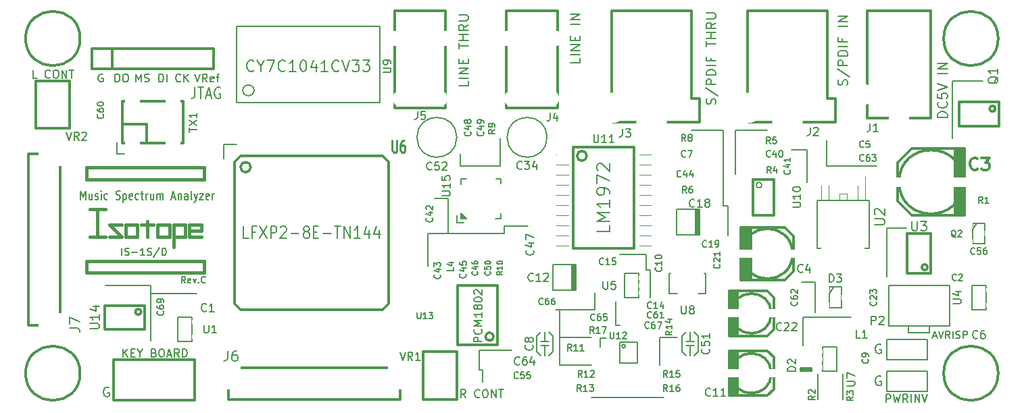
<source format=gto>
G04 #@! TF.FileFunction,Legend,Top*
%FSLAX46Y46*%
G04 Gerber Fmt 4.6, Leading zero omitted, Abs format (unit mm)*
G04 Created by KiCad (PCBNEW 4.0.6) date 08/04/17 18:38:55*
%MOMM*%
%LPD*%
G01*
G04 APERTURE LIST*
%ADD10C,0.150000*%
%ADD11C,0.200660*%
%ADD12C,0.160020*%
%ADD13C,0.180340*%
%ADD14C,0.398780*%
%ADD15C,0.299720*%
%ADD16C,0.002540*%
%ADD17C,0.304800*%
%ADD18C,0.066040*%
%ADD19C,0.203200*%
%ADD20C,0.198120*%
%ADD21C,0.152400*%
%ADD22C,0.127000*%
%ADD23C,0.149860*%
%ADD24C,0.254000*%
%ADD25C,3.830320*%
%ADD26R,3.020060X1.021080*%
%ADD27C,2.519680*%
%ADD28R,1.270000X1.221740*%
%ADD29R,1.221740X1.270000*%
%ADD30R,0.721360X1.821180*%
%ADD31R,2.019300X2.621280*%
%ADD32R,1.290320X0.401320*%
%ADD33R,0.320040X1.168400*%
%ADD34R,1.168400X0.320040*%
%ADD35R,3.169920X3.169920*%
%ADD36R,3.421380X1.021080*%
%ADD37R,1.671320X1.221740*%
%ADD38R,1.018540X1.617980*%
%ADD39R,5.417820X6.421120*%
%ADD40R,0.419100X1.219200*%
%ADD41R,1.620520X2.519680*%
%ADD42C,6.019800*%
%ADD43R,2.219960X0.619760*%
%ADD44R,1.544320X1.544320*%
%ADD45C,1.544320*%
%ADD46R,4.320540X1.219200*%
%ADD47R,1.021080X0.721360*%
%ADD48R,0.782320X0.528320*%
%ADD49R,1.544320X0.274320*%
%ADD50R,0.274320X1.544320*%
%ADD51C,1.920240*%
%ADD52R,1.821180X2.306320*%
%ADD53R,0.528320X1.163320*%
%ADD54R,1.163320X0.528320*%
%ADD55R,1.219200X0.419100*%
%ADD56R,0.320040X1.419860*%
%ADD57R,3.020060X3.020060*%
%ADD58R,1.419860X0.320040*%
%ADD59R,1.021080X0.820420*%
%ADD60R,0.820420X1.021080*%
%ADD61R,1.419860X0.419100*%
%ADD62C,1.219200*%
%ADD63R,1.620520X1.620520*%
%ADD64R,1.219200X1.419860*%
%ADD65C,1.320800*%
G04 APERTURE END LIST*
D10*
D11*
X55001160Y-19999960D02*
X55001160Y-18498820D01*
X59999880Y-19999960D02*
X59999880Y-16499840D01*
X21801668Y-10132725D02*
X21801668Y-11132397D01*
X21744578Y-11332331D01*
X21630399Y-11465620D01*
X21459131Y-11532265D01*
X21344952Y-11532265D01*
X22201294Y-10132725D02*
X22886368Y-10132725D01*
X22543831Y-11532265D02*
X22543831Y-10132725D01*
X23228905Y-11132397D02*
X23799800Y-11132397D01*
X23114726Y-11532265D02*
X23514353Y-10132725D01*
X23913979Y-11532265D01*
X24941590Y-10199370D02*
X24827411Y-10132725D01*
X24656143Y-10132725D01*
X24484874Y-10199370D01*
X24370695Y-10332660D01*
X24313606Y-10465949D01*
X24256516Y-10732528D01*
X24256516Y-10932462D01*
X24313606Y-11199041D01*
X24370695Y-11332331D01*
X24484874Y-11465620D01*
X24656143Y-11532265D01*
X24770322Y-11532265D01*
X24941590Y-11465620D01*
X24998680Y-11398976D01*
X24998680Y-10932462D01*
X24770322Y-10932462D01*
X72600820Y-41600120D02*
X73299320Y-41600120D01*
X72600820Y-42699940D02*
X72600820Y-41600120D01*
X25400000Y-17299940D02*
X27000200Y-17299940D01*
X25400000Y-19100800D02*
X25400000Y-17299940D01*
X108501180Y-27800300D02*
X108501180Y-33898840D01*
X110898940Y-27800300D02*
X108501180Y-27800300D01*
X116700300Y-9298940D02*
X120500140Y-9298940D01*
X116700300Y-16499840D02*
X116700300Y-9298940D01*
X53500020Y-24099520D02*
X53500020Y-24500840D01*
X51800760Y-24099520D02*
X53500020Y-24099520D01*
X53500020Y-24500840D02*
X53500020Y-28498800D01*
X88600280Y-25001220D02*
X88600280Y-28699460D01*
X88000840Y-25001220D02*
X88600280Y-25001220D01*
X16299180Y-35999420D02*
X21998940Y-35999420D01*
X16299180Y-36799520D02*
X16299180Y-41899840D01*
X16299180Y-35001200D02*
X16299180Y-36799520D01*
X10599420Y-35001200D02*
X16299180Y-35001200D01*
X12820348Y-43952765D02*
X12820348Y-42952005D01*
X13392211Y-43952765D02*
X12963314Y-43380902D01*
X13392211Y-42952005D02*
X12820348Y-43523868D01*
X13821108Y-43428557D02*
X14154695Y-43428557D01*
X14297661Y-43952765D02*
X13821108Y-43952765D01*
X13821108Y-42952005D01*
X14297661Y-42952005D01*
X14917179Y-43476212D02*
X14917179Y-43952765D01*
X14583592Y-42952005D02*
X14917179Y-43476212D01*
X15250766Y-42952005D01*
X16680423Y-43428557D02*
X16823389Y-43476212D01*
X16871044Y-43523868D01*
X16918699Y-43619178D01*
X16918699Y-43762144D01*
X16871044Y-43857454D01*
X16823389Y-43905110D01*
X16728078Y-43952765D01*
X16346836Y-43952765D01*
X16346836Y-42952005D01*
X16680423Y-42952005D01*
X16775733Y-42999660D01*
X16823389Y-43047315D01*
X16871044Y-43142626D01*
X16871044Y-43237936D01*
X16823389Y-43333247D01*
X16775733Y-43380902D01*
X16680423Y-43428557D01*
X16346836Y-43428557D01*
X17538217Y-42952005D02*
X17728838Y-42952005D01*
X17824149Y-42999660D01*
X17919459Y-43094970D01*
X17967114Y-43285591D01*
X17967114Y-43619178D01*
X17919459Y-43809799D01*
X17824149Y-43905110D01*
X17728838Y-43952765D01*
X17538217Y-43952765D01*
X17442907Y-43905110D01*
X17347596Y-43809799D01*
X17299941Y-43619178D01*
X17299941Y-43285591D01*
X17347596Y-43094970D01*
X17442907Y-42999660D01*
X17538217Y-42952005D01*
X18348356Y-43666833D02*
X18824908Y-43666833D01*
X18253045Y-43952765D02*
X18586632Y-42952005D01*
X18920219Y-43952765D01*
X19825668Y-43952765D02*
X19492081Y-43476212D01*
X19253805Y-43952765D02*
X19253805Y-42952005D01*
X19635047Y-42952005D01*
X19730358Y-42999660D01*
X19778013Y-43047315D01*
X19825668Y-43142626D01*
X19825668Y-43285591D01*
X19778013Y-43380902D01*
X19730358Y-43428557D01*
X19635047Y-43476212D01*
X19253805Y-43476212D01*
X20254565Y-43952765D02*
X20254565Y-42952005D01*
X20492841Y-42952005D01*
X20635807Y-42999660D01*
X20731118Y-43094970D01*
X20778773Y-43190281D01*
X20826428Y-43380902D01*
X20826428Y-43523868D01*
X20778773Y-43714489D01*
X20731118Y-43809799D01*
X20635807Y-43905110D01*
X20492841Y-43952765D01*
X20254565Y-43952765D01*
X108373213Y-49652525D02*
X108373213Y-48651765D01*
X108754455Y-48651765D01*
X108849766Y-48699420D01*
X108897421Y-48747075D01*
X108945076Y-48842386D01*
X108945076Y-48985351D01*
X108897421Y-49080662D01*
X108849766Y-49128317D01*
X108754455Y-49175972D01*
X108373213Y-49175972D01*
X109278663Y-48651765D02*
X109516939Y-49652525D01*
X109707560Y-48937696D01*
X109898181Y-49652525D01*
X110136457Y-48651765D01*
X111089562Y-49652525D02*
X110755975Y-49175972D01*
X110517699Y-49652525D02*
X110517699Y-48651765D01*
X110898941Y-48651765D01*
X110994252Y-48699420D01*
X111041907Y-48747075D01*
X111089562Y-48842386D01*
X111089562Y-48985351D01*
X111041907Y-49080662D01*
X110994252Y-49128317D01*
X110898941Y-49175972D01*
X110517699Y-49175972D01*
X111518459Y-49652525D02*
X111518459Y-48651765D01*
X111995011Y-49652525D02*
X111995011Y-48651765D01*
X112566874Y-49652525D01*
X112566874Y-48651765D01*
X112900460Y-48651765D02*
X113234047Y-49652525D01*
X113567634Y-48651765D01*
D12*
X114259723Y-41348660D02*
X114687894Y-41348660D01*
X114174088Y-41605563D02*
X114473808Y-40706403D01*
X114773528Y-41605563D01*
X114944797Y-40706403D02*
X115244517Y-41605563D01*
X115544237Y-40706403D01*
X116357763Y-41605563D02*
X116058043Y-41177391D01*
X115843958Y-41605563D02*
X115843958Y-40706403D01*
X116186495Y-40706403D01*
X116272129Y-40749220D01*
X116314946Y-40792037D01*
X116357763Y-40877671D01*
X116357763Y-41006123D01*
X116314946Y-41091757D01*
X116272129Y-41134574D01*
X116186495Y-41177391D01*
X115843958Y-41177391D01*
X116743118Y-41605563D02*
X116743118Y-40706403D01*
X117128472Y-41562746D02*
X117256923Y-41605563D01*
X117471009Y-41605563D01*
X117556643Y-41562746D01*
X117599460Y-41519929D01*
X117642277Y-41434294D01*
X117642277Y-41348660D01*
X117599460Y-41263026D01*
X117556643Y-41220209D01*
X117471009Y-41177391D01*
X117299740Y-41134574D01*
X117214106Y-41091757D01*
X117171289Y-41048940D01*
X117128472Y-40963306D01*
X117128472Y-40877671D01*
X117171289Y-40792037D01*
X117214106Y-40749220D01*
X117299740Y-40706403D01*
X117513826Y-40706403D01*
X117642277Y-40749220D01*
X118027632Y-41605563D02*
X118027632Y-40706403D01*
X118370169Y-40706403D01*
X118455803Y-40749220D01*
X118498620Y-40792037D01*
X118541437Y-40877671D01*
X118541437Y-41006123D01*
X118498620Y-41091757D01*
X118455803Y-41134574D01*
X118370169Y-41177391D01*
X118027632Y-41177391D01*
D11*
X88000840Y-23898860D02*
X88000840Y-25001220D01*
X67500500Y-38100000D02*
X67500500Y-45001180D01*
D12*
X20609560Y-34662110D02*
X20342860Y-34281110D01*
X20152360Y-34662110D02*
X20152360Y-33862010D01*
X20457160Y-33862010D01*
X20533360Y-33900110D01*
X20571460Y-33938210D01*
X20609560Y-34014410D01*
X20609560Y-34128710D01*
X20571460Y-34204910D01*
X20533360Y-34243010D01*
X20457160Y-34281110D01*
X20152360Y-34281110D01*
X21257260Y-34624010D02*
X21181060Y-34662110D01*
X21028660Y-34662110D01*
X20952460Y-34624010D01*
X20914360Y-34547810D01*
X20914360Y-34243010D01*
X20952460Y-34166810D01*
X21028660Y-34128710D01*
X21181060Y-34128710D01*
X21257260Y-34166810D01*
X21295360Y-34243010D01*
X21295360Y-34319210D01*
X20914360Y-34395410D01*
X21562060Y-34128710D02*
X21752560Y-34662110D01*
X21943060Y-34128710D01*
X22247860Y-34585910D02*
X22285960Y-34624010D01*
X22247860Y-34662110D01*
X22209760Y-34624010D01*
X22247860Y-34585910D01*
X22247860Y-34662110D01*
X23086060Y-34585910D02*
X23047960Y-34624010D01*
X22933660Y-34662110D01*
X22857460Y-34662110D01*
X22743160Y-34624010D01*
X22666960Y-34547810D01*
X22628860Y-34471610D01*
X22590760Y-34319210D01*
X22590760Y-34204910D01*
X22628860Y-34052510D01*
X22666960Y-33976310D01*
X22743160Y-33900110D01*
X22857460Y-33862010D01*
X22933660Y-33862010D01*
X23047960Y-33900110D01*
X23086060Y-33938210D01*
D11*
X102999540Y-49298860D02*
X102999540Y-46101000D01*
X79999840Y-41501060D02*
X82199480Y-41501060D01*
X100898960Y-19999960D02*
X107200700Y-19999960D01*
X100898960Y-16799560D02*
X100898960Y-19999960D01*
X78800960Y-32999680D02*
X78800960Y-36499800D01*
X78300580Y-32999680D02*
X78800960Y-32999680D01*
X78300580Y-32600900D02*
X78300580Y-32999680D01*
X57800240Y-45600620D02*
X57800240Y-47099220D01*
X57398920Y-45600620D02*
X57800240Y-45600620D01*
X57398920Y-43098720D02*
X57398920Y-45600620D01*
X61501020Y-43098720D02*
X57398920Y-43098720D01*
X99499420Y-34599880D02*
X99499420Y-35001200D01*
X97800160Y-34599880D02*
X99499420Y-34599880D01*
X98000820Y-38999160D02*
X104000300Y-38999160D01*
X99499420Y-38000940D02*
X99499420Y-38399720D01*
X71899780Y-38000940D02*
X71899780Y-35900360D01*
X71899780Y-38000940D02*
X71501000Y-38000940D01*
X67500500Y-38000940D02*
X67000120Y-38000940D01*
X67500500Y-38000940D02*
X71501000Y-38000940D01*
X59999880Y-19997420D02*
X55001160Y-19997420D01*
X51000660Y-28498800D02*
X60500260Y-28498800D01*
X51000660Y-31998920D02*
X51000660Y-28498800D01*
X60500260Y-27498040D02*
X60500260Y-28498800D01*
X63500000Y-27498040D02*
X60500260Y-27498040D01*
X51000660Y-31998920D02*
X51000660Y-32499300D01*
X11998960Y-18498820D02*
X12999720Y-18498820D01*
X11998960Y-17000220D02*
X11998960Y-18498820D01*
X99499420Y-38000940D02*
X99499420Y-35001200D01*
X98000820Y-42499280D02*
X98000820Y-38999160D01*
X74500740Y-39999920D02*
X75001120Y-39999920D01*
X74500740Y-37000180D02*
X74500740Y-39999920D01*
X67500500Y-41501060D02*
X71501000Y-41501060D01*
X98501200Y-18000980D02*
X98501200Y-21998940D01*
X96499680Y-18000980D02*
X98501200Y-18000980D01*
X89499440Y-15499080D02*
X93499940Y-15499080D01*
X89499440Y-21000720D02*
X89499440Y-15499080D01*
X88000840Y-15499080D02*
X88000840Y-24000460D01*
X84000340Y-15499080D02*
X88000840Y-15499080D01*
X80500220Y-48999140D02*
X71501000Y-48999140D01*
X79999840Y-45001180D02*
X79999840Y-41501060D01*
X67500500Y-45001180D02*
X71501000Y-45001180D01*
X99801680Y-46098460D02*
X99801680Y-49298860D01*
X78300580Y-31099760D02*
X78300580Y-32600900D01*
X75001120Y-31099760D02*
X78300580Y-31099760D01*
X29168333Y-8000456D02*
X29101688Y-8067100D01*
X28901754Y-8133745D01*
X28768464Y-8133745D01*
X28568530Y-8067100D01*
X28435241Y-7933811D01*
X28368596Y-7800521D01*
X28301951Y-7533942D01*
X28301951Y-7334008D01*
X28368596Y-7067429D01*
X28435241Y-6934140D01*
X28568530Y-6800850D01*
X28768464Y-6734205D01*
X28901754Y-6734205D01*
X29101688Y-6800850D01*
X29168333Y-6867495D01*
X30034715Y-7467298D02*
X30034715Y-8133745D01*
X29568202Y-6734205D02*
X30034715Y-7467298D01*
X30501228Y-6734205D01*
X30834452Y-6734205D02*
X31767479Y-6734205D01*
X31167676Y-8133745D01*
X33100374Y-8000456D02*
X33033729Y-8067100D01*
X32833795Y-8133745D01*
X32700505Y-8133745D01*
X32500571Y-8067100D01*
X32367282Y-7933811D01*
X32300637Y-7800521D01*
X32233992Y-7533942D01*
X32233992Y-7334008D01*
X32300637Y-7067429D01*
X32367282Y-6934140D01*
X32500571Y-6800850D01*
X32700505Y-6734205D01*
X32833795Y-6734205D01*
X33033729Y-6800850D01*
X33100374Y-6867495D01*
X34433269Y-8133745D02*
X33633532Y-8133745D01*
X34033401Y-8133745D02*
X34033401Y-6734205D01*
X33900111Y-6934140D01*
X33766822Y-7067429D01*
X33633532Y-7134074D01*
X35299651Y-6734205D02*
X35432940Y-6734205D01*
X35566230Y-6800850D01*
X35632875Y-6867495D01*
X35699519Y-7000784D01*
X35766164Y-7267363D01*
X35766164Y-7600587D01*
X35699519Y-7867166D01*
X35632875Y-8000456D01*
X35566230Y-8067100D01*
X35432940Y-8133745D01*
X35299651Y-8133745D01*
X35166361Y-8067100D01*
X35099717Y-8000456D01*
X35033072Y-7867166D01*
X34966427Y-7600587D01*
X34966427Y-7267363D01*
X35033072Y-7000784D01*
X35099717Y-6867495D01*
X35166361Y-6800850D01*
X35299651Y-6734205D01*
X36965770Y-7200719D02*
X36965770Y-8133745D01*
X36632546Y-6667560D02*
X36299322Y-7667232D01*
X37165704Y-7667232D01*
X38431954Y-8133745D02*
X37632217Y-8133745D01*
X38032086Y-8133745D02*
X38032086Y-6734205D01*
X37898796Y-6934140D01*
X37765507Y-7067429D01*
X37632217Y-7134074D01*
X39831494Y-8000456D02*
X39764849Y-8067100D01*
X39564915Y-8133745D01*
X39431625Y-8133745D01*
X39231691Y-8067100D01*
X39098402Y-7933811D01*
X39031757Y-7800521D01*
X38965112Y-7533942D01*
X38965112Y-7334008D01*
X39031757Y-7067429D01*
X39098402Y-6934140D01*
X39231691Y-6800850D01*
X39431625Y-6734205D01*
X39564915Y-6734205D01*
X39764849Y-6800850D01*
X39831494Y-6867495D01*
X40231363Y-6734205D02*
X40697876Y-8133745D01*
X41164389Y-6734205D01*
X41497613Y-6734205D02*
X42363995Y-6734205D01*
X41897482Y-7267363D01*
X42097416Y-7267363D01*
X42230706Y-7334008D01*
X42297350Y-7400653D01*
X42363995Y-7533942D01*
X42363995Y-7867166D01*
X42297350Y-8000456D01*
X42230706Y-8067100D01*
X42097416Y-8133745D01*
X41697548Y-8133745D01*
X41564258Y-8067100D01*
X41497613Y-8000456D01*
X42830508Y-6734205D02*
X43696890Y-6734205D01*
X43230377Y-7267363D01*
X43430311Y-7267363D01*
X43563601Y-7334008D01*
X43630245Y-7400653D01*
X43696890Y-7533942D01*
X43696890Y-7867166D01*
X43630245Y-8000456D01*
X43563601Y-8067100D01*
X43430311Y-8133745D01*
X43030443Y-8133745D01*
X42897153Y-8067100D01*
X42830508Y-8000456D01*
X111201200Y-40899080D02*
X111201200Y-40098980D01*
X113799620Y-40899080D02*
X113799620Y-40098980D01*
X111201200Y-40899080D02*
X113799620Y-40899080D01*
X57755125Y-42041597D02*
X56754365Y-42041597D01*
X56754365Y-41660355D01*
X56802020Y-41565044D01*
X56849675Y-41517389D01*
X56944986Y-41469734D01*
X57087951Y-41469734D01*
X57183262Y-41517389D01*
X57230917Y-41565044D01*
X57278572Y-41660355D01*
X57278572Y-42041597D01*
X57659814Y-40468974D02*
X57707470Y-40516629D01*
X57755125Y-40659595D01*
X57755125Y-40754905D01*
X57707470Y-40897871D01*
X57612159Y-40993182D01*
X57516849Y-41040837D01*
X57326228Y-41088492D01*
X57183262Y-41088492D01*
X56992641Y-41040837D01*
X56897330Y-40993182D01*
X56802020Y-40897871D01*
X56754365Y-40754905D01*
X56754365Y-40659595D01*
X56802020Y-40516629D01*
X56849675Y-40468974D01*
X57755125Y-40040077D02*
X56754365Y-40040077D01*
X57469193Y-39706490D01*
X56754365Y-39372903D01*
X57755125Y-39372903D01*
X57755125Y-38372143D02*
X57755125Y-38944006D01*
X57755125Y-38658075D02*
X56754365Y-38658075D01*
X56897330Y-38753385D01*
X56992641Y-38848696D01*
X57040296Y-38944006D01*
X57183262Y-37800280D02*
X57135607Y-37895591D01*
X57087951Y-37943246D01*
X56992641Y-37990901D01*
X56944986Y-37990901D01*
X56849675Y-37943246D01*
X56802020Y-37895591D01*
X56754365Y-37800280D01*
X56754365Y-37609659D01*
X56802020Y-37514349D01*
X56849675Y-37466693D01*
X56944986Y-37419038D01*
X56992641Y-37419038D01*
X57087951Y-37466693D01*
X57135607Y-37514349D01*
X57183262Y-37609659D01*
X57183262Y-37800280D01*
X57230917Y-37895591D01*
X57278572Y-37943246D01*
X57373883Y-37990901D01*
X57564504Y-37990901D01*
X57659814Y-37943246D01*
X57707470Y-37895591D01*
X57755125Y-37800280D01*
X57755125Y-37609659D01*
X57707470Y-37514349D01*
X57659814Y-37466693D01*
X57564504Y-37419038D01*
X57373883Y-37419038D01*
X57278572Y-37466693D01*
X57230917Y-37514349D01*
X57183262Y-37609659D01*
X56754365Y-36799520D02*
X56754365Y-36704209D01*
X56802020Y-36608899D01*
X56849675Y-36561244D01*
X56944986Y-36513588D01*
X57135607Y-36465933D01*
X57373883Y-36465933D01*
X57564504Y-36513588D01*
X57659814Y-36561244D01*
X57707470Y-36608899D01*
X57755125Y-36704209D01*
X57755125Y-36799520D01*
X57707470Y-36894830D01*
X57659814Y-36942486D01*
X57564504Y-36990141D01*
X57373883Y-37037796D01*
X57135607Y-37037796D01*
X56944986Y-36990141D01*
X56849675Y-36942486D01*
X56802020Y-36894830D01*
X56754365Y-36799520D01*
X56849675Y-36084691D02*
X56802020Y-36037036D01*
X56754365Y-35941725D01*
X56754365Y-35703449D01*
X56802020Y-35608139D01*
X56849675Y-35560483D01*
X56944986Y-35512828D01*
X57040296Y-35512828D01*
X57183262Y-35560483D01*
X57755125Y-36132346D01*
X57755125Y-35512828D01*
X73723500Y-27467560D02*
X73723500Y-28229560D01*
X72123300Y-28229560D01*
X73723500Y-26934160D02*
X72123300Y-26934160D01*
X73266300Y-26400760D01*
X72123300Y-25867360D01*
X73723500Y-25867360D01*
X73723500Y-24267160D02*
X73723500Y-25181560D01*
X73723500Y-24724360D02*
X72123300Y-24724360D01*
X72351900Y-24876760D01*
X72504300Y-25029160D01*
X72580500Y-25181560D01*
X73723500Y-23505160D02*
X73723500Y-23200360D01*
X73647300Y-23047960D01*
X73571100Y-22971760D01*
X73342500Y-22819360D01*
X73037700Y-22743160D01*
X72428100Y-22743160D01*
X72275700Y-22819360D01*
X72199500Y-22895560D01*
X72123300Y-23047960D01*
X72123300Y-23352760D01*
X72199500Y-23505160D01*
X72275700Y-23581360D01*
X72428100Y-23657560D01*
X72809100Y-23657560D01*
X72961500Y-23581360D01*
X73037700Y-23505160D01*
X73113900Y-23352760D01*
X73113900Y-23047960D01*
X73037700Y-22895560D01*
X72961500Y-22819360D01*
X72809100Y-22743160D01*
X72123300Y-22209760D02*
X72123300Y-21142960D01*
X73723500Y-21828760D01*
X72275700Y-20609560D02*
X72199500Y-20533360D01*
X72123300Y-20380960D01*
X72123300Y-19999960D01*
X72199500Y-19847560D01*
X72275700Y-19771360D01*
X72428100Y-19695160D01*
X72580500Y-19695160D01*
X72809100Y-19771360D01*
X73723500Y-20685760D01*
X73723500Y-19695160D01*
X116041230Y-13868641D02*
X114842350Y-13868641D01*
X114842350Y-13583194D01*
X114899440Y-13411925D01*
X115013619Y-13297746D01*
X115127798Y-13240657D01*
X115356156Y-13183567D01*
X115527425Y-13183567D01*
X115755783Y-13240657D01*
X115869962Y-13297746D01*
X115984141Y-13411925D01*
X116041230Y-13583194D01*
X116041230Y-13868641D01*
X115927051Y-11984687D02*
X115984141Y-12041777D01*
X116041230Y-12213045D01*
X116041230Y-12327224D01*
X115984141Y-12498493D01*
X115869962Y-12612672D01*
X115755783Y-12669761D01*
X115527425Y-12726851D01*
X115356156Y-12726851D01*
X115127798Y-12669761D01*
X115013619Y-12612672D01*
X114899440Y-12498493D01*
X114842350Y-12327224D01*
X114842350Y-12213045D01*
X114899440Y-12041777D01*
X114956530Y-11984687D01*
X114842350Y-10899986D02*
X114842350Y-11470881D01*
X115413246Y-11527971D01*
X115356156Y-11470881D01*
X115299067Y-11356702D01*
X115299067Y-11071255D01*
X115356156Y-10957076D01*
X115413246Y-10899986D01*
X115527425Y-10842897D01*
X115812872Y-10842897D01*
X115927051Y-10899986D01*
X115984141Y-10957076D01*
X116041230Y-11071255D01*
X116041230Y-11356702D01*
X115984141Y-11470881D01*
X115927051Y-11527971D01*
X114842350Y-10500360D02*
X116041230Y-10100733D01*
X114842350Y-9701107D01*
X116041230Y-8388048D02*
X114842350Y-8388048D01*
X116041230Y-7817153D02*
X114842350Y-7817153D01*
X116041230Y-7132079D01*
X114842350Y-7132079D01*
X103484801Y-9837903D02*
X103541890Y-9666634D01*
X103541890Y-9381187D01*
X103484801Y-9267008D01*
X103427711Y-9209918D01*
X103313532Y-9152829D01*
X103199353Y-9152829D01*
X103085174Y-9209918D01*
X103028085Y-9267008D01*
X102970995Y-9381187D01*
X102913906Y-9609545D01*
X102856816Y-9723724D01*
X102799727Y-9780813D01*
X102685548Y-9837903D01*
X102571369Y-9837903D01*
X102457190Y-9780813D01*
X102400100Y-9723724D01*
X102343010Y-9609545D01*
X102343010Y-9324097D01*
X102400100Y-9152829D01*
X102285921Y-7782681D02*
X103827338Y-8810292D01*
X103541890Y-7383053D02*
X102343010Y-7383053D01*
X102343010Y-6926337D01*
X102400100Y-6812158D01*
X102457190Y-6755069D01*
X102571369Y-6697979D01*
X102742637Y-6697979D01*
X102856816Y-6755069D01*
X102913906Y-6812158D01*
X102970995Y-6926337D01*
X102970995Y-7383053D01*
X103541890Y-6184173D02*
X102343010Y-6184173D01*
X102343010Y-5898726D01*
X102400100Y-5727457D01*
X102514279Y-5613278D01*
X102628458Y-5556189D01*
X102856816Y-5499099D01*
X103028085Y-5499099D01*
X103256443Y-5556189D01*
X103370622Y-5613278D01*
X103484801Y-5727457D01*
X103541890Y-5898726D01*
X103541890Y-6184173D01*
X103541890Y-4985293D02*
X102343010Y-4985293D01*
X102913906Y-4014772D02*
X102913906Y-4414398D01*
X103541890Y-4414398D02*
X102343010Y-4414398D01*
X102343010Y-3843503D01*
X103541890Y-2473355D02*
X102343010Y-2473355D01*
X103541890Y-1902460D02*
X102343010Y-1902460D01*
X103541890Y-1217386D01*
X102343010Y-1217386D01*
X86984961Y-12237357D02*
X87042050Y-12066088D01*
X87042050Y-11780641D01*
X86984961Y-11666462D01*
X86927871Y-11609372D01*
X86813692Y-11552283D01*
X86699513Y-11552283D01*
X86585334Y-11609372D01*
X86528245Y-11666462D01*
X86471155Y-11780641D01*
X86414066Y-12008999D01*
X86356976Y-12123178D01*
X86299887Y-12180267D01*
X86185708Y-12237357D01*
X86071529Y-12237357D01*
X85957350Y-12180267D01*
X85900260Y-12123178D01*
X85843170Y-12008999D01*
X85843170Y-11723551D01*
X85900260Y-11552283D01*
X85786081Y-10182135D02*
X87327498Y-11209746D01*
X87042050Y-9782507D02*
X85843170Y-9782507D01*
X85843170Y-9325791D01*
X85900260Y-9211612D01*
X85957350Y-9154523D01*
X86071529Y-9097433D01*
X86242797Y-9097433D01*
X86356976Y-9154523D01*
X86414066Y-9211612D01*
X86471155Y-9325791D01*
X86471155Y-9782507D01*
X87042050Y-8583627D02*
X85843170Y-8583627D01*
X85843170Y-8298180D01*
X85900260Y-8126911D01*
X86014439Y-8012732D01*
X86128618Y-7955643D01*
X86356976Y-7898553D01*
X86528245Y-7898553D01*
X86756603Y-7955643D01*
X86870782Y-8012732D01*
X86984961Y-8126911D01*
X87042050Y-8298180D01*
X87042050Y-8583627D01*
X87042050Y-7384747D02*
X85843170Y-7384747D01*
X86414066Y-6414226D02*
X86414066Y-6813852D01*
X87042050Y-6813852D02*
X85843170Y-6813852D01*
X85843170Y-6242957D01*
X85843170Y-5044078D02*
X85843170Y-4359004D01*
X87042050Y-4701541D02*
X85843170Y-4701541D01*
X87042050Y-3959377D02*
X85843170Y-3959377D01*
X86414066Y-3959377D02*
X86414066Y-3274303D01*
X87042050Y-3274303D02*
X85843170Y-3274303D01*
X87042050Y-2018333D02*
X86471155Y-2417960D01*
X87042050Y-2703407D02*
X85843170Y-2703407D01*
X85843170Y-2246691D01*
X85900260Y-2132512D01*
X85957350Y-2075423D01*
X86071529Y-2018333D01*
X86242797Y-2018333D01*
X86356976Y-2075423D01*
X86414066Y-2132512D01*
X86471155Y-2246691D01*
X86471155Y-2703407D01*
X85843170Y-1504527D02*
X86813692Y-1504527D01*
X86927871Y-1447438D01*
X86984961Y-1390348D01*
X87042050Y-1276169D01*
X87042050Y-1047811D01*
X86984961Y-933632D01*
X86927871Y-876543D01*
X86813692Y-819453D01*
X85843170Y-819453D01*
X70041830Y-6455349D02*
X70041830Y-7026244D01*
X68842950Y-7026244D01*
X70041830Y-6055722D02*
X68842950Y-6055722D01*
X70041830Y-5484827D02*
X68842950Y-5484827D01*
X70041830Y-4799753D01*
X68842950Y-4799753D01*
X69413846Y-4228857D02*
X69413846Y-3829231D01*
X70041830Y-3657962D02*
X70041830Y-4228857D01*
X68842950Y-4228857D01*
X68842950Y-3657962D01*
X70041830Y-2230724D02*
X68842950Y-2230724D01*
X70041830Y-1659829D02*
X68842950Y-1659829D01*
X70041830Y-974755D01*
X68842950Y-974755D01*
X56041350Y-9352643D02*
X56041350Y-9923538D01*
X54842470Y-9923538D01*
X56041350Y-8953016D02*
X54842470Y-8953016D01*
X56041350Y-8382121D02*
X54842470Y-8382121D01*
X56041350Y-7697047D01*
X54842470Y-7697047D01*
X55413366Y-7126151D02*
X55413366Y-6726525D01*
X56041350Y-6555256D02*
X56041350Y-7126151D01*
X54842470Y-7126151D01*
X54842470Y-6555256D01*
X54842470Y-5299287D02*
X54842470Y-4614213D01*
X56041350Y-4956750D02*
X54842470Y-4956750D01*
X56041350Y-4214586D02*
X54842470Y-4214586D01*
X55413366Y-4214586D02*
X55413366Y-3529512D01*
X56041350Y-3529512D02*
X54842470Y-3529512D01*
X56041350Y-2273542D02*
X55470455Y-2673169D01*
X56041350Y-2958616D02*
X54842470Y-2958616D01*
X54842470Y-2501900D01*
X54899560Y-2387721D01*
X54956650Y-2330632D01*
X55070829Y-2273542D01*
X55242097Y-2273542D01*
X55356276Y-2330632D01*
X55413366Y-2387721D01*
X55470455Y-2501900D01*
X55470455Y-2958616D01*
X54842470Y-1759736D02*
X55812992Y-1759736D01*
X55927171Y-1702647D01*
X55984261Y-1645557D01*
X56041350Y-1531378D01*
X56041350Y-1303020D01*
X55984261Y-1188841D01*
X55927171Y-1131752D01*
X55812992Y-1074662D01*
X54842470Y-1074662D01*
D13*
X21750625Y-8451185D02*
X22084212Y-9451945D01*
X22417799Y-8451185D01*
X23323248Y-9451945D02*
X22989661Y-8975392D01*
X22751385Y-9451945D02*
X22751385Y-8451185D01*
X23132627Y-8451185D01*
X23227938Y-8498840D01*
X23275593Y-8546495D01*
X23323248Y-8641806D01*
X23323248Y-8784771D01*
X23275593Y-8880082D01*
X23227938Y-8927737D01*
X23132627Y-8975392D01*
X22751385Y-8975392D01*
X24133387Y-9404290D02*
X24038077Y-9451945D01*
X23847456Y-9451945D01*
X23752145Y-9404290D01*
X23704490Y-9308979D01*
X23704490Y-8927737D01*
X23752145Y-8832427D01*
X23847456Y-8784771D01*
X24038077Y-8784771D01*
X24133387Y-8832427D01*
X24181042Y-8927737D01*
X24181042Y-9023048D01*
X23704490Y-9118358D01*
X24466973Y-8784771D02*
X24848215Y-8784771D01*
X24609939Y-9451945D02*
X24609939Y-8594150D01*
X24657594Y-8498840D01*
X24752905Y-8451185D01*
X24848215Y-8451185D01*
X20009999Y-9356634D02*
X19962344Y-9404290D01*
X19819378Y-9451945D01*
X19724068Y-9451945D01*
X19581102Y-9404290D01*
X19485791Y-9308979D01*
X19438136Y-9213669D01*
X19390481Y-9023048D01*
X19390481Y-8880082D01*
X19438136Y-8689461D01*
X19485791Y-8594150D01*
X19581102Y-8498840D01*
X19724068Y-8451185D01*
X19819378Y-8451185D01*
X19962344Y-8498840D01*
X20009999Y-8546495D01*
X20438896Y-9451945D02*
X20438896Y-8451185D01*
X21010759Y-9451945D02*
X20581862Y-8880082D01*
X21010759Y-8451185D02*
X20438896Y-9023048D01*
X17299940Y-9451945D02*
X17299940Y-8451185D01*
X17538216Y-8451185D01*
X17681182Y-8498840D01*
X17776493Y-8594150D01*
X17824148Y-8689461D01*
X17871803Y-8880082D01*
X17871803Y-9023048D01*
X17824148Y-9213669D01*
X17776493Y-9308979D01*
X17681182Y-9404290D01*
X17538216Y-9451945D01*
X17299940Y-9451945D01*
X18300700Y-9451945D02*
X18300700Y-8451185D01*
X14389221Y-9451945D02*
X14389221Y-8451185D01*
X14722808Y-9166013D01*
X15056395Y-8451185D01*
X15056395Y-9451945D01*
X15485292Y-9404290D02*
X15628258Y-9451945D01*
X15866534Y-9451945D01*
X15961844Y-9404290D01*
X16009500Y-9356634D01*
X16057155Y-9261324D01*
X16057155Y-9166013D01*
X16009500Y-9070703D01*
X15961844Y-9023048D01*
X15866534Y-8975392D01*
X15675913Y-8927737D01*
X15580602Y-8880082D01*
X15532947Y-8832427D01*
X15485292Y-8737116D01*
X15485292Y-8641806D01*
X15532947Y-8546495D01*
X15580602Y-8498840D01*
X15675913Y-8451185D01*
X15914189Y-8451185D01*
X16057155Y-8498840D01*
X11814629Y-9451945D02*
X11814629Y-8451185D01*
X12052905Y-8451185D01*
X12195871Y-8498840D01*
X12291182Y-8594150D01*
X12338837Y-8689461D01*
X12386492Y-8880082D01*
X12386492Y-9023048D01*
X12338837Y-9213669D01*
X12291182Y-9308979D01*
X12195871Y-9404290D01*
X12052905Y-9451945D01*
X11814629Y-9451945D01*
X13006010Y-8451185D02*
X13196631Y-8451185D01*
X13291942Y-8498840D01*
X13387252Y-8594150D01*
X13434907Y-8784771D01*
X13434907Y-9118358D01*
X13387252Y-9308979D01*
X13291942Y-9404290D01*
X13196631Y-9451945D01*
X13006010Y-9451945D01*
X12910700Y-9404290D01*
X12815389Y-9308979D01*
X12767734Y-9118358D01*
X12767734Y-8784771D01*
X12815389Y-8594150D01*
X12910700Y-8498840D01*
X13006010Y-8451185D01*
X10262084Y-8498840D02*
X10166773Y-8451185D01*
X10023808Y-8451185D01*
X9880842Y-8498840D01*
X9785531Y-8594150D01*
X9737876Y-8689461D01*
X9690221Y-8880082D01*
X9690221Y-9023048D01*
X9737876Y-9213669D01*
X9785531Y-9308979D01*
X9880842Y-9404290D01*
X10023808Y-9451945D01*
X10119118Y-9451945D01*
X10262084Y-9404290D01*
X10309739Y-9356634D01*
X10309739Y-9023048D01*
X10119118Y-9023048D01*
D11*
X28504969Y-29078827D02*
X27885693Y-29078827D01*
X27885693Y-27577687D01*
X29371956Y-28292516D02*
X28938463Y-28292516D01*
X28938463Y-29078827D02*
X28938463Y-27577687D01*
X29557739Y-27577687D01*
X29929305Y-27577687D02*
X30796292Y-29078827D01*
X30796292Y-27577687D02*
X29929305Y-29078827D01*
X31291712Y-29078827D02*
X31291712Y-27577687D01*
X31787133Y-27577687D01*
X31910988Y-27649170D01*
X31972916Y-27720653D01*
X32034844Y-27863619D01*
X32034844Y-28078067D01*
X31972916Y-28221033D01*
X31910988Y-28292516D01*
X31787133Y-28363999D01*
X31291712Y-28363999D01*
X32530264Y-27720653D02*
X32592192Y-27649170D01*
X32716047Y-27577687D01*
X33025685Y-27577687D01*
X33149541Y-27649170D01*
X33211468Y-27720653D01*
X33273396Y-27863619D01*
X33273396Y-28006584D01*
X33211468Y-28221033D01*
X32468337Y-29078827D01*
X33273396Y-29078827D01*
X33830744Y-28506964D02*
X34821586Y-28506964D01*
X35626645Y-28221033D02*
X35502790Y-28149550D01*
X35440862Y-28078067D01*
X35378934Y-27935101D01*
X35378934Y-27863619D01*
X35440862Y-27720653D01*
X35502790Y-27649170D01*
X35626645Y-27577687D01*
X35874355Y-27577687D01*
X35998211Y-27649170D01*
X36060138Y-27720653D01*
X36122066Y-27863619D01*
X36122066Y-27935101D01*
X36060138Y-28078067D01*
X35998211Y-28149550D01*
X35874355Y-28221033D01*
X35626645Y-28221033D01*
X35502790Y-28292516D01*
X35440862Y-28363999D01*
X35378934Y-28506964D01*
X35378934Y-28792896D01*
X35440862Y-28935861D01*
X35502790Y-29007344D01*
X35626645Y-29078827D01*
X35874355Y-29078827D01*
X35998211Y-29007344D01*
X36060138Y-28935861D01*
X36122066Y-28792896D01*
X36122066Y-28506964D01*
X36060138Y-28363999D01*
X35998211Y-28292516D01*
X35874355Y-28221033D01*
X36679414Y-28292516D02*
X37112907Y-28292516D01*
X37298690Y-29078827D02*
X36679414Y-29078827D01*
X36679414Y-27577687D01*
X37298690Y-27577687D01*
X37856039Y-28506964D02*
X38846881Y-28506964D01*
X39280374Y-27577687D02*
X40023506Y-27577687D01*
X39651940Y-29078827D02*
X39651940Y-27577687D01*
X40456999Y-29078827D02*
X40456999Y-27577687D01*
X41200131Y-29078827D01*
X41200131Y-27577687D01*
X42500611Y-29078827D02*
X41757479Y-29078827D01*
X42129045Y-29078827D02*
X42129045Y-27577687D01*
X42005190Y-27792136D01*
X41881335Y-27935101D01*
X41757479Y-28006584D01*
X43615308Y-28078067D02*
X43615308Y-29078827D01*
X43305670Y-27506204D02*
X42996031Y-28578447D01*
X43801091Y-28578447D01*
X44853860Y-28078067D02*
X44853860Y-29078827D01*
X44544222Y-27506204D02*
X44234583Y-28578447D01*
X45039643Y-28578447D01*
X11015012Y-47800260D02*
X10900833Y-47743170D01*
X10729565Y-47743170D01*
X10558296Y-47800260D01*
X10444117Y-47914439D01*
X10387028Y-48028618D01*
X10329938Y-48256976D01*
X10329938Y-48428245D01*
X10387028Y-48656603D01*
X10444117Y-48770782D01*
X10558296Y-48884961D01*
X10729565Y-48942050D01*
X10843744Y-48942050D01*
X11015012Y-48884961D01*
X11072102Y-48827871D01*
X11072102Y-48428245D01*
X10843744Y-48428245D01*
D14*
X22951440Y-20203160D02*
X22951440Y-21701760D01*
X8201660Y-21701760D02*
X8201660Y-20203160D01*
X22951440Y-21701760D02*
X8201660Y-21701760D01*
X8201660Y-20203160D02*
X22951440Y-20203160D01*
D12*
X1998981Y-8951565D02*
X1522428Y-8951565D01*
X1522428Y-7950805D01*
X3666914Y-8856254D02*
X3619259Y-8903910D01*
X3476293Y-8951565D01*
X3380983Y-8951565D01*
X3238017Y-8903910D01*
X3142706Y-8808599D01*
X3095051Y-8713289D01*
X3047396Y-8522668D01*
X3047396Y-8379702D01*
X3095051Y-8189081D01*
X3142706Y-8093770D01*
X3238017Y-7998460D01*
X3380983Y-7950805D01*
X3476293Y-7950805D01*
X3619259Y-7998460D01*
X3666914Y-8046115D01*
X4286432Y-7950805D02*
X4477053Y-7950805D01*
X4572364Y-7998460D01*
X4667674Y-8093770D01*
X4715329Y-8284391D01*
X4715329Y-8617978D01*
X4667674Y-8808599D01*
X4572364Y-8903910D01*
X4477053Y-8951565D01*
X4286432Y-8951565D01*
X4191122Y-8903910D01*
X4095811Y-8808599D01*
X4048156Y-8617978D01*
X4048156Y-8284391D01*
X4095811Y-8093770D01*
X4191122Y-7998460D01*
X4286432Y-7950805D01*
X5144226Y-8951565D02*
X5144226Y-7950805D01*
X5716089Y-8951565D01*
X5716089Y-7950805D01*
X6049675Y-7950805D02*
X6621538Y-7950805D01*
X6335607Y-8951565D02*
X6335607Y-7950805D01*
X55699660Y-49053085D02*
X55366073Y-48576532D01*
X55127797Y-49053085D02*
X55127797Y-48052325D01*
X55509039Y-48052325D01*
X55604350Y-48099980D01*
X55652005Y-48147635D01*
X55699660Y-48242946D01*
X55699660Y-48385911D01*
X55652005Y-48481222D01*
X55604350Y-48528877D01*
X55509039Y-48576532D01*
X55127797Y-48576532D01*
X57462904Y-48957774D02*
X57415249Y-49005430D01*
X57272283Y-49053085D01*
X57176973Y-49053085D01*
X57034007Y-49005430D01*
X56938696Y-48910119D01*
X56891041Y-48814809D01*
X56843386Y-48624188D01*
X56843386Y-48481222D01*
X56891041Y-48290601D01*
X56938696Y-48195290D01*
X57034007Y-48099980D01*
X57176973Y-48052325D01*
X57272283Y-48052325D01*
X57415249Y-48099980D01*
X57462904Y-48147635D01*
X58082422Y-48052325D02*
X58273043Y-48052325D01*
X58368354Y-48099980D01*
X58463664Y-48195290D01*
X58511319Y-48385911D01*
X58511319Y-48719498D01*
X58463664Y-48910119D01*
X58368354Y-49005430D01*
X58273043Y-49053085D01*
X58082422Y-49053085D01*
X57987112Y-49005430D01*
X57891801Y-48910119D01*
X57844146Y-48719498D01*
X57844146Y-48385911D01*
X57891801Y-48195290D01*
X57987112Y-48099980D01*
X58082422Y-48052325D01*
X58940216Y-49053085D02*
X58940216Y-48052325D01*
X59512079Y-49053085D01*
X59512079Y-48052325D01*
X59845665Y-48052325D02*
X60417528Y-48052325D01*
X60131597Y-49053085D02*
X60131597Y-48052325D01*
D14*
X8199120Y-31899860D02*
X22948900Y-31899860D01*
X22948900Y-33398460D02*
X8199120Y-33398460D01*
X8600440Y-28900120D02*
X10599420Y-28900120D01*
X10599420Y-25400000D02*
X8600440Y-25400000D01*
X8199120Y-33398460D02*
X8199120Y-31899860D01*
X22948900Y-31899860D02*
X22948900Y-33398460D01*
X20599400Y-28900120D02*
X19098260Y-28900120D01*
X20599400Y-27401520D02*
X20599400Y-28900120D01*
X19098260Y-27401520D02*
X20599400Y-27401520D01*
X19098260Y-27401520D02*
X19098260Y-30149800D01*
X22598380Y-28150820D02*
X22598380Y-27401520D01*
X21099780Y-28150820D02*
X22598380Y-28150820D01*
X21099780Y-27401520D02*
X22598380Y-27401520D01*
X21099780Y-28900120D02*
X21099780Y-27401520D01*
X22598380Y-28900120D02*
X21099780Y-28900120D01*
X17099280Y-27401520D02*
X18600420Y-27401520D01*
X18600420Y-28900120D02*
X18600420Y-27401520D01*
X17099280Y-28900120D02*
X18600420Y-28900120D01*
X17099280Y-27401520D02*
X17099280Y-28900120D01*
X15849600Y-26901140D02*
X15849600Y-28900120D01*
X15100300Y-27401520D02*
X16601440Y-27401520D01*
X14599920Y-27401520D02*
X13101320Y-27401520D01*
X14599920Y-28900120D02*
X14599920Y-27401520D01*
X13101320Y-28900120D02*
X14599920Y-28900120D01*
X13101320Y-27401520D02*
X13101320Y-28900120D01*
X12600940Y-28900120D02*
X11102340Y-28900120D01*
X11102340Y-27401520D02*
X12600940Y-28900120D01*
X12600940Y-27401520D02*
X11102340Y-27401520D01*
X9601200Y-25400000D02*
X9601200Y-28900120D01*
D12*
X12638315Y-31209343D02*
X12638315Y-30310183D01*
X13023669Y-31166526D02*
X13152120Y-31209343D01*
X13366206Y-31209343D01*
X13451840Y-31166526D01*
X13494657Y-31123709D01*
X13537474Y-31038074D01*
X13537474Y-30952440D01*
X13494657Y-30866806D01*
X13451840Y-30823989D01*
X13366206Y-30781171D01*
X13194937Y-30738354D01*
X13109303Y-30695537D01*
X13066486Y-30652720D01*
X13023669Y-30567086D01*
X13023669Y-30481451D01*
X13066486Y-30395817D01*
X13109303Y-30353000D01*
X13194937Y-30310183D01*
X13409023Y-30310183D01*
X13537474Y-30353000D01*
X13922829Y-30866806D02*
X14607903Y-30866806D01*
X15507063Y-31209343D02*
X14993258Y-31209343D01*
X15250160Y-31209343D02*
X15250160Y-30310183D01*
X15164526Y-30438634D01*
X15078892Y-30524269D01*
X14993258Y-30567086D01*
X15849601Y-31166526D02*
X15978052Y-31209343D01*
X16192138Y-31209343D01*
X16277772Y-31166526D01*
X16320589Y-31123709D01*
X16363406Y-31038074D01*
X16363406Y-30952440D01*
X16320589Y-30866806D01*
X16277772Y-30823989D01*
X16192138Y-30781171D01*
X16020869Y-30738354D01*
X15935235Y-30695537D01*
X15892418Y-30652720D01*
X15849601Y-30567086D01*
X15849601Y-30481451D01*
X15892418Y-30395817D01*
X15935235Y-30353000D01*
X16020869Y-30310183D01*
X16234955Y-30310183D01*
X16363406Y-30353000D01*
X17391018Y-30267366D02*
X16620309Y-31423429D01*
X17690738Y-31209343D02*
X17690738Y-30310183D01*
X17904823Y-30310183D01*
X18033275Y-30353000D01*
X18118909Y-30438634D01*
X18161726Y-30524269D01*
X18204543Y-30695537D01*
X18204543Y-30823989D01*
X18161726Y-30995257D01*
X18118909Y-31080891D01*
X18033275Y-31166526D01*
X17904823Y-31209343D01*
X17690738Y-31209343D01*
D11*
X107712812Y-46400720D02*
X107598633Y-46343630D01*
X107427365Y-46343630D01*
X107256096Y-46400720D01*
X107141917Y-46514899D01*
X107084828Y-46629078D01*
X107027738Y-46857436D01*
X107027738Y-47028705D01*
X107084828Y-47257063D01*
X107141917Y-47371242D01*
X107256096Y-47485421D01*
X107427365Y-47542510D01*
X107541544Y-47542510D01*
X107712812Y-47485421D01*
X107769902Y-47428331D01*
X107769902Y-47028705D01*
X107541544Y-47028705D01*
X107712812Y-42400220D02*
X107598633Y-42343130D01*
X107427365Y-42343130D01*
X107256096Y-42400220D01*
X107141917Y-42514399D01*
X107084828Y-42628578D01*
X107027738Y-42856936D01*
X107027738Y-43028205D01*
X107084828Y-43256563D01*
X107141917Y-43370742D01*
X107256096Y-43484921D01*
X107427365Y-43542010D01*
X107541544Y-43542010D01*
X107712812Y-43484921D01*
X107769902Y-43427831D01*
X107769902Y-43028205D01*
X107541544Y-43028205D01*
D12*
X7492274Y-24198278D02*
X7492274Y-23098458D01*
X7791994Y-23884043D01*
X8091714Y-23098458D01*
X8091714Y-24198278D01*
X8905239Y-23465064D02*
X8905239Y-24198278D01*
X8519885Y-23465064D02*
X8519885Y-24041160D01*
X8562702Y-24145905D01*
X8648336Y-24198278D01*
X8776788Y-24198278D01*
X8862422Y-24145905D01*
X8905239Y-24093533D01*
X9290594Y-24145905D02*
X9376228Y-24198278D01*
X9547496Y-24198278D01*
X9633131Y-24145905D01*
X9675948Y-24041160D01*
X9675948Y-23988788D01*
X9633131Y-23884043D01*
X9547496Y-23831671D01*
X9419045Y-23831671D01*
X9333411Y-23779299D01*
X9290594Y-23674554D01*
X9290594Y-23622181D01*
X9333411Y-23517437D01*
X9419045Y-23465064D01*
X9547496Y-23465064D01*
X9633131Y-23517437D01*
X10061302Y-24198278D02*
X10061302Y-23465064D01*
X10061302Y-23098458D02*
X10018485Y-23150830D01*
X10061302Y-23203202D01*
X10104119Y-23150830D01*
X10061302Y-23098458D01*
X10061302Y-23203202D01*
X10874827Y-24145905D02*
X10789193Y-24198278D01*
X10617924Y-24198278D01*
X10532290Y-24145905D01*
X10489473Y-24093533D01*
X10446656Y-23988788D01*
X10446656Y-23674554D01*
X10489473Y-23569809D01*
X10532290Y-23517437D01*
X10617924Y-23465064D01*
X10789193Y-23465064D01*
X10874827Y-23517437D01*
X11902439Y-24145905D02*
X12030890Y-24198278D01*
X12244976Y-24198278D01*
X12330610Y-24145905D01*
X12373427Y-24093533D01*
X12416244Y-23988788D01*
X12416244Y-23884043D01*
X12373427Y-23779299D01*
X12330610Y-23726926D01*
X12244976Y-23674554D01*
X12073707Y-23622181D01*
X11988073Y-23569809D01*
X11945256Y-23517437D01*
X11902439Y-23412692D01*
X11902439Y-23307947D01*
X11945256Y-23203202D01*
X11988073Y-23150830D01*
X12073707Y-23098458D01*
X12287793Y-23098458D01*
X12416244Y-23150830D01*
X12801599Y-23465064D02*
X12801599Y-24564884D01*
X12801599Y-23517437D02*
X12887233Y-23465064D01*
X13058502Y-23465064D01*
X13144136Y-23517437D01*
X13186953Y-23569809D01*
X13229770Y-23674554D01*
X13229770Y-23988788D01*
X13186953Y-24093533D01*
X13144136Y-24145905D01*
X13058502Y-24198278D01*
X12887233Y-24198278D01*
X12801599Y-24145905D01*
X13957662Y-24145905D02*
X13872028Y-24198278D01*
X13700759Y-24198278D01*
X13615125Y-24145905D01*
X13572308Y-24041160D01*
X13572308Y-23622181D01*
X13615125Y-23517437D01*
X13700759Y-23465064D01*
X13872028Y-23465064D01*
X13957662Y-23517437D01*
X14000479Y-23622181D01*
X14000479Y-23726926D01*
X13572308Y-23831671D01*
X14771188Y-24145905D02*
X14685554Y-24198278D01*
X14514285Y-24198278D01*
X14428651Y-24145905D01*
X14385834Y-24093533D01*
X14343017Y-23988788D01*
X14343017Y-23674554D01*
X14385834Y-23569809D01*
X14428651Y-23517437D01*
X14514285Y-23465064D01*
X14685554Y-23465064D01*
X14771188Y-23517437D01*
X15028091Y-23465064D02*
X15370628Y-23465064D01*
X15156543Y-23098458D02*
X15156543Y-24041160D01*
X15199360Y-24145905D01*
X15284994Y-24198278D01*
X15370628Y-24198278D01*
X15670349Y-24198278D02*
X15670349Y-23465064D01*
X15670349Y-23674554D02*
X15713166Y-23569809D01*
X15755983Y-23517437D01*
X15841617Y-23465064D01*
X15927252Y-23465064D01*
X16612326Y-23465064D02*
X16612326Y-24198278D01*
X16226972Y-23465064D02*
X16226972Y-24041160D01*
X16269789Y-24145905D01*
X16355423Y-24198278D01*
X16483875Y-24198278D01*
X16569509Y-24145905D01*
X16612326Y-24093533D01*
X17040498Y-24198278D02*
X17040498Y-23465064D01*
X17040498Y-23569809D02*
X17083315Y-23517437D01*
X17168949Y-23465064D01*
X17297401Y-23465064D01*
X17383035Y-23517437D01*
X17425852Y-23622181D01*
X17425852Y-24198278D01*
X17425852Y-23622181D02*
X17468669Y-23517437D01*
X17554303Y-23465064D01*
X17682755Y-23465064D01*
X17768389Y-23517437D01*
X17811206Y-23622181D01*
X17811206Y-24198278D01*
X18881635Y-23884043D02*
X19309806Y-23884043D01*
X18796000Y-24198278D02*
X19095720Y-23098458D01*
X19395440Y-24198278D01*
X19695161Y-23465064D02*
X19695161Y-24198278D01*
X19695161Y-23569809D02*
X19737978Y-23517437D01*
X19823612Y-23465064D01*
X19952064Y-23465064D01*
X20037698Y-23517437D01*
X20080515Y-23622181D01*
X20080515Y-24198278D01*
X20894041Y-24198278D02*
X20894041Y-23622181D01*
X20851224Y-23517437D01*
X20765590Y-23465064D01*
X20594321Y-23465064D01*
X20508687Y-23517437D01*
X20894041Y-24145905D02*
X20808407Y-24198278D01*
X20594321Y-24198278D01*
X20508687Y-24145905D01*
X20465870Y-24041160D01*
X20465870Y-23936416D01*
X20508687Y-23831671D01*
X20594321Y-23779299D01*
X20808407Y-23779299D01*
X20894041Y-23726926D01*
X21450664Y-24198278D02*
X21365030Y-24145905D01*
X21322213Y-24041160D01*
X21322213Y-23098458D01*
X21707567Y-23465064D02*
X21921653Y-24198278D01*
X22135739Y-23465064D02*
X21921653Y-24198278D01*
X21836019Y-24460140D01*
X21793202Y-24512512D01*
X21707567Y-24564884D01*
X22392641Y-23465064D02*
X22863630Y-23465064D01*
X22392641Y-24198278D01*
X22863630Y-24198278D01*
X23548704Y-24145905D02*
X23463070Y-24198278D01*
X23291801Y-24198278D01*
X23206167Y-24145905D01*
X23163350Y-24041160D01*
X23163350Y-23622181D01*
X23206167Y-23517437D01*
X23291801Y-23465064D01*
X23463070Y-23465064D01*
X23548704Y-23517437D01*
X23591521Y-23622181D01*
X23591521Y-23726926D01*
X23163350Y-23831671D01*
X23976876Y-24198278D02*
X23976876Y-23465064D01*
X23976876Y-23674554D02*
X24019693Y-23569809D01*
X24062510Y-23517437D01*
X24148144Y-23465064D01*
X24233779Y-23465064D01*
D15*
X84998560Y-14500860D02*
X73997820Y-14500860D01*
X73997820Y-14401800D02*
X73997820Y-10500360D01*
X84000340Y-2501900D02*
X84000340Y-500380D01*
X84000340Y-500380D02*
X73997820Y-500380D01*
X73997820Y-500380D02*
X73997820Y-2501900D01*
D16*
X82999580Y-502920D02*
X74998580Y-502920D01*
X74000360Y-14500860D02*
X84998560Y-14500860D01*
X84998560Y-14500860D02*
X84998560Y-11501120D01*
X84998560Y-11501120D02*
X84000340Y-11501120D01*
D15*
X84000340Y-2501900D02*
X84000340Y-11501120D01*
D17*
X84000340Y-11501120D02*
X84998560Y-11501120D01*
D15*
X84998560Y-11501120D02*
X84998560Y-14500860D01*
X74000360Y-10502900D02*
X74000360Y-2501900D01*
X101998780Y-14500860D02*
X90998040Y-14500860D01*
X90998040Y-14401800D02*
X90998040Y-10500360D01*
X101000560Y-2501900D02*
X101000560Y-500380D01*
X101000560Y-500380D02*
X90998040Y-500380D01*
X90998040Y-500380D02*
X90998040Y-2501900D01*
D16*
X99999800Y-502920D02*
X91998800Y-502920D01*
X91000580Y-14500860D02*
X101998780Y-14500860D01*
X101998780Y-14500860D02*
X101998780Y-11501120D01*
X101998780Y-11501120D02*
X101000560Y-11501120D01*
D15*
X101000560Y-2501900D02*
X101000560Y-11501120D01*
D17*
X101000560Y-11501120D02*
X101998780Y-11501120D01*
D15*
X101998780Y-11501120D02*
X101998780Y-14500860D01*
X91000580Y-10502900D02*
X91000580Y-2501900D01*
X94300040Y-40497760D02*
X94300040Y-36499800D01*
X89722960Y-41292780D02*
X89722960Y-35704780D01*
X89468960Y-35704780D02*
X89468960Y-41292780D01*
X89214960Y-41292780D02*
X89214960Y-35704780D01*
X88960960Y-35704780D02*
X88960960Y-41292780D01*
X88706960Y-41292780D02*
X88706960Y-35704780D01*
X94000320Y-38498780D02*
G75*
G03X94000320Y-38498780I-2499360J0D01*
G01*
X88701880Y-35699700D02*
X93499940Y-35699700D01*
X93499940Y-35699700D02*
X94300040Y-36499800D01*
X94300040Y-40497760D02*
X93499940Y-41297860D01*
X93499940Y-41297860D02*
X88701880Y-41297860D01*
X94300040Y-47998380D02*
X94300040Y-44000420D01*
X89722960Y-48793400D02*
X89722960Y-43205400D01*
X89468960Y-43205400D02*
X89468960Y-48793400D01*
X89214960Y-48793400D02*
X89214960Y-43205400D01*
X88960960Y-43205400D02*
X88960960Y-48793400D01*
X88706960Y-48793400D02*
X88706960Y-43205400D01*
X94000320Y-45999400D02*
G75*
G03X94000320Y-45999400I-2499360J0D01*
G01*
X88701880Y-43200320D02*
X93499940Y-43200320D01*
X93499940Y-43200320D02*
X94300040Y-44000420D01*
X94300040Y-47998380D02*
X93499940Y-48798480D01*
X93499940Y-48798480D02*
X88701880Y-48798480D01*
X105999280Y-14000480D02*
X105999280Y-500380D01*
X114000280Y-14000480D02*
X105999280Y-14000480D01*
X114000280Y-14000480D02*
X114000280Y-500380D01*
X114000280Y-500380D02*
X105999280Y-500380D01*
D11*
X84800440Y-35999420D02*
X85801200Y-35999420D01*
X81198720Y-33500060D02*
X81399380Y-33500060D01*
X85801200Y-35999420D02*
X85801200Y-33500060D01*
X85801200Y-33500060D02*
X85600540Y-33500060D01*
X81198720Y-33500060D02*
X81198720Y-35999420D01*
X81198720Y-35999420D02*
X82199480Y-35999420D01*
X74990960Y-42097960D02*
X74990960Y-44698920D01*
X77190600Y-42097960D02*
X77190600Y-44698920D01*
X75712580Y-42595800D02*
G75*
G03X75712580Y-42595800I-223780J0D01*
G01*
X77190600Y-44698920D02*
X74990960Y-44698920D01*
X77190600Y-42097960D02*
X74990960Y-42097960D01*
X55499000Y-27091640D02*
X54599840Y-27091640D01*
X54599840Y-27091640D02*
X54599840Y-26192480D01*
X55298340Y-26492200D02*
X55199280Y-26393140D01*
X55600600Y-26591260D02*
X55100220Y-26090880D01*
X55798720Y-26591260D02*
X55100220Y-25892760D01*
X55100220Y-21592540D02*
X55798720Y-21592540D01*
X55100220Y-25892760D02*
X55100220Y-26591260D01*
X55100220Y-26591260D02*
X55798720Y-26591260D01*
X60098940Y-26591260D02*
X59400440Y-26591260D01*
X60098940Y-26591260D02*
X60098940Y-25892760D01*
X60098940Y-21592540D02*
X60098940Y-22191980D01*
X60098940Y-21592540D02*
X59499500Y-21592540D01*
X55100220Y-22291040D02*
X55100220Y-21592540D01*
D15*
X91467940Y-34302700D02*
X91467940Y-27698700D01*
X91213940Y-27698700D02*
X91213940Y-34302700D01*
X90959940Y-34302700D02*
X90959940Y-27698700D01*
X90705940Y-27698700D02*
X90705940Y-34302700D01*
X90451940Y-34302700D02*
X90451940Y-27698700D01*
X96799400Y-28801060D02*
X96799400Y-33200340D01*
X96799400Y-33200340D02*
X95699580Y-34300160D01*
X95699580Y-34300160D02*
X90200480Y-34300160D01*
X95699580Y-27701240D02*
X90200480Y-27701240D01*
X95699580Y-27701240D02*
X96799400Y-28801060D01*
X90200480Y-34300160D02*
X90200480Y-27701240D01*
X96649540Y-31000700D02*
G75*
G03X96649540Y-31000700I-3149600J0D01*
G01*
D11*
X99049840Y-45646340D02*
X97647760Y-45646340D01*
X99049840Y-45547280D02*
X97647760Y-45547280D01*
X99049840Y-45445680D02*
X97647760Y-45445680D01*
X99049840Y-45346620D02*
X99049840Y-45747940D01*
X99049840Y-45747940D02*
X97647760Y-45747940D01*
X97647760Y-45747940D02*
X97647760Y-45346620D01*
X97647760Y-45346620D02*
X99049840Y-45346620D01*
D18*
X105717340Y-21343620D02*
X104853740Y-21343620D01*
X104853740Y-21343620D02*
X104853740Y-24239220D01*
X105717340Y-24239220D02*
X104853740Y-24239220D01*
X105717340Y-21343620D02*
X105717340Y-24239220D01*
X101145340Y-21343620D02*
X100281740Y-21343620D01*
X100281740Y-21343620D02*
X100281740Y-24239220D01*
X101145340Y-24239220D02*
X100281740Y-24239220D01*
X101145340Y-21343620D02*
X101145340Y-24239220D01*
X103431340Y-23477220D02*
X102567740Y-23477220D01*
X102567740Y-23477220D02*
X102567740Y-24239220D01*
X103431340Y-24239220D02*
X102567740Y-24239220D01*
X103431340Y-23477220D02*
X103431340Y-24239220D01*
D19*
X99722940Y-30335220D02*
X99722940Y-24340820D01*
X99722940Y-24340820D02*
X106276140Y-24340820D01*
X106276140Y-24340820D02*
X106276140Y-30335220D01*
X106276140Y-30332680D02*
X99722940Y-30332680D01*
X105564940Y-30436820D02*
X105564940Y-31148020D01*
X105564940Y-31148020D02*
X105107740Y-31605220D01*
X105107740Y-31605220D02*
X100891340Y-31605220D01*
X100891340Y-31605220D02*
X100434140Y-31148020D01*
X100434140Y-31148020D02*
X100434140Y-30436820D01*
X100434140Y-30436820D02*
X105564940Y-30436820D01*
D20*
X105564940Y-30436820D02*
X105564940Y-31148020D01*
X105564940Y-31148020D02*
X105107740Y-31605220D01*
X105107740Y-31605220D02*
X100891340Y-31605220D01*
X100891340Y-31605220D02*
X100434140Y-31148020D01*
X100434140Y-31148020D02*
X100434140Y-30436820D01*
X100434140Y-30436820D02*
X105564940Y-30436820D01*
D11*
X27000200Y-2501900D02*
X44998640Y-2501900D01*
X44998640Y-2501900D02*
X44998640Y-12001500D01*
X44998640Y-12001500D02*
X27000200Y-12001500D01*
X27000200Y-12001500D02*
X27000200Y-2501900D01*
X29204650Y-10502900D02*
G75*
G03X29204650Y-10502900I-705850J0D01*
G01*
D15*
X122413241Y-45999400D02*
G75*
G03X122413241Y-45999400I-3414241J0D01*
G01*
X122413241Y-4000500D02*
G75*
G03X122413241Y-4000500I-3414241J0D01*
G01*
X7414741Y-45999400D02*
G75*
G03X7414741Y-45999400I-3414241J0D01*
G01*
X7414741Y-4000500D02*
G75*
G03X7414741Y-4000500I-3414241J0D01*
G01*
X76809600Y-17650460D02*
X76809600Y-30350460D01*
X76809600Y-30350460D02*
X69189600Y-30350460D01*
X69189600Y-30350460D02*
X69189600Y-17650460D01*
X69189600Y-17650460D02*
X76809600Y-17650460D01*
X70872009Y-18727420D02*
G75*
G03X70872009Y-18727420I-607989J0D01*
G01*
D18*
X67045840Y-18041620D02*
X67045840Y-18531840D01*
X67045840Y-18041620D02*
X68564760Y-18041620D01*
X67045840Y-19311620D02*
X67045840Y-19801840D01*
X67045840Y-19801840D02*
X68564760Y-19801840D01*
X67045840Y-19311620D02*
X68564760Y-19311620D01*
X67045840Y-20581620D02*
X67045840Y-21071840D01*
X67045840Y-21071840D02*
X68564760Y-21071840D01*
X67045840Y-20581620D02*
X68564760Y-20581620D01*
X67045840Y-21851620D02*
X67045840Y-22341840D01*
X67045840Y-22341840D02*
X68564760Y-22341840D01*
X67045840Y-21851620D02*
X68564760Y-21851620D01*
X67045840Y-23121620D02*
X67045840Y-23611840D01*
X67045840Y-23611840D02*
X68564760Y-23611840D01*
X67045840Y-23121620D02*
X68564760Y-23121620D01*
X67045840Y-24389080D02*
X67045840Y-24879300D01*
X67045840Y-24879300D02*
X68564760Y-24879300D01*
X67045840Y-24389080D02*
X68564760Y-24389080D01*
X67045840Y-25659080D02*
X67045840Y-26149300D01*
X67045840Y-26149300D02*
X68564760Y-26149300D01*
X67045840Y-25659080D02*
X68564760Y-25659080D01*
X67045840Y-26929080D02*
X67045840Y-27419300D01*
X67045840Y-27419300D02*
X68564760Y-27419300D01*
X67045840Y-26929080D02*
X68564760Y-26929080D01*
X67045840Y-28199080D02*
X67045840Y-28689300D01*
X67045840Y-28689300D02*
X68564760Y-28689300D01*
X67045840Y-28199080D02*
X68564760Y-28199080D01*
X67045840Y-29469080D02*
X67045840Y-29959300D01*
X67045840Y-29959300D02*
X68564760Y-29959300D01*
X67045840Y-29469080D02*
X68564760Y-29469080D01*
X77434440Y-29959300D02*
X78953360Y-29959300D01*
X78953360Y-29469080D02*
X78953360Y-29959300D01*
X77434440Y-29469080D02*
X78953360Y-29469080D01*
X77434440Y-28689300D02*
X78953360Y-28689300D01*
X78953360Y-28199080D02*
X78953360Y-28689300D01*
X77434440Y-28199080D02*
X78953360Y-28199080D01*
X77434440Y-27419300D02*
X78953360Y-27419300D01*
X78953360Y-26929080D02*
X78953360Y-27419300D01*
X77434440Y-26929080D02*
X78953360Y-26929080D01*
X77434440Y-26149300D02*
X78953360Y-26149300D01*
X78953360Y-25659080D02*
X78953360Y-26149300D01*
X77434440Y-25659080D02*
X78953360Y-25659080D01*
X77434440Y-24879300D02*
X78953360Y-24879300D01*
X78953360Y-24389080D02*
X78953360Y-24879300D01*
X77434440Y-24389080D02*
X78953360Y-24389080D01*
X77434440Y-23611840D02*
X78953360Y-23611840D01*
X78953360Y-23121620D02*
X78953360Y-23611840D01*
X77434440Y-23121620D02*
X78953360Y-23121620D01*
X77434440Y-22341840D02*
X78953360Y-22341840D01*
X78953360Y-21851620D02*
X78953360Y-22341840D01*
X77434440Y-21851620D02*
X78953360Y-21851620D01*
X77434440Y-21071840D02*
X78953360Y-21071840D01*
X78953360Y-20581620D02*
X78953360Y-21071840D01*
X77434440Y-20581620D02*
X78953360Y-20581620D01*
X77434440Y-19801840D02*
X78953360Y-19801840D01*
X78953360Y-19311620D02*
X78953360Y-19801840D01*
X77434440Y-19311620D02*
X78953360Y-19311620D01*
X77434440Y-18531840D02*
X78953360Y-18531840D01*
X78953360Y-18041620D02*
X78953360Y-18531840D01*
X77434440Y-18041620D02*
X78953360Y-18041620D01*
D17*
X8879840Y-7769860D02*
X8879840Y-5229860D01*
X8879840Y-5229860D02*
X24119840Y-5229860D01*
X24119840Y-5229860D02*
X24119840Y-7769860D01*
X24119840Y-7769860D02*
X8879840Y-7769860D01*
X11419840Y-7769860D02*
X11419840Y-5229860D01*
D21*
X113540540Y-45730160D02*
X113540540Y-48270160D01*
X113540540Y-48270160D02*
X108460540Y-48270160D01*
X108460540Y-48270160D02*
X108460540Y-45730160D01*
X108460540Y-45730160D02*
X113540540Y-45730160D01*
X113540540Y-41729660D02*
X113540540Y-44269660D01*
X113540540Y-44269660D02*
X108460540Y-44269660D01*
X108460540Y-44269660D02*
X108460540Y-41729660D01*
X108460540Y-41729660D02*
X113540540Y-41729660D01*
D19*
X116309140Y-40040560D02*
X108689140Y-40040560D01*
X108689140Y-34960560D02*
X116309140Y-34960560D01*
X116309140Y-34960560D02*
X116309140Y-40040560D01*
X108689140Y-40040560D02*
X108689140Y-34960560D01*
D11*
X66598800Y-32400240D02*
X69499480Y-32400240D01*
X66598800Y-35600640D02*
X69499480Y-35600640D01*
X66598800Y-35600640D02*
X66598800Y-32400240D01*
X68999100Y-35600640D02*
X68999100Y-32400240D01*
X69100700Y-32400240D02*
X69100700Y-35600640D01*
X69199760Y-35600640D02*
X69199760Y-32400240D01*
X69298820Y-32400240D02*
X69298820Y-35600640D01*
X69400420Y-35600640D02*
X69400420Y-32400240D01*
X69499480Y-32400240D02*
X69499480Y-35600640D01*
X82100420Y-25400000D02*
X85001100Y-25400000D01*
X82100420Y-28600400D02*
X85001100Y-28600400D01*
X82100420Y-28600400D02*
X82100420Y-25400000D01*
X84500720Y-28600400D02*
X84500720Y-25400000D01*
X84602320Y-25400000D02*
X84602320Y-28600400D01*
X84701380Y-28600400D02*
X84701380Y-25400000D01*
X84800440Y-25400000D02*
X84800440Y-28600400D01*
X84902040Y-28600400D02*
X84902040Y-25400000D01*
X85001100Y-25400000D02*
X85001100Y-28600400D01*
D15*
X117899180Y-17797780D02*
X117899180Y-26200100D01*
X117701060Y-26200100D02*
X117701060Y-17797780D01*
X117500400Y-17797780D02*
X117500400Y-26200100D01*
X117200680Y-26200100D02*
X117200680Y-17797780D01*
X117000020Y-17797780D02*
X117000020Y-26200100D01*
X118201440Y-17797780D02*
X118201440Y-26200100D01*
X118201440Y-17797780D02*
X111599980Y-17797780D01*
X118201440Y-26200100D02*
X111599980Y-26200100D01*
X111599980Y-26200100D02*
X109799120Y-24399240D01*
X109799120Y-24399240D02*
X109799120Y-19598640D01*
X109799120Y-19598640D02*
X111599980Y-17797780D01*
X118000780Y-21998940D02*
G75*
G03X118000780Y-21998940I-4000500J0D01*
G01*
D22*
X101236780Y-35991800D02*
X101744780Y-35229800D01*
X101236780Y-37769800D02*
X101236780Y-35166300D01*
X101236780Y-35166300D02*
X102760780Y-35166300D01*
X102760780Y-35166300D02*
X102760780Y-37769800D01*
X102760780Y-37769800D02*
X101236780Y-37769800D01*
X119237760Y-27990800D02*
X119745760Y-27228800D01*
X119237760Y-29768800D02*
X119237760Y-27165300D01*
X119237760Y-27165300D02*
X120761760Y-27165300D01*
X120761760Y-27165300D02*
X120761760Y-29768800D01*
X120761760Y-29768800D02*
X119237760Y-29768800D01*
X21389340Y-42024300D02*
X19611340Y-42024300D01*
X19611340Y-42024300D02*
X19611340Y-38976300D01*
X19611340Y-38976300D02*
X21389340Y-38976300D01*
X21389340Y-38976300D02*
X21389340Y-42024300D01*
X120888760Y-38023800D02*
X119110760Y-38023800D01*
X119110760Y-38023800D02*
X119110760Y-34975800D01*
X119110760Y-34975800D02*
X120888760Y-34975800D01*
X120888760Y-34975800D02*
X120888760Y-38023800D01*
X75610720Y-33477200D02*
X77388720Y-33477200D01*
X77388720Y-33477200D02*
X77388720Y-36525200D01*
X77388720Y-36525200D02*
X75610720Y-36525200D01*
X75610720Y-36525200D02*
X75610720Y-33477200D01*
X102237540Y-45770800D02*
X100459540Y-45770800D01*
X100459540Y-45770800D02*
X100459540Y-42722800D01*
X100459540Y-42722800D02*
X102237540Y-42722800D01*
X102237540Y-42722800D02*
X102237540Y-45770800D01*
D15*
X46052740Y-37289740D02*
X45290740Y-38051740D01*
X45290740Y-38051740D02*
X27510740Y-38051740D01*
X27510740Y-38051740D02*
X26748740Y-37289740D01*
X26748740Y-37289740D02*
X26748740Y-19509740D01*
X26748740Y-19509740D02*
X27510740Y-18747740D01*
X27510740Y-18747740D02*
X45290740Y-18747740D01*
X45290740Y-18747740D02*
X46052740Y-19509740D01*
X46052740Y-19509740D02*
X46052740Y-37289740D01*
D17*
X28780740Y-20144740D02*
G75*
G03X28780740Y-20144740I-635000J0D01*
G01*
D15*
X49999900Y-500380D02*
X46799500Y-500380D01*
X46799500Y-500380D02*
X46799500Y-12700000D01*
X46799500Y-12700000D02*
X53200300Y-12700000D01*
X53200300Y-12700000D02*
X53200300Y-500380D01*
X53200300Y-500380D02*
X49999900Y-500380D01*
X64000380Y-500380D02*
X60799980Y-500380D01*
X60799980Y-500380D02*
X60799980Y-12700000D01*
X60799980Y-12700000D02*
X67200780Y-12700000D01*
X67200780Y-12700000D02*
X67200780Y-500380D01*
X67200780Y-500380D02*
X64000380Y-500380D01*
X12689840Y-14754860D02*
X15737840Y-14754860D01*
X15737840Y-14754860D02*
X15737840Y-17040860D01*
X12700000Y-17101820D02*
X20299680Y-17101820D01*
X12700000Y-11899900D02*
X20299680Y-11899900D01*
X20299680Y-11899900D02*
X20299680Y-17101820D01*
X12700000Y-11899900D02*
X12700000Y-17101820D01*
X15062209Y-38300660D02*
G75*
G03X15062209Y-38300660I-360689J0D01*
G01*
X15499080Y-40500300D02*
X10500360Y-40500300D01*
X10500360Y-40500300D02*
X10500360Y-37498020D01*
X10500360Y-37498020D02*
X15499080Y-37498020D01*
X15499080Y-37498020D02*
X15499080Y-40500300D01*
X122062249Y-12801600D02*
G75*
G03X122062249Y-12801600I-360689J0D01*
G01*
X122499120Y-15001240D02*
X117500400Y-15001240D01*
X117500400Y-15001240D02*
X117500400Y-11998960D01*
X117500400Y-11998960D02*
X122499120Y-11998960D01*
X122499120Y-11998960D02*
X122499120Y-15001240D01*
X113558329Y-32702500D02*
G75*
G03X113558329Y-32702500I-360689J0D01*
G01*
X110998000Y-33500060D02*
X110998000Y-28501340D01*
X110998000Y-28501340D02*
X114000280Y-28501340D01*
X114000280Y-28501340D02*
X114000280Y-33500060D01*
X114000280Y-33500060D02*
X110998000Y-33500060D01*
X94300040Y-26200100D02*
X94300040Y-21699220D01*
X91699080Y-21699220D02*
X91699080Y-26200100D01*
X91699080Y-21699220D02*
X94300040Y-21699220D01*
X94300040Y-26200100D02*
X91699080Y-26200100D01*
D11*
X92808026Y-22402800D02*
G75*
G03X92808026Y-22402800I-352026J0D01*
G01*
D15*
X25999440Y-45300900D02*
X25999440Y-49298860D01*
X47500540Y-45300900D02*
X25999440Y-45300900D01*
X47500540Y-49298860D02*
X47500540Y-45300900D01*
X47498000Y-49298860D02*
X25999440Y-49298860D01*
X4899660Y-18498820D02*
X901700Y-18498820D01*
X4899660Y-39999920D02*
X4899660Y-18498820D01*
X901700Y-39999920D02*
X4899660Y-39999920D01*
X901700Y-39997380D02*
X901700Y-18498820D01*
D17*
X11620500Y-44259500D02*
X21780500Y-44259500D01*
X21780500Y-44259500D02*
X21780500Y-49339500D01*
X21780500Y-49339500D02*
X11620500Y-49339500D01*
X11620500Y-49339500D02*
X11620500Y-44259500D01*
D15*
X54701440Y-34998660D02*
X59700160Y-34998660D01*
X54701440Y-42400220D02*
X59700160Y-42400220D01*
X59202829Y-41402000D02*
G75*
G03X59202829Y-41402000I-500889J0D01*
G01*
X54703980Y-42400220D02*
X54703980Y-34998660D01*
X59700160Y-34998660D02*
X59700160Y-42400220D01*
D11*
X83299300Y-42550080D02*
X84300060Y-42550080D01*
X84300060Y-42052240D02*
X83299300Y-42052240D01*
X83299300Y-40800020D02*
X82798920Y-41300400D01*
X82798920Y-41300400D02*
X82798920Y-43301920D01*
X82798920Y-43301920D02*
X83299300Y-43802300D01*
X84300060Y-40800020D02*
X84800440Y-41300400D01*
X84800440Y-41300400D02*
X84800440Y-43301920D01*
X84800440Y-43301920D02*
X84300060Y-43802300D01*
X83799680Y-42052240D02*
X83799680Y-40800020D01*
X83799680Y-42550080D02*
X83799680Y-43802300D01*
X65100200Y-42550080D02*
X66100960Y-42550080D01*
X66100960Y-42052240D02*
X65100200Y-42052240D01*
X65100200Y-40800020D02*
X64599820Y-41300400D01*
X64599820Y-41300400D02*
X64599820Y-43301920D01*
X64599820Y-43301920D02*
X65100200Y-43802300D01*
X66100960Y-40800020D02*
X66601340Y-41300400D01*
X66601340Y-41300400D02*
X66601340Y-43301920D01*
X66601340Y-43301920D02*
X66100960Y-43802300D01*
X65600580Y-42052240D02*
X65600580Y-40800020D01*
X65600580Y-42550080D02*
X65600580Y-43802300D01*
D15*
X1899920Y-15300960D02*
X1899920Y-9301480D01*
X6101080Y-9301480D02*
X6101080Y-15300960D01*
X1899920Y-15300960D02*
X6101080Y-15300960D01*
X1899920Y-9301480D02*
X6101080Y-9301480D01*
X50398680Y-49301400D02*
X50398680Y-43301920D01*
X54599840Y-43301920D02*
X54599840Y-49301400D01*
X50398680Y-49301400D02*
X54599840Y-49301400D01*
X50398680Y-43301920D02*
X54599840Y-43301920D01*
D11*
X65900300Y-16400780D02*
G75*
G03X65900300Y-16400780I-2499360J0D01*
G01*
X54599840Y-16400780D02*
G75*
G03X54599840Y-16400780I-2499360J0D01*
G01*
X75360953Y-15344019D02*
X75360953Y-16069733D01*
X75312573Y-16214876D01*
X75215811Y-16311638D01*
X75070668Y-16360019D01*
X74973906Y-16360019D01*
X75748001Y-15344019D02*
X76376953Y-15344019D01*
X76038287Y-15731067D01*
X76183429Y-15731067D01*
X76280191Y-15779448D01*
X76328572Y-15827829D01*
X76376953Y-15924590D01*
X76376953Y-16166495D01*
X76328572Y-16263257D01*
X76280191Y-16311638D01*
X76183429Y-16360019D01*
X75893144Y-16360019D01*
X75796382Y-16311638D01*
X75748001Y-16263257D01*
X98861033Y-15143359D02*
X98861033Y-15869073D01*
X98812653Y-16014216D01*
X98715891Y-16110978D01*
X98570748Y-16159359D01*
X98473986Y-16159359D01*
X99296462Y-15240121D02*
X99344843Y-15191740D01*
X99441605Y-15143359D01*
X99683509Y-15143359D01*
X99780271Y-15191740D01*
X99828652Y-15240121D01*
X99877033Y-15336883D01*
X99877033Y-15433645D01*
X99828652Y-15578788D01*
X99248081Y-16159359D01*
X99877033Y-16159359D01*
X95256894Y-40557994D02*
X95209239Y-40605650D01*
X95066273Y-40653305D01*
X94970963Y-40653305D01*
X94827997Y-40605650D01*
X94732686Y-40510339D01*
X94685031Y-40415029D01*
X94637376Y-40224408D01*
X94637376Y-40081442D01*
X94685031Y-39890821D01*
X94732686Y-39795510D01*
X94827997Y-39700200D01*
X94970963Y-39652545D01*
X95066273Y-39652545D01*
X95209239Y-39700200D01*
X95256894Y-39747855D01*
X95638136Y-39747855D02*
X95685791Y-39700200D01*
X95781102Y-39652545D01*
X96019378Y-39652545D01*
X96114688Y-39700200D01*
X96162344Y-39747855D01*
X96209999Y-39843166D01*
X96209999Y-39938476D01*
X96162344Y-40081442D01*
X95590481Y-40653305D01*
X96209999Y-40653305D01*
X96591241Y-39747855D02*
X96638896Y-39700200D01*
X96734207Y-39652545D01*
X96972483Y-39652545D01*
X97067793Y-39700200D01*
X97115449Y-39747855D01*
X97163104Y-39843166D01*
X97163104Y-39938476D01*
X97115449Y-40081442D01*
X96543586Y-40653305D01*
X97163104Y-40653305D01*
X86356734Y-48757114D02*
X86309079Y-48804770D01*
X86166113Y-48852425D01*
X86070803Y-48852425D01*
X85927837Y-48804770D01*
X85832526Y-48709459D01*
X85784871Y-48614149D01*
X85737216Y-48423528D01*
X85737216Y-48280562D01*
X85784871Y-48089941D01*
X85832526Y-47994630D01*
X85927837Y-47899320D01*
X86070803Y-47851665D01*
X86166113Y-47851665D01*
X86309079Y-47899320D01*
X86356734Y-47946975D01*
X87309839Y-48852425D02*
X86737976Y-48852425D01*
X87023907Y-48852425D02*
X87023907Y-47851665D01*
X86928597Y-47994630D01*
X86833286Y-48089941D01*
X86737976Y-48137596D01*
X88262944Y-48852425D02*
X87691081Y-48852425D01*
X87977012Y-48852425D02*
X87977012Y-47851665D01*
X87881702Y-47994630D01*
X87786391Y-48089941D01*
X87691081Y-48137596D01*
X106361653Y-14642979D02*
X106361653Y-15368693D01*
X106313273Y-15513836D01*
X106216511Y-15610598D01*
X106071368Y-15658979D01*
X105974606Y-15658979D01*
X107377653Y-15658979D02*
X106797082Y-15658979D01*
X107087368Y-15658979D02*
X107087368Y-14642979D01*
X106990606Y-14788122D01*
X106893844Y-14884884D01*
X106797082Y-14933265D01*
X64157134Y-30541686D02*
X64204790Y-30589341D01*
X64252445Y-30732307D01*
X64252445Y-30827617D01*
X64204790Y-30970583D01*
X64109479Y-31065894D01*
X64014169Y-31113549D01*
X63823548Y-31161204D01*
X63680582Y-31161204D01*
X63489961Y-31113549D01*
X63394650Y-31065894D01*
X63299340Y-30970583D01*
X63251685Y-30827617D01*
X63251685Y-30732307D01*
X63299340Y-30589341D01*
X63346995Y-30541686D01*
X63585271Y-29683892D02*
X64252445Y-29683892D01*
X63204030Y-29922168D02*
X63918858Y-30160444D01*
X63918858Y-29540926D01*
X63251685Y-29254994D02*
X63251685Y-28587821D01*
X64252445Y-29016718D01*
X119832967Y-41556214D02*
X119785312Y-41603870D01*
X119642346Y-41651525D01*
X119547036Y-41651525D01*
X119404070Y-41603870D01*
X119308759Y-41508559D01*
X119261104Y-41413249D01*
X119213449Y-41222628D01*
X119213449Y-41079662D01*
X119261104Y-40889041D01*
X119308759Y-40793730D01*
X119404070Y-40698420D01*
X119547036Y-40650765D01*
X119642346Y-40650765D01*
X119785312Y-40698420D01*
X119832967Y-40746075D01*
X120690761Y-40650765D02*
X120500140Y-40650765D01*
X120404830Y-40698420D01*
X120357175Y-40746075D01*
X120261864Y-40889041D01*
X120214209Y-41079662D01*
X120214209Y-41460904D01*
X120261864Y-41556214D01*
X120309519Y-41603870D01*
X120404830Y-41651525D01*
X120595451Y-41651525D01*
X120690761Y-41603870D01*
X120738417Y-41556214D01*
X120786072Y-41460904D01*
X120786072Y-41222628D01*
X120738417Y-41127317D01*
X120690761Y-41079662D01*
X120595451Y-41032007D01*
X120404830Y-41032007D01*
X120309519Y-41079662D01*
X120261864Y-41127317D01*
X120214209Y-41222628D01*
X82737476Y-37551965D02*
X82737476Y-38362104D01*
X82785131Y-38457414D01*
X82832787Y-38505070D01*
X82928097Y-38552725D01*
X83118718Y-38552725D01*
X83214029Y-38505070D01*
X83261684Y-38457414D01*
X83309339Y-38362104D01*
X83309339Y-37551965D01*
X83928857Y-37980862D02*
X83833546Y-37933207D01*
X83785891Y-37885551D01*
X83738236Y-37790241D01*
X83738236Y-37742586D01*
X83785891Y-37647275D01*
X83833546Y-37599620D01*
X83928857Y-37551965D01*
X84119478Y-37551965D01*
X84214788Y-37599620D01*
X84262444Y-37647275D01*
X84310099Y-37742586D01*
X84310099Y-37790241D01*
X84262444Y-37885551D01*
X84214788Y-37933207D01*
X84119478Y-37980862D01*
X83928857Y-37980862D01*
X83833546Y-38028517D01*
X83785891Y-38076172D01*
X83738236Y-38171483D01*
X83738236Y-38362104D01*
X83785891Y-38457414D01*
X83833546Y-38505070D01*
X83928857Y-38552725D01*
X84119478Y-38552725D01*
X84214788Y-38505070D01*
X84262444Y-38457414D01*
X84310099Y-38362104D01*
X84310099Y-38171483D01*
X84262444Y-38076172D01*
X84214788Y-38028517D01*
X84119478Y-37980862D01*
D21*
X73809860Y-40862250D02*
X73809860Y-41509950D01*
X73847960Y-41586150D01*
X73886060Y-41624250D01*
X73962260Y-41662350D01*
X74114660Y-41662350D01*
X74190860Y-41624250D01*
X74228960Y-41586150D01*
X74267060Y-41509950D01*
X74267060Y-40862250D01*
X75067160Y-41662350D02*
X74609960Y-41662350D01*
X74838560Y-41662350D02*
X74838560Y-40862250D01*
X74762360Y-40976550D01*
X74686160Y-41052750D01*
X74609960Y-41090850D01*
X75371960Y-40938450D02*
X75410060Y-40900350D01*
X75486260Y-40862250D01*
X75676760Y-40862250D01*
X75752960Y-40900350D01*
X75791060Y-40938450D01*
X75829160Y-41014650D01*
X75829160Y-41090850D01*
X75791060Y-41205150D01*
X75333860Y-41662350D01*
X75829160Y-41662350D01*
D23*
X52751325Y-23738356D02*
X53561464Y-23738356D01*
X53656774Y-23690701D01*
X53704430Y-23643045D01*
X53752085Y-23547735D01*
X53752085Y-23357114D01*
X53704430Y-23261803D01*
X53656774Y-23214148D01*
X53561464Y-23166493D01*
X52751325Y-23166493D01*
X53752085Y-22165733D02*
X53752085Y-22737596D01*
X53752085Y-22451665D02*
X52751325Y-22451665D01*
X52894290Y-22546975D01*
X52989601Y-22642286D01*
X53037256Y-22737596D01*
X52751325Y-21260283D02*
X52751325Y-21736836D01*
X53227877Y-21784491D01*
X53180222Y-21736836D01*
X53132567Y-21641525D01*
X53132567Y-21403249D01*
X53180222Y-21307939D01*
X53227877Y-21260283D01*
X53323188Y-21212628D01*
X53561464Y-21212628D01*
X53656774Y-21260283D01*
X53704430Y-21307939D01*
X53752085Y-21403249D01*
X53752085Y-21641525D01*
X53704430Y-21736836D01*
X53656774Y-21784491D01*
D11*
X97933087Y-33258034D02*
X97885432Y-33305690D01*
X97742466Y-33353345D01*
X97647156Y-33353345D01*
X97504190Y-33305690D01*
X97408879Y-33210379D01*
X97361224Y-33115069D01*
X97313569Y-32924448D01*
X97313569Y-32781482D01*
X97361224Y-32590861D01*
X97408879Y-32495550D01*
X97504190Y-32400240D01*
X97647156Y-32352585D01*
X97742466Y-32352585D01*
X97885432Y-32400240D01*
X97933087Y-32447895D01*
X98790881Y-32686171D02*
X98790881Y-33353345D01*
X98552605Y-32304930D02*
X98314329Y-33019758D01*
X98933847Y-33019758D01*
D12*
X119485410Y-30986730D02*
X119447310Y-31024830D01*
X119333010Y-31062930D01*
X119256810Y-31062930D01*
X119142510Y-31024830D01*
X119066310Y-30948630D01*
X119028210Y-30872430D01*
X118990110Y-30720030D01*
X118990110Y-30605730D01*
X119028210Y-30453330D01*
X119066310Y-30377130D01*
X119142510Y-30300930D01*
X119256810Y-30262830D01*
X119333010Y-30262830D01*
X119447310Y-30300930D01*
X119485410Y-30339030D01*
X120209310Y-30262830D02*
X119828310Y-30262830D01*
X119790210Y-30643830D01*
X119828310Y-30605730D01*
X119904510Y-30567630D01*
X120095010Y-30567630D01*
X120171210Y-30605730D01*
X120209310Y-30643830D01*
X120247410Y-30720030D01*
X120247410Y-30910530D01*
X120209310Y-30986730D01*
X120171210Y-31024830D01*
X120095010Y-31062930D01*
X119904510Y-31062930D01*
X119828310Y-31024830D01*
X119790210Y-30986730D01*
X120933210Y-30262830D02*
X120780810Y-30262830D01*
X120704610Y-30300930D01*
X120666510Y-30339030D01*
X120590310Y-30453330D01*
X120552210Y-30605730D01*
X120552210Y-30910530D01*
X120590310Y-30986730D01*
X120628410Y-31024830D01*
X120704610Y-31062930D01*
X120857010Y-31062930D01*
X120933210Y-31024830D01*
X120971310Y-30986730D01*
X121009410Y-30910530D01*
X121009410Y-30720030D01*
X120971310Y-30643830D01*
X120933210Y-30605730D01*
X120857010Y-30567630D01*
X120704610Y-30567630D01*
X120628410Y-30605730D01*
X120590310Y-30643830D01*
X120552210Y-30720030D01*
D23*
X65385950Y-37285930D02*
X65347850Y-37324030D01*
X65233550Y-37362130D01*
X65157350Y-37362130D01*
X65043050Y-37324030D01*
X64966850Y-37247830D01*
X64928750Y-37171630D01*
X64890650Y-37019230D01*
X64890650Y-36904930D01*
X64928750Y-36752530D01*
X64966850Y-36676330D01*
X65043050Y-36600130D01*
X65157350Y-36562030D01*
X65233550Y-36562030D01*
X65347850Y-36600130D01*
X65385950Y-36638230D01*
X66071750Y-36562030D02*
X65919350Y-36562030D01*
X65843150Y-36600130D01*
X65805050Y-36638230D01*
X65728850Y-36752530D01*
X65690750Y-36904930D01*
X65690750Y-37209730D01*
X65728850Y-37285930D01*
X65766950Y-37324030D01*
X65843150Y-37362130D01*
X65995550Y-37362130D01*
X66071750Y-37324030D01*
X66109850Y-37285930D01*
X66147950Y-37209730D01*
X66147950Y-37019230D01*
X66109850Y-36943030D01*
X66071750Y-36904930D01*
X65995550Y-36866830D01*
X65843150Y-36866830D01*
X65766950Y-36904930D01*
X65728850Y-36943030D01*
X65690750Y-37019230D01*
X66833750Y-36562030D02*
X66681350Y-36562030D01*
X66605150Y-36600130D01*
X66567050Y-36638230D01*
X66490850Y-36752530D01*
X66452750Y-36904930D01*
X66452750Y-37209730D01*
X66490850Y-37285930D01*
X66528950Y-37324030D01*
X66605150Y-37362130D01*
X66757550Y-37362130D01*
X66833750Y-37324030D01*
X66871850Y-37285930D01*
X66909950Y-37209730D01*
X66909950Y-37019230D01*
X66871850Y-36943030D01*
X66833750Y-36904930D01*
X66757550Y-36866830D01*
X66605150Y-36866830D01*
X66528950Y-36904930D01*
X66490850Y-36943030D01*
X66452750Y-37019230D01*
D11*
X62457874Y-44858214D02*
X62410219Y-44905870D01*
X62267253Y-44953525D01*
X62171943Y-44953525D01*
X62028977Y-44905870D01*
X61933666Y-44810559D01*
X61886011Y-44715249D01*
X61838356Y-44524628D01*
X61838356Y-44381662D01*
X61886011Y-44191041D01*
X61933666Y-44095730D01*
X62028977Y-44000420D01*
X62171943Y-43952765D01*
X62267253Y-43952765D01*
X62410219Y-44000420D01*
X62457874Y-44048075D01*
X63315668Y-43952765D02*
X63125047Y-43952765D01*
X63029737Y-44000420D01*
X62982082Y-44048075D01*
X62886771Y-44191041D01*
X62839116Y-44381662D01*
X62839116Y-44762904D01*
X62886771Y-44858214D01*
X62934426Y-44905870D01*
X63029737Y-44953525D01*
X63220358Y-44953525D01*
X63315668Y-44905870D01*
X63363324Y-44858214D01*
X63410979Y-44762904D01*
X63410979Y-44524628D01*
X63363324Y-44429317D01*
X63315668Y-44381662D01*
X63220358Y-44334007D01*
X63029737Y-44334007D01*
X62934426Y-44381662D01*
X62886771Y-44429317D01*
X62839116Y-44524628D01*
X64268773Y-44286351D02*
X64268773Y-44953525D01*
X64030497Y-43905110D02*
X63792221Y-44619938D01*
X64411739Y-44619938D01*
X97051465Y-45739836D02*
X96050705Y-45739836D01*
X96050705Y-45501560D01*
X96098360Y-45358594D01*
X96193670Y-45263283D01*
X96288981Y-45215628D01*
X96479602Y-45167973D01*
X96622568Y-45167973D01*
X96813189Y-45215628D01*
X96908499Y-45263283D01*
X97003810Y-45358594D01*
X97051465Y-45501560D01*
X97051465Y-45739836D01*
X96146015Y-44786731D02*
X96098360Y-44739076D01*
X96050705Y-44643765D01*
X96050705Y-44405489D01*
X96098360Y-44310179D01*
X96146015Y-44262523D01*
X96241326Y-44214868D01*
X96336636Y-44214868D01*
X96479602Y-44262523D01*
X97051465Y-44834386D01*
X97051465Y-44214868D01*
X106904004Y-27368379D02*
X107932099Y-27368379D01*
X108053051Y-27307903D01*
X108113528Y-27247427D01*
X108174004Y-27126474D01*
X108174004Y-26884570D01*
X108113528Y-26763617D01*
X108053051Y-26703141D01*
X107932099Y-26642665D01*
X106904004Y-26642665D01*
X107024956Y-26098379D02*
X106964480Y-26037903D01*
X106904004Y-25916951D01*
X106904004Y-25614570D01*
X106964480Y-25493617D01*
X107024956Y-25433141D01*
X107145909Y-25372665D01*
X107266861Y-25372665D01*
X107448290Y-25433141D01*
X108174004Y-26158855D01*
X108174004Y-25372665D01*
X45352305Y-8263104D02*
X46162444Y-8263104D01*
X46257754Y-8215449D01*
X46305410Y-8167793D01*
X46353065Y-8072483D01*
X46353065Y-7881862D01*
X46305410Y-7786551D01*
X46257754Y-7738896D01*
X46162444Y-7691241D01*
X45352305Y-7691241D01*
X46353065Y-7167034D02*
X46353065Y-6976413D01*
X46305410Y-6881102D01*
X46257754Y-6833447D01*
X46114789Y-6738136D01*
X45924168Y-6690481D01*
X45542926Y-6690481D01*
X45447615Y-6738136D01*
X45399960Y-6785792D01*
X45352305Y-6881102D01*
X45352305Y-7071723D01*
X45399960Y-7167034D01*
X45447615Y-7214689D01*
X45542926Y-7262344D01*
X45781202Y-7262344D01*
X45876512Y-7214689D01*
X45924168Y-7167034D01*
X45971823Y-7071723D01*
X45971823Y-6881102D01*
X45924168Y-6785792D01*
X45876512Y-6738136D01*
X45781202Y-6690481D01*
X105133987Y-41552465D02*
X104657434Y-41552465D01*
X104657434Y-40551705D01*
X105991781Y-41552465D02*
X105419918Y-41552465D01*
X105705849Y-41552465D02*
X105705849Y-40551705D01*
X105610539Y-40694670D01*
X105515228Y-40789981D01*
X105419918Y-40837636D01*
X71763104Y-16050865D02*
X71763104Y-16861004D01*
X71810759Y-16956314D01*
X71858415Y-17003970D01*
X71953725Y-17051625D01*
X72144346Y-17051625D01*
X72239657Y-17003970D01*
X72287312Y-16956314D01*
X72334967Y-16861004D01*
X72334967Y-16050865D01*
X73335727Y-17051625D02*
X72763864Y-17051625D01*
X73049795Y-17051625D02*
X73049795Y-16050865D01*
X72954485Y-16193830D01*
X72859174Y-16289141D01*
X72763864Y-16336796D01*
X74288832Y-17051625D02*
X73716969Y-17051625D01*
X74002900Y-17051625D02*
X74002900Y-16050865D01*
X73907590Y-16193830D01*
X73812279Y-16289141D01*
X73716969Y-16336796D01*
D19*
X106549856Y-39860099D02*
X106549856Y-38844099D01*
X106936903Y-38844099D01*
X107033665Y-38892480D01*
X107082046Y-38940861D01*
X107130427Y-39037623D01*
X107130427Y-39182766D01*
X107082046Y-39279528D01*
X107033665Y-39327909D01*
X106936903Y-39376290D01*
X106549856Y-39376290D01*
X107517475Y-38940861D02*
X107565856Y-38892480D01*
X107662618Y-38844099D01*
X107904522Y-38844099D01*
X108001284Y-38892480D01*
X108049665Y-38940861D01*
X108098046Y-39037623D01*
X108098046Y-39134385D01*
X108049665Y-39279528D01*
X107469094Y-39860099D01*
X108098046Y-39860099D01*
D11*
X23234227Y-38157694D02*
X23186572Y-38205350D01*
X23043606Y-38253005D01*
X22948296Y-38253005D01*
X22805330Y-38205350D01*
X22710019Y-38110039D01*
X22662364Y-38014729D01*
X22614709Y-37824108D01*
X22614709Y-37681142D01*
X22662364Y-37490521D01*
X22710019Y-37395210D01*
X22805330Y-37299900D01*
X22948296Y-37252245D01*
X23043606Y-37252245D01*
X23186572Y-37299900D01*
X23234227Y-37347555D01*
X24187332Y-38253005D02*
X23615469Y-38253005D01*
X23901400Y-38253005D02*
X23901400Y-37252245D01*
X23806090Y-37395210D01*
X23710779Y-37490521D01*
X23615469Y-37538176D01*
X64157134Y-34357854D02*
X64109479Y-34405510D01*
X63966513Y-34453165D01*
X63871203Y-34453165D01*
X63728237Y-34405510D01*
X63632926Y-34310199D01*
X63585271Y-34214889D01*
X63537616Y-34024268D01*
X63537616Y-33881302D01*
X63585271Y-33690681D01*
X63632926Y-33595370D01*
X63728237Y-33500060D01*
X63871203Y-33452405D01*
X63966513Y-33452405D01*
X64109479Y-33500060D01*
X64157134Y-33547715D01*
X65110239Y-34453165D02*
X64538376Y-34453165D01*
X64824307Y-34453165D02*
X64824307Y-33452405D01*
X64728997Y-33595370D01*
X64633686Y-33690681D01*
X64538376Y-33738336D01*
X65491481Y-33547715D02*
X65539136Y-33500060D01*
X65634447Y-33452405D01*
X65872723Y-33452405D01*
X65968033Y-33500060D01*
X66015689Y-33547715D01*
X66063344Y-33643026D01*
X66063344Y-33738336D01*
X66015689Y-33881302D01*
X65443826Y-34453165D01*
X66063344Y-34453165D01*
D23*
X84357754Y-25056374D02*
X84310099Y-25104030D01*
X84167133Y-25151685D01*
X84071823Y-25151685D01*
X83928857Y-25104030D01*
X83833546Y-25008719D01*
X83785891Y-24913409D01*
X83738236Y-24722788D01*
X83738236Y-24579822D01*
X83785891Y-24389201D01*
X83833546Y-24293890D01*
X83928857Y-24198580D01*
X84071823Y-24150925D01*
X84167133Y-24150925D01*
X84310099Y-24198580D01*
X84357754Y-24246235D01*
X85310859Y-25151685D02*
X84738996Y-25151685D01*
X85024927Y-25151685D02*
X85024927Y-24150925D01*
X84929617Y-24293890D01*
X84834306Y-24389201D01*
X84738996Y-24436856D01*
X85882722Y-24579822D02*
X85787411Y-24532167D01*
X85739756Y-24484511D01*
X85692101Y-24389201D01*
X85692101Y-24341546D01*
X85739756Y-24246235D01*
X85787411Y-24198580D01*
X85882722Y-24150925D01*
X86073343Y-24150925D01*
X86168653Y-24198580D01*
X86216309Y-24246235D01*
X86263964Y-24341546D01*
X86263964Y-24389201D01*
X86216309Y-24484511D01*
X86168653Y-24532167D01*
X86073343Y-24579822D01*
X85882722Y-24579822D01*
X85787411Y-24627477D01*
X85739756Y-24675132D01*
X85692101Y-24770443D01*
X85692101Y-24961064D01*
X85739756Y-25056374D01*
X85787411Y-25104030D01*
X85882722Y-25151685D01*
X86073343Y-25151685D01*
X86168653Y-25104030D01*
X86216309Y-25056374D01*
X86263964Y-24961064D01*
X86263964Y-24770443D01*
X86216309Y-24675132D01*
X86168653Y-24627477D01*
X86073343Y-24579822D01*
D17*
X119844820Y-20343586D02*
X119772249Y-20416157D01*
X119554535Y-20488729D01*
X119409392Y-20488729D01*
X119191677Y-20416157D01*
X119046535Y-20271014D01*
X118973963Y-20125871D01*
X118901392Y-19835586D01*
X118901392Y-19617871D01*
X118973963Y-19327586D01*
X119046535Y-19182443D01*
X119191677Y-19037300D01*
X119409392Y-18964729D01*
X119554535Y-18964729D01*
X119772249Y-19037300D01*
X119844820Y-19109871D01*
X120352820Y-18964729D02*
X121296249Y-18964729D01*
X120788249Y-19545300D01*
X121005963Y-19545300D01*
X121151106Y-19617871D01*
X121223677Y-19690443D01*
X121296249Y-19835586D01*
X121296249Y-20198443D01*
X121223677Y-20343586D01*
X121151106Y-20416157D01*
X121005963Y-20488729D01*
X120570535Y-20488729D01*
X120425392Y-20416157D01*
X120352820Y-20343586D01*
D12*
X101260124Y-34552225D02*
X101260124Y-33551465D01*
X101498400Y-33551465D01*
X101641366Y-33599120D01*
X101736677Y-33694430D01*
X101784332Y-33789741D01*
X101831987Y-33980362D01*
X101831987Y-34123328D01*
X101784332Y-34313949D01*
X101736677Y-34409259D01*
X101641366Y-34504570D01*
X101498400Y-34552225D01*
X101260124Y-34552225D01*
X102165574Y-33551465D02*
X102785092Y-33551465D01*
X102451505Y-33932707D01*
X102594471Y-33932707D01*
X102689781Y-33980362D01*
X102737437Y-34028017D01*
X102785092Y-34123328D01*
X102785092Y-34361604D01*
X102737437Y-34456914D01*
X102689781Y-34504570D01*
X102594471Y-34552225D01*
X102308539Y-34552225D01*
X102213229Y-34504570D01*
X102165574Y-34456914D01*
D23*
X117124480Y-28936950D02*
X117048280Y-28898850D01*
X116972080Y-28822650D01*
X116857780Y-28708350D01*
X116781580Y-28670250D01*
X116705380Y-28670250D01*
X116743480Y-28860750D02*
X116667280Y-28822650D01*
X116591080Y-28746450D01*
X116552980Y-28594050D01*
X116552980Y-28327350D01*
X116591080Y-28174950D01*
X116667280Y-28098750D01*
X116743480Y-28060650D01*
X116895880Y-28060650D01*
X116972080Y-28098750D01*
X117048280Y-28174950D01*
X117086380Y-28327350D01*
X117086380Y-28594050D01*
X117048280Y-28746450D01*
X116972080Y-28822650D01*
X116895880Y-28860750D01*
X116743480Y-28860750D01*
X117391180Y-28136850D02*
X117429280Y-28098750D01*
X117505480Y-28060650D01*
X117695980Y-28060650D01*
X117772180Y-28098750D01*
X117810280Y-28136850D01*
X117848380Y-28213050D01*
X117848380Y-28289250D01*
X117810280Y-28403550D01*
X117353080Y-28860750D01*
X117848380Y-28860750D01*
X22938256Y-39952265D02*
X22938256Y-40762404D01*
X22985911Y-40857714D01*
X23033567Y-40905370D01*
X23128877Y-40953025D01*
X23319498Y-40953025D01*
X23414809Y-40905370D01*
X23462464Y-40857714D01*
X23510119Y-40762404D01*
X23510119Y-39952265D01*
X24510879Y-40953025D02*
X23939016Y-40953025D01*
X24224947Y-40953025D02*
X24224947Y-39952265D01*
X24129637Y-40095230D01*
X24034326Y-40190541D01*
X23939016Y-40238196D01*
X116751705Y-37262284D02*
X117561844Y-37262284D01*
X117657154Y-37214629D01*
X117704810Y-37166973D01*
X117752465Y-37071663D01*
X117752465Y-36881042D01*
X117704810Y-36785731D01*
X117657154Y-36738076D01*
X117561844Y-36690421D01*
X116751705Y-36690421D01*
X117085291Y-35784972D02*
X117752465Y-35784972D01*
X116704050Y-36023248D02*
X117418878Y-36261524D01*
X117418878Y-35642006D01*
X72938156Y-34453165D02*
X72938156Y-35263304D01*
X72985811Y-35358614D01*
X73033467Y-35406270D01*
X73128777Y-35453925D01*
X73319398Y-35453925D01*
X73414709Y-35406270D01*
X73462364Y-35358614D01*
X73510019Y-35263304D01*
X73510019Y-34453165D01*
X74463124Y-34453165D02*
X73986571Y-34453165D01*
X73938916Y-34929717D01*
X73986571Y-34882062D01*
X74081882Y-34834407D01*
X74320158Y-34834407D01*
X74415468Y-34882062D01*
X74463124Y-34929717D01*
X74510779Y-35025028D01*
X74510779Y-35263304D01*
X74463124Y-35358614D01*
X74415468Y-35406270D01*
X74320158Y-35453925D01*
X74081882Y-35453925D01*
X73986571Y-35406270D01*
X73938916Y-35358614D01*
D12*
X103452265Y-47561984D02*
X104262404Y-47561984D01*
X104357714Y-47514329D01*
X104405370Y-47466673D01*
X104453025Y-47371363D01*
X104453025Y-47180742D01*
X104405370Y-47085431D01*
X104357714Y-47037776D01*
X104262404Y-46990121D01*
X103452265Y-46990121D01*
X103452265Y-46608879D02*
X103452265Y-45941706D01*
X104453025Y-46370603D01*
D24*
X46525785Y-16765089D02*
X46525785Y-17998803D01*
X46574166Y-18143946D01*
X46622547Y-18216517D01*
X46719309Y-18289089D01*
X46912832Y-18289089D01*
X47009594Y-18216517D01*
X47057975Y-18143946D01*
X47106356Y-17998803D01*
X47106356Y-16765089D01*
X48025594Y-16765089D02*
X47832071Y-16765089D01*
X47735309Y-16837660D01*
X47686928Y-16910231D01*
X47590166Y-17127946D01*
X47541785Y-17418231D01*
X47541785Y-17998803D01*
X47590166Y-18143946D01*
X47638547Y-18216517D01*
X47735309Y-18289089D01*
X47928832Y-18289089D01*
X48025594Y-18216517D01*
X48073975Y-18143946D01*
X48122356Y-17998803D01*
X48122356Y-17635946D01*
X48073975Y-17490803D01*
X48025594Y-17418231D01*
X47928832Y-17345660D01*
X47735309Y-17345660D01*
X47638547Y-17418231D01*
X47590166Y-17490803D01*
X47541785Y-17635946D01*
D11*
X49666314Y-13152725D02*
X49666314Y-13867553D01*
X49618658Y-14010519D01*
X49523348Y-14105830D01*
X49380382Y-14153485D01*
X49285072Y-14153485D01*
X50619419Y-13152725D02*
X50142866Y-13152725D01*
X50095211Y-13629277D01*
X50142866Y-13581622D01*
X50238177Y-13533967D01*
X50476453Y-13533967D01*
X50571763Y-13581622D01*
X50619419Y-13629277D01*
X50667074Y-13724588D01*
X50667074Y-13962864D01*
X50619419Y-14058174D01*
X50571763Y-14105830D01*
X50476453Y-14153485D01*
X50238177Y-14153485D01*
X50142866Y-14105830D01*
X50095211Y-14058174D01*
X66265214Y-13350845D02*
X66265214Y-14065673D01*
X66217558Y-14208639D01*
X66122248Y-14303950D01*
X65979282Y-14351605D01*
X65883972Y-14351605D01*
X67170663Y-13684431D02*
X67170663Y-14351605D01*
X66932387Y-13303190D02*
X66694111Y-14018018D01*
X67313629Y-14018018D01*
X21052125Y-15739897D02*
X21052125Y-15168034D01*
X22052885Y-15453965D02*
X21052125Y-15453965D01*
X21052125Y-14929757D02*
X22052885Y-14262584D01*
X21052125Y-14262584D02*
X22052885Y-14929757D01*
X22052885Y-13357134D02*
X22052885Y-13928997D01*
X22052885Y-13643066D02*
X21052125Y-13643066D01*
X21195090Y-13738376D01*
X21290401Y-13833687D01*
X21338056Y-13928997D01*
D21*
X8673011Y-40414302D02*
X9598297Y-40414302D01*
X9707154Y-40359874D01*
X9761583Y-40305445D01*
X9816011Y-40196588D01*
X9816011Y-39978874D01*
X9761583Y-39870016D01*
X9707154Y-39815588D01*
X9598297Y-39761159D01*
X8673011Y-39761159D01*
X9816011Y-38618159D02*
X9816011Y-39271302D01*
X9816011Y-38944730D02*
X8673011Y-38944730D01*
X8836297Y-39053587D01*
X8945154Y-39162445D01*
X8999583Y-39271302D01*
X9054011Y-37638445D02*
X9816011Y-37638445D01*
X8618583Y-37910588D02*
X9435011Y-38182731D01*
X9435011Y-37475159D01*
X122426549Y-8808357D02*
X122372120Y-8917214D01*
X122263263Y-9026071D01*
X122099977Y-9189357D01*
X122045549Y-9298214D01*
X122045549Y-9407071D01*
X122317691Y-9352643D02*
X122263263Y-9461500D01*
X122154406Y-9570357D01*
X121936691Y-9624786D01*
X121555691Y-9624786D01*
X121337977Y-9570357D01*
X121229120Y-9461500D01*
X121174691Y-9352643D01*
X121174691Y-9134929D01*
X121229120Y-9026071D01*
X121337977Y-8917214D01*
X121555691Y-8862786D01*
X121936691Y-8862786D01*
X122154406Y-8917214D01*
X122263263Y-9026071D01*
X122317691Y-9134929D01*
X122317691Y-9352643D01*
X122317691Y-7774214D02*
X122317691Y-8427357D01*
X122317691Y-8100785D02*
X121174691Y-8100785D01*
X121337977Y-8209642D01*
X121446834Y-8318500D01*
X121501263Y-8427357D01*
X111628283Y-26973711D02*
X111628283Y-27898997D01*
X111682711Y-28007854D01*
X111737140Y-28062283D01*
X111845997Y-28116711D01*
X112063711Y-28116711D01*
X112172569Y-28062283D01*
X112226997Y-28007854D01*
X112281426Y-27898997D01*
X112281426Y-26973711D01*
X112716855Y-26973711D02*
X113424426Y-26973711D01*
X113043426Y-27409140D01*
X113206712Y-27409140D01*
X113315569Y-27463569D01*
X113369998Y-27517997D01*
X113424426Y-27626854D01*
X113424426Y-27898997D01*
X113369998Y-28007854D01*
X113315569Y-28062283D01*
X113206712Y-28116711D01*
X112880140Y-28116711D01*
X112771283Y-28062283D01*
X112716855Y-28007854D01*
D11*
X96652685Y-25137896D02*
X97462824Y-25137896D01*
X97558134Y-25090241D01*
X97605790Y-25042585D01*
X97653445Y-24947275D01*
X97653445Y-24756654D01*
X97605790Y-24661343D01*
X97558134Y-24613688D01*
X97462824Y-24566033D01*
X96652685Y-24566033D01*
X97653445Y-23565273D02*
X97653445Y-24137136D01*
X97653445Y-23851205D02*
X96652685Y-23851205D01*
X96795650Y-23946515D01*
X96890961Y-24041826D01*
X96938616Y-24137136D01*
X96652685Y-22945755D02*
X96652685Y-22850444D01*
X96700340Y-22755134D01*
X96747995Y-22707479D01*
X96843306Y-22659823D01*
X97033927Y-22612168D01*
X97272203Y-22612168D01*
X97462824Y-22659823D01*
X97558134Y-22707479D01*
X97605790Y-22755134D01*
X97653445Y-22850444D01*
X97653445Y-22945755D01*
X97605790Y-23041065D01*
X97558134Y-23088721D01*
X97462824Y-23136376D01*
X97272203Y-23184031D01*
X97033927Y-23184031D01*
X96843306Y-23136376D01*
X96747995Y-23088721D01*
X96700340Y-23041065D01*
X96652685Y-22945755D01*
X25875827Y-43203344D02*
X25875827Y-44110487D01*
X25815351Y-44291915D01*
X25694399Y-44412868D01*
X25512970Y-44473344D01*
X25392018Y-44473344D01*
X27024875Y-43203344D02*
X26782970Y-43203344D01*
X26662018Y-43263820D01*
X26601541Y-43324296D01*
X26480589Y-43505725D01*
X26420113Y-43747630D01*
X26420113Y-44231439D01*
X26480589Y-44352391D01*
X26541065Y-44412868D01*
X26662018Y-44473344D01*
X26903922Y-44473344D01*
X27024875Y-44412868D01*
X27085351Y-44352391D01*
X27145827Y-44231439D01*
X27145827Y-43929058D01*
X27085351Y-43808106D01*
X27024875Y-43747630D01*
X26903922Y-43687153D01*
X26662018Y-43687153D01*
X26541065Y-43747630D01*
X26480589Y-43808106D01*
X26420113Y-43929058D01*
X6104104Y-40324193D02*
X7011247Y-40324193D01*
X7192675Y-40384669D01*
X7313628Y-40505621D01*
X7374104Y-40687050D01*
X7374104Y-40808002D01*
X6104104Y-39840383D02*
X6104104Y-38993717D01*
X7374104Y-39538002D01*
D12*
X83265857Y-18788199D02*
X83227273Y-18826782D01*
X83111522Y-18865366D01*
X83034354Y-18865366D01*
X82918602Y-18826782D01*
X82841435Y-18749615D01*
X82802851Y-18672447D01*
X82764267Y-18518112D01*
X82764267Y-18402360D01*
X82802851Y-18248025D01*
X82841435Y-18170858D01*
X82918602Y-18093690D01*
X83034354Y-18055106D01*
X83111522Y-18055106D01*
X83227273Y-18093690D01*
X83265857Y-18132274D01*
X83535943Y-18055106D02*
X84076117Y-18055106D01*
X83728862Y-18865366D01*
X17789979Y-38222101D02*
X17828562Y-38260685D01*
X17867146Y-38376436D01*
X17867146Y-38453604D01*
X17828562Y-38569356D01*
X17751395Y-38646523D01*
X17674227Y-38685107D01*
X17519892Y-38723691D01*
X17404140Y-38723691D01*
X17249805Y-38685107D01*
X17172638Y-38646523D01*
X17095470Y-38569356D01*
X17056886Y-38453604D01*
X17056886Y-38376436D01*
X17095470Y-38260685D01*
X17134054Y-38222101D01*
X17056886Y-37527593D02*
X17056886Y-37681928D01*
X17095470Y-37759096D01*
X17134054Y-37797679D01*
X17249805Y-37874847D01*
X17404140Y-37913431D01*
X17712811Y-37913431D01*
X17789979Y-37874847D01*
X17828562Y-37836263D01*
X17867146Y-37759096D01*
X17867146Y-37604760D01*
X17828562Y-37527593D01*
X17789979Y-37489009D01*
X17712811Y-37450425D01*
X17519892Y-37450425D01*
X17442724Y-37489009D01*
X17404140Y-37527593D01*
X17365557Y-37604760D01*
X17365557Y-37759096D01*
X17404140Y-37836263D01*
X17442724Y-37874847D01*
X17519892Y-37913431D01*
X17867146Y-37064587D02*
X17867146Y-36910252D01*
X17828562Y-36833084D01*
X17789979Y-36794500D01*
X17674227Y-36717333D01*
X17519892Y-36678749D01*
X17211221Y-36678749D01*
X17134054Y-36717333D01*
X17095470Y-36755917D01*
X17056886Y-36833084D01*
X17056886Y-36987420D01*
X17095470Y-37064587D01*
X17134054Y-37103171D01*
X17211221Y-37141755D01*
X17404140Y-37141755D01*
X17481308Y-37103171D01*
X17519892Y-37064587D01*
X17558476Y-36987420D01*
X17558476Y-36833084D01*
X17519892Y-36755917D01*
X17481308Y-36717333D01*
X17404140Y-36678749D01*
X78678859Y-40289299D02*
X78640275Y-40327882D01*
X78524524Y-40366466D01*
X78447356Y-40366466D01*
X78331604Y-40327882D01*
X78254437Y-40250715D01*
X78215853Y-40173547D01*
X78177269Y-40019212D01*
X78177269Y-39903460D01*
X78215853Y-39749125D01*
X78254437Y-39671958D01*
X78331604Y-39594790D01*
X78447356Y-39556206D01*
X78524524Y-39556206D01*
X78640275Y-39594790D01*
X78678859Y-39633374D01*
X79373367Y-39556206D02*
X79219032Y-39556206D01*
X79141864Y-39594790D01*
X79103281Y-39633374D01*
X79026113Y-39749125D01*
X78987529Y-39903460D01*
X78987529Y-40212131D01*
X79026113Y-40289299D01*
X79064697Y-40327882D01*
X79141864Y-40366466D01*
X79296200Y-40366466D01*
X79373367Y-40327882D01*
X79411951Y-40289299D01*
X79450535Y-40212131D01*
X79450535Y-40019212D01*
X79411951Y-39942044D01*
X79373367Y-39903460D01*
X79296200Y-39864877D01*
X79141864Y-39864877D01*
X79064697Y-39903460D01*
X79026113Y-39942044D01*
X78987529Y-40019212D01*
X79720621Y-39556206D02*
X80260795Y-39556206D01*
X79913540Y-40366466D01*
X71879279Y-39288539D02*
X71840695Y-39327122D01*
X71724944Y-39365706D01*
X71647776Y-39365706D01*
X71532024Y-39327122D01*
X71454857Y-39249955D01*
X71416273Y-39172787D01*
X71377689Y-39018452D01*
X71377689Y-38902700D01*
X71416273Y-38748365D01*
X71454857Y-38671198D01*
X71532024Y-38594030D01*
X71647776Y-38555446D01*
X71724944Y-38555446D01*
X71840695Y-38594030D01*
X71879279Y-38632614D01*
X72573787Y-38555446D02*
X72419452Y-38555446D01*
X72342284Y-38594030D01*
X72303701Y-38632614D01*
X72226533Y-38748365D01*
X72187949Y-38902700D01*
X72187949Y-39211371D01*
X72226533Y-39288539D01*
X72265117Y-39327122D01*
X72342284Y-39365706D01*
X72496620Y-39365706D01*
X72573787Y-39327122D01*
X72612371Y-39288539D01*
X72650955Y-39211371D01*
X72650955Y-39018452D01*
X72612371Y-38941284D01*
X72573787Y-38902700D01*
X72496620Y-38864117D01*
X72342284Y-38864117D01*
X72265117Y-38902700D01*
X72226533Y-38941284D01*
X72187949Y-39018452D01*
X73384047Y-38555446D02*
X72998209Y-38555446D01*
X72959625Y-38941284D01*
X72998209Y-38902700D01*
X73075377Y-38864117D01*
X73268296Y-38864117D01*
X73345463Y-38902700D01*
X73384047Y-38941284D01*
X73422631Y-39018452D01*
X73422631Y-39211371D01*
X73384047Y-39288539D01*
X73345463Y-39327122D01*
X73268296Y-39365706D01*
X73075377Y-39365706D01*
X72998209Y-39327122D01*
X72959625Y-39288539D01*
X105579999Y-19288579D02*
X105541415Y-19327162D01*
X105425664Y-19365746D01*
X105348496Y-19365746D01*
X105232744Y-19327162D01*
X105155577Y-19249995D01*
X105116993Y-19172827D01*
X105078409Y-19018492D01*
X105078409Y-18902740D01*
X105116993Y-18748405D01*
X105155577Y-18671238D01*
X105232744Y-18594070D01*
X105348496Y-18555486D01*
X105425664Y-18555486D01*
X105541415Y-18594070D01*
X105579999Y-18632654D01*
X106274507Y-18555486D02*
X106120172Y-18555486D01*
X106043004Y-18594070D01*
X106004421Y-18632654D01*
X105927253Y-18748405D01*
X105888669Y-18902740D01*
X105888669Y-19211411D01*
X105927253Y-19288579D01*
X105965837Y-19327162D01*
X106043004Y-19365746D01*
X106197340Y-19365746D01*
X106274507Y-19327162D01*
X106313091Y-19288579D01*
X106351675Y-19211411D01*
X106351675Y-19018492D01*
X106313091Y-18941324D01*
X106274507Y-18902740D01*
X106197340Y-18864157D01*
X106043004Y-18864157D01*
X105965837Y-18902740D01*
X105927253Y-18941324D01*
X105888669Y-19018492D01*
X106621761Y-18555486D02*
X107123351Y-18555486D01*
X106853264Y-18864157D01*
X106969016Y-18864157D01*
X107046183Y-18902740D01*
X107084767Y-18941324D01*
X107123351Y-19018492D01*
X107123351Y-19211411D01*
X107084767Y-19288579D01*
X107046183Y-19327162D01*
X106969016Y-19365746D01*
X106737513Y-19365746D01*
X106660345Y-19327162D01*
X106621761Y-19288579D01*
X97190379Y-37020681D02*
X97228962Y-37059265D01*
X97267546Y-37175016D01*
X97267546Y-37252184D01*
X97228962Y-37367936D01*
X97151795Y-37445103D01*
X97074627Y-37483687D01*
X96920292Y-37522271D01*
X96804540Y-37522271D01*
X96650205Y-37483687D01*
X96573038Y-37445103D01*
X96495870Y-37367936D01*
X96457286Y-37252184D01*
X96457286Y-37175016D01*
X96495870Y-37059265D01*
X96534454Y-37020681D01*
X96457286Y-36326173D02*
X96457286Y-36480508D01*
X96495870Y-36557676D01*
X96534454Y-36596259D01*
X96650205Y-36673427D01*
X96804540Y-36712011D01*
X97113211Y-36712011D01*
X97190379Y-36673427D01*
X97228962Y-36634843D01*
X97267546Y-36557676D01*
X97267546Y-36403340D01*
X97228962Y-36326173D01*
X97190379Y-36287589D01*
X97113211Y-36249005D01*
X96920292Y-36249005D01*
X96843124Y-36287589D01*
X96804540Y-36326173D01*
X96765957Y-36403340D01*
X96765957Y-36557676D01*
X96804540Y-36634843D01*
X96843124Y-36673427D01*
X96920292Y-36712011D01*
X96534454Y-35940335D02*
X96495870Y-35901751D01*
X96457286Y-35824583D01*
X96457286Y-35631664D01*
X96495870Y-35554497D01*
X96534454Y-35515913D01*
X96611621Y-35477329D01*
X96688789Y-35477329D01*
X96804540Y-35515913D01*
X97267546Y-35978919D01*
X97267546Y-35477329D01*
X78978579Y-38988819D02*
X78939995Y-39027402D01*
X78824244Y-39065986D01*
X78747076Y-39065986D01*
X78631324Y-39027402D01*
X78554157Y-38950235D01*
X78515573Y-38873067D01*
X78476989Y-38718732D01*
X78476989Y-38602980D01*
X78515573Y-38448645D01*
X78554157Y-38371478D01*
X78631324Y-38294310D01*
X78747076Y-38255726D01*
X78824244Y-38255726D01*
X78939995Y-38294310D01*
X78978579Y-38332894D01*
X79673087Y-38255726D02*
X79518752Y-38255726D01*
X79441584Y-38294310D01*
X79403001Y-38332894D01*
X79325833Y-38448645D01*
X79287249Y-38602980D01*
X79287249Y-38911651D01*
X79325833Y-38988819D01*
X79364417Y-39027402D01*
X79441584Y-39065986D01*
X79595920Y-39065986D01*
X79673087Y-39027402D01*
X79711671Y-38988819D01*
X79750255Y-38911651D01*
X79750255Y-38718732D01*
X79711671Y-38641564D01*
X79673087Y-38602980D01*
X79595920Y-38564397D01*
X79441584Y-38564397D01*
X79364417Y-38602980D01*
X79325833Y-38641564D01*
X79287249Y-38718732D01*
X80521931Y-39065986D02*
X80058925Y-39065986D01*
X80290428Y-39065986D02*
X80290428Y-38255726D01*
X80213260Y-38371478D01*
X80136093Y-38448645D01*
X80058925Y-38487229D01*
X10289359Y-13520601D02*
X10327942Y-13559185D01*
X10366526Y-13674936D01*
X10366526Y-13752104D01*
X10327942Y-13867856D01*
X10250775Y-13945023D01*
X10173607Y-13983607D01*
X10019272Y-14022191D01*
X9903520Y-14022191D01*
X9749185Y-13983607D01*
X9672018Y-13945023D01*
X9594850Y-13867856D01*
X9556266Y-13752104D01*
X9556266Y-13674936D01*
X9594850Y-13559185D01*
X9633434Y-13520601D01*
X9556266Y-12826093D02*
X9556266Y-12980428D01*
X9594850Y-13057596D01*
X9633434Y-13096179D01*
X9749185Y-13173347D01*
X9903520Y-13211931D01*
X10212191Y-13211931D01*
X10289359Y-13173347D01*
X10327942Y-13134763D01*
X10366526Y-13057596D01*
X10366526Y-12903260D01*
X10327942Y-12826093D01*
X10289359Y-12787509D01*
X10212191Y-12748925D01*
X10019272Y-12748925D01*
X9942104Y-12787509D01*
X9903520Y-12826093D01*
X9864937Y-12903260D01*
X9864937Y-13057596D01*
X9903520Y-13134763D01*
X9942104Y-13173347D01*
X10019272Y-13211931D01*
X9556266Y-12247336D02*
X9556266Y-12170168D01*
X9594850Y-12093000D01*
X9633434Y-12054417D01*
X9710601Y-12015833D01*
X9864937Y-11977249D01*
X10057856Y-11977249D01*
X10212191Y-12015833D01*
X10289359Y-12054417D01*
X10327942Y-12093000D01*
X10366526Y-12170168D01*
X10366526Y-12247336D01*
X10327942Y-12324503D01*
X10289359Y-12363087D01*
X10212191Y-12401671D01*
X10057856Y-12440255D01*
X9864937Y-12440255D01*
X9710601Y-12401671D01*
X9633434Y-12363087D01*
X9594850Y-12324503D01*
X9556266Y-12247336D01*
X62278079Y-46588499D02*
X62239495Y-46627082D01*
X62123744Y-46665666D01*
X62046576Y-46665666D01*
X61930824Y-46627082D01*
X61853657Y-46549915D01*
X61815073Y-46472747D01*
X61776489Y-46318412D01*
X61776489Y-46202660D01*
X61815073Y-46048325D01*
X61853657Y-45971158D01*
X61930824Y-45893990D01*
X62046576Y-45855406D01*
X62123744Y-45855406D01*
X62239495Y-45893990D01*
X62278079Y-45932574D01*
X63011171Y-45855406D02*
X62625333Y-45855406D01*
X62586749Y-46241244D01*
X62625333Y-46202660D01*
X62702501Y-46164077D01*
X62895420Y-46164077D01*
X62972587Y-46202660D01*
X63011171Y-46241244D01*
X63049755Y-46318412D01*
X63049755Y-46511331D01*
X63011171Y-46588499D01*
X62972587Y-46627082D01*
X62895420Y-46665666D01*
X62702501Y-46665666D01*
X62625333Y-46627082D01*
X62586749Y-46588499D01*
X63782847Y-45855406D02*
X63397009Y-45855406D01*
X63358425Y-46241244D01*
X63397009Y-46202660D01*
X63474177Y-46164077D01*
X63667096Y-46164077D01*
X63744263Y-46202660D01*
X63782847Y-46241244D01*
X63821431Y-46318412D01*
X63821431Y-46511331D01*
X63782847Y-46588499D01*
X63744263Y-46627082D01*
X63667096Y-46665666D01*
X63474177Y-46665666D01*
X63397009Y-46627082D01*
X63358425Y-46588499D01*
X57888959Y-15720241D02*
X57927542Y-15758825D01*
X57966126Y-15874576D01*
X57966126Y-15951744D01*
X57927542Y-16067496D01*
X57850375Y-16144663D01*
X57773207Y-16183247D01*
X57618872Y-16221831D01*
X57503120Y-16221831D01*
X57348785Y-16183247D01*
X57271618Y-16144663D01*
X57194450Y-16067496D01*
X57155866Y-15951744D01*
X57155866Y-15874576D01*
X57194450Y-15758825D01*
X57233034Y-15720241D01*
X57425953Y-15025733D02*
X57966126Y-15025733D01*
X57117282Y-15218652D02*
X57696040Y-15411571D01*
X57696040Y-14909981D01*
X57966126Y-14562727D02*
X57966126Y-14408392D01*
X57927542Y-14331224D01*
X57888959Y-14292640D01*
X57773207Y-14215473D01*
X57618872Y-14176889D01*
X57310201Y-14176889D01*
X57233034Y-14215473D01*
X57194450Y-14254057D01*
X57155866Y-14331224D01*
X57155866Y-14485560D01*
X57194450Y-14562727D01*
X57233034Y-14601311D01*
X57310201Y-14639895D01*
X57503120Y-14639895D01*
X57580288Y-14601311D01*
X57618872Y-14562727D01*
X57657456Y-14485560D01*
X57657456Y-14331224D01*
X57618872Y-14254057D01*
X57580288Y-14215473D01*
X57503120Y-14176889D01*
X56288759Y-15720241D02*
X56327342Y-15758825D01*
X56365926Y-15874576D01*
X56365926Y-15951744D01*
X56327342Y-16067496D01*
X56250175Y-16144663D01*
X56173007Y-16183247D01*
X56018672Y-16221831D01*
X55902920Y-16221831D01*
X55748585Y-16183247D01*
X55671418Y-16144663D01*
X55594250Y-16067496D01*
X55555666Y-15951744D01*
X55555666Y-15874576D01*
X55594250Y-15758825D01*
X55632834Y-15720241D01*
X55825753Y-15025733D02*
X56365926Y-15025733D01*
X55517082Y-15218652D02*
X56095840Y-15411571D01*
X56095840Y-14909981D01*
X55902920Y-14485560D02*
X55864337Y-14562727D01*
X55825753Y-14601311D01*
X55748585Y-14639895D01*
X55710001Y-14639895D01*
X55632834Y-14601311D01*
X55594250Y-14562727D01*
X55555666Y-14485560D01*
X55555666Y-14331224D01*
X55594250Y-14254057D01*
X55632834Y-14215473D01*
X55710001Y-14176889D01*
X55748585Y-14176889D01*
X55825753Y-14215473D01*
X55864337Y-14254057D01*
X55902920Y-14331224D01*
X55902920Y-14485560D01*
X55941504Y-14562727D01*
X55980088Y-14601311D01*
X56057256Y-14639895D01*
X56211591Y-14639895D01*
X56288759Y-14601311D01*
X56327342Y-14562727D01*
X56365926Y-14485560D01*
X56365926Y-14331224D01*
X56327342Y-14254057D01*
X56288759Y-14215473D01*
X56211591Y-14176889D01*
X56057256Y-14176889D01*
X55980088Y-14215473D01*
X55941504Y-14254057D01*
X55902920Y-14331224D01*
D23*
X57151451Y-33249688D02*
X57184834Y-33283071D01*
X57218217Y-33383220D01*
X57218217Y-33449986D01*
X57184834Y-33550134D01*
X57118069Y-33616900D01*
X57051303Y-33650283D01*
X56917771Y-33683666D01*
X56817623Y-33683666D01*
X56684091Y-33650283D01*
X56617326Y-33616900D01*
X56550560Y-33550134D01*
X56517177Y-33449986D01*
X56517177Y-33383220D01*
X56550560Y-33283071D01*
X56583943Y-33249688D01*
X56750857Y-32648797D02*
X57218217Y-32648797D01*
X56483794Y-32815711D02*
X56984537Y-32982626D01*
X56984537Y-32548648D01*
X56517177Y-31981140D02*
X56517177Y-32114671D01*
X56550560Y-32181437D01*
X56583943Y-32214820D01*
X56684091Y-32281586D01*
X56817623Y-32314969D01*
X57084686Y-32314969D01*
X57151451Y-32281586D01*
X57184834Y-32248203D01*
X57218217Y-32181437D01*
X57218217Y-32047906D01*
X57184834Y-31981140D01*
X57151451Y-31947757D01*
X57084686Y-31914374D01*
X56917771Y-31914374D01*
X56851006Y-31947757D01*
X56817623Y-31981140D01*
X56784240Y-32047906D01*
X56784240Y-32181437D01*
X56817623Y-32248203D01*
X56851006Y-32281586D01*
X56917771Y-32314969D01*
D12*
X55689319Y-33520561D02*
X55727902Y-33559145D01*
X55766486Y-33674896D01*
X55766486Y-33752064D01*
X55727902Y-33867816D01*
X55650735Y-33944983D01*
X55573567Y-33983567D01*
X55419232Y-34022151D01*
X55303480Y-34022151D01*
X55149145Y-33983567D01*
X55071978Y-33944983D01*
X54994810Y-33867816D01*
X54956226Y-33752064D01*
X54956226Y-33674896D01*
X54994810Y-33559145D01*
X55033394Y-33520561D01*
X55226313Y-32826053D02*
X55766486Y-32826053D01*
X54917642Y-33018972D02*
X55496400Y-33211891D01*
X55496400Y-32710301D01*
X54956226Y-32015793D02*
X54956226Y-32401631D01*
X55342064Y-32440215D01*
X55303480Y-32401631D01*
X55264897Y-32324463D01*
X55264897Y-32131544D01*
X55303480Y-32054377D01*
X55342064Y-32015793D01*
X55419232Y-31977209D01*
X55612151Y-31977209D01*
X55689319Y-32015793D01*
X55727902Y-32054377D01*
X55766486Y-32131544D01*
X55766486Y-32324463D01*
X55727902Y-32401631D01*
X55689319Y-32440215D01*
X82679359Y-21290099D02*
X82640775Y-21328682D01*
X82525024Y-21367266D01*
X82447856Y-21367266D01*
X82332104Y-21328682D01*
X82254937Y-21251515D01*
X82216353Y-21174347D01*
X82177769Y-21020012D01*
X82177769Y-20904260D01*
X82216353Y-20749925D01*
X82254937Y-20672758D01*
X82332104Y-20595590D01*
X82447856Y-20557006D01*
X82525024Y-20557006D01*
X82640775Y-20595590D01*
X82679359Y-20634174D01*
X83373867Y-20827093D02*
X83373867Y-21367266D01*
X83180948Y-20518422D02*
X82988029Y-21097180D01*
X83489619Y-21097180D01*
X84145543Y-20827093D02*
X84145543Y-21367266D01*
X83952624Y-20518422D02*
X83759705Y-21097180D01*
X84261295Y-21097180D01*
X52488919Y-33619621D02*
X52527502Y-33658205D01*
X52566086Y-33773956D01*
X52566086Y-33851124D01*
X52527502Y-33966876D01*
X52450335Y-34044043D01*
X52373167Y-34082627D01*
X52218832Y-34121211D01*
X52103080Y-34121211D01*
X51948745Y-34082627D01*
X51871578Y-34044043D01*
X51794410Y-33966876D01*
X51755826Y-33851124D01*
X51755826Y-33773956D01*
X51794410Y-33658205D01*
X51832994Y-33619621D01*
X52025913Y-32925113D02*
X52566086Y-32925113D01*
X51717242Y-33118032D02*
X52296000Y-33310951D01*
X52296000Y-32809361D01*
X51755826Y-32577859D02*
X51755826Y-32076269D01*
X52064497Y-32346356D01*
X52064497Y-32230604D01*
X52103080Y-32153437D01*
X52141664Y-32114853D01*
X52218832Y-32076269D01*
X52411751Y-32076269D01*
X52488919Y-32114853D01*
X52527502Y-32153437D01*
X52566086Y-32230604D01*
X52566086Y-32462107D01*
X52527502Y-32539275D01*
X52488919Y-32577859D01*
X51488159Y-26520321D02*
X51526742Y-26558905D01*
X51565326Y-26674656D01*
X51565326Y-26751824D01*
X51526742Y-26867576D01*
X51449575Y-26944743D01*
X51372407Y-26983327D01*
X51218072Y-27021911D01*
X51102320Y-27021911D01*
X50947985Y-26983327D01*
X50870818Y-26944743D01*
X50793650Y-26867576D01*
X50755066Y-26751824D01*
X50755066Y-26674656D01*
X50793650Y-26558905D01*
X50832234Y-26520321D01*
X51025153Y-25825813D02*
X51565326Y-25825813D01*
X50716482Y-26018732D02*
X51295240Y-26211651D01*
X51295240Y-25710061D01*
X50832234Y-25439975D02*
X50793650Y-25401391D01*
X50755066Y-25324223D01*
X50755066Y-25131304D01*
X50793650Y-25054137D01*
X50832234Y-25015553D01*
X50909401Y-24976969D01*
X50986569Y-24976969D01*
X51102320Y-25015553D01*
X51565326Y-25478559D01*
X51565326Y-24976969D01*
X96288679Y-20520841D02*
X96327262Y-20559425D01*
X96365846Y-20675176D01*
X96365846Y-20752344D01*
X96327262Y-20868096D01*
X96250095Y-20945263D01*
X96172927Y-20983847D01*
X96018592Y-21022431D01*
X95902840Y-21022431D01*
X95748505Y-20983847D01*
X95671338Y-20945263D01*
X95594170Y-20868096D01*
X95555586Y-20752344D01*
X95555586Y-20675176D01*
X95594170Y-20559425D01*
X95632754Y-20520841D01*
X95825673Y-19826333D02*
X96365846Y-19826333D01*
X95517002Y-20019252D02*
X96095760Y-20212171D01*
X96095760Y-19710581D01*
X96365846Y-18977489D02*
X96365846Y-19440495D01*
X96365846Y-19208992D02*
X95555586Y-19208992D01*
X95671338Y-19286160D01*
X95748505Y-19363327D01*
X95787089Y-19440495D01*
X93878219Y-18788199D02*
X93839635Y-18826782D01*
X93723884Y-18865366D01*
X93646716Y-18865366D01*
X93530964Y-18826782D01*
X93453797Y-18749615D01*
X93415213Y-18672447D01*
X93376629Y-18518112D01*
X93376629Y-18402360D01*
X93415213Y-18248025D01*
X93453797Y-18170858D01*
X93530964Y-18093690D01*
X93646716Y-18055106D01*
X93723884Y-18055106D01*
X93839635Y-18093690D01*
X93878219Y-18132274D01*
X94572727Y-18325193D02*
X94572727Y-18865366D01*
X94379808Y-18016522D02*
X94186889Y-18595280D01*
X94688479Y-18595280D01*
X95151484Y-18055106D02*
X95228652Y-18055106D01*
X95305820Y-18093690D01*
X95344403Y-18132274D01*
X95382987Y-18209441D01*
X95421571Y-18363777D01*
X95421571Y-18556696D01*
X95382987Y-18711031D01*
X95344403Y-18788199D01*
X95305820Y-18826782D01*
X95228652Y-18865366D01*
X95151484Y-18865366D01*
X95074317Y-18826782D01*
X95035733Y-18788199D01*
X94997149Y-18711031D01*
X94958565Y-18556696D01*
X94958565Y-18363777D01*
X94997149Y-18209441D01*
X95035733Y-18132274D01*
X95074317Y-18093690D01*
X95151484Y-18055106D01*
X107088759Y-37020681D02*
X107127342Y-37059265D01*
X107165926Y-37175016D01*
X107165926Y-37252184D01*
X107127342Y-37367936D01*
X107050175Y-37445103D01*
X106973007Y-37483687D01*
X106818672Y-37522271D01*
X106702920Y-37522271D01*
X106548585Y-37483687D01*
X106471418Y-37445103D01*
X106394250Y-37367936D01*
X106355666Y-37252184D01*
X106355666Y-37175016D01*
X106394250Y-37059265D01*
X106432834Y-37020681D01*
X106432834Y-36712011D02*
X106394250Y-36673427D01*
X106355666Y-36596259D01*
X106355666Y-36403340D01*
X106394250Y-36326173D01*
X106432834Y-36287589D01*
X106510001Y-36249005D01*
X106587169Y-36249005D01*
X106702920Y-36287589D01*
X107165926Y-36750595D01*
X107165926Y-36249005D01*
X106355666Y-35978919D02*
X106355666Y-35477329D01*
X106664337Y-35747416D01*
X106664337Y-35631664D01*
X106702920Y-35554497D01*
X106741504Y-35515913D01*
X106818672Y-35477329D01*
X107011591Y-35477329D01*
X107088759Y-35515913D01*
X107127342Y-35554497D01*
X107165926Y-35631664D01*
X107165926Y-35863167D01*
X107127342Y-35940335D01*
X107088759Y-35978919D01*
X87490119Y-32321681D02*
X87528702Y-32360265D01*
X87567286Y-32476016D01*
X87567286Y-32553184D01*
X87528702Y-32668936D01*
X87451535Y-32746103D01*
X87374367Y-32784687D01*
X87220032Y-32823271D01*
X87104280Y-32823271D01*
X86949945Y-32784687D01*
X86872778Y-32746103D01*
X86795610Y-32668936D01*
X86757026Y-32553184D01*
X86757026Y-32476016D01*
X86795610Y-32360265D01*
X86834194Y-32321681D01*
X86834194Y-32013011D02*
X86795610Y-31974427D01*
X86757026Y-31897259D01*
X86757026Y-31704340D01*
X86795610Y-31627173D01*
X86834194Y-31588589D01*
X86911361Y-31550005D01*
X86988529Y-31550005D01*
X87104280Y-31588589D01*
X87567286Y-32051595D01*
X87567286Y-31550005D01*
X87567286Y-30778329D02*
X87567286Y-31241335D01*
X87567286Y-31009832D02*
X86757026Y-31009832D01*
X86872778Y-31087000D01*
X86949945Y-31164167D01*
X86988529Y-31241335D01*
X85879759Y-30088659D02*
X85841175Y-30127242D01*
X85725424Y-30165826D01*
X85648256Y-30165826D01*
X85532504Y-30127242D01*
X85455337Y-30050075D01*
X85416753Y-29972907D01*
X85378169Y-29818572D01*
X85378169Y-29702820D01*
X85416753Y-29548485D01*
X85455337Y-29471318D01*
X85532504Y-29394150D01*
X85648256Y-29355566D01*
X85725424Y-29355566D01*
X85841175Y-29394150D01*
X85879759Y-29432734D01*
X86651435Y-30165826D02*
X86188429Y-30165826D01*
X86419932Y-30165826D02*
X86419932Y-29355566D01*
X86342764Y-29471318D01*
X86265597Y-29548485D01*
X86188429Y-29587069D01*
X87037273Y-30165826D02*
X87191608Y-30165826D01*
X87268776Y-30127242D01*
X87307360Y-30088659D01*
X87384527Y-29972907D01*
X87423111Y-29818572D01*
X87423111Y-29509901D01*
X87384527Y-29432734D01*
X87345943Y-29394150D01*
X87268776Y-29355566D01*
X87114440Y-29355566D01*
X87037273Y-29394150D01*
X86998689Y-29432734D01*
X86960105Y-29509901D01*
X86960105Y-29702820D01*
X86998689Y-29779988D01*
X87037273Y-29818572D01*
X87114440Y-29857156D01*
X87268776Y-29857156D01*
X87345943Y-29818572D01*
X87384527Y-29779988D01*
X87423111Y-29702820D01*
X72979099Y-32288299D02*
X72940515Y-32326882D01*
X72824764Y-32365466D01*
X72747596Y-32365466D01*
X72631844Y-32326882D01*
X72554677Y-32249715D01*
X72516093Y-32172547D01*
X72477509Y-32018212D01*
X72477509Y-31902460D01*
X72516093Y-31748125D01*
X72554677Y-31670958D01*
X72631844Y-31593790D01*
X72747596Y-31555206D01*
X72824764Y-31555206D01*
X72940515Y-31593790D01*
X72979099Y-31632374D01*
X73750775Y-32365466D02*
X73287769Y-32365466D01*
X73519272Y-32365466D02*
X73519272Y-31555206D01*
X73442104Y-31670958D01*
X73364937Y-31748125D01*
X73287769Y-31786709D01*
X74483867Y-31555206D02*
X74098029Y-31555206D01*
X74059445Y-31941044D01*
X74098029Y-31902460D01*
X74175197Y-31863877D01*
X74368116Y-31863877D01*
X74445283Y-31902460D01*
X74483867Y-31941044D01*
X74522451Y-32018212D01*
X74522451Y-32211131D01*
X74483867Y-32288299D01*
X74445283Y-32326882D01*
X74368116Y-32365466D01*
X74175197Y-32365466D01*
X74098029Y-32326882D01*
X74059445Y-32288299D01*
X78978579Y-37789939D02*
X78939995Y-37828522D01*
X78824244Y-37867106D01*
X78747076Y-37867106D01*
X78631324Y-37828522D01*
X78554157Y-37751355D01*
X78515573Y-37674187D01*
X78476989Y-37519852D01*
X78476989Y-37404100D01*
X78515573Y-37249765D01*
X78554157Y-37172598D01*
X78631324Y-37095430D01*
X78747076Y-37056846D01*
X78824244Y-37056846D01*
X78939995Y-37095430D01*
X78978579Y-37134014D01*
X79750255Y-37867106D02*
X79287249Y-37867106D01*
X79518752Y-37867106D02*
X79518752Y-37056846D01*
X79441584Y-37172598D01*
X79364417Y-37249765D01*
X79287249Y-37288349D01*
X80444763Y-37326933D02*
X80444763Y-37867106D01*
X80251844Y-37018262D02*
X80058925Y-37597020D01*
X80560515Y-37597020D01*
X80190159Y-32720461D02*
X80228742Y-32759045D01*
X80267326Y-32874796D01*
X80267326Y-32951964D01*
X80228742Y-33067716D01*
X80151575Y-33144883D01*
X80074407Y-33183467D01*
X79920072Y-33222051D01*
X79804320Y-33222051D01*
X79649985Y-33183467D01*
X79572818Y-33144883D01*
X79495650Y-33067716D01*
X79457066Y-32951964D01*
X79457066Y-32874796D01*
X79495650Y-32759045D01*
X79534234Y-32720461D01*
X80267326Y-31948785D02*
X80267326Y-32411791D01*
X80267326Y-32180288D02*
X79457066Y-32180288D01*
X79572818Y-32257456D01*
X79649985Y-32334623D01*
X79688569Y-32411791D01*
X79457066Y-31447196D02*
X79457066Y-31370028D01*
X79495650Y-31292860D01*
X79534234Y-31254277D01*
X79611401Y-31215693D01*
X79765737Y-31177109D01*
X79958656Y-31177109D01*
X80112991Y-31215693D01*
X80190159Y-31254277D01*
X80228742Y-31292860D01*
X80267326Y-31370028D01*
X80267326Y-31447196D01*
X80228742Y-31524363D01*
X80190159Y-31562947D01*
X80112991Y-31601531D01*
X79958656Y-31640115D01*
X79765737Y-31640115D01*
X79611401Y-31601531D01*
X79534234Y-31562947D01*
X79495650Y-31524363D01*
X79457066Y-31447196D01*
X106090539Y-44234523D02*
X106129122Y-44273107D01*
X106167706Y-44388858D01*
X106167706Y-44466026D01*
X106129122Y-44581778D01*
X106051955Y-44658945D01*
X105974787Y-44697529D01*
X105820452Y-44736113D01*
X105704700Y-44736113D01*
X105550365Y-44697529D01*
X105473198Y-44658945D01*
X105396030Y-44581778D01*
X105357446Y-44466026D01*
X105357446Y-44388858D01*
X105396030Y-44273107D01*
X105434614Y-44234523D01*
X106167706Y-43848685D02*
X106167706Y-43694350D01*
X106129122Y-43617182D01*
X106090539Y-43578598D01*
X105974787Y-43501431D01*
X105820452Y-43462847D01*
X105511781Y-43462847D01*
X105434614Y-43501431D01*
X105396030Y-43540015D01*
X105357446Y-43617182D01*
X105357446Y-43771518D01*
X105396030Y-43848685D01*
X105434614Y-43887269D01*
X105511781Y-43925853D01*
X105704700Y-43925853D01*
X105781868Y-43887269D01*
X105820452Y-43848685D01*
X105859036Y-43771518D01*
X105859036Y-43617182D01*
X105820452Y-43540015D01*
X105781868Y-43501431D01*
X105704700Y-43462847D01*
X105564517Y-17589319D02*
X105525933Y-17627902D01*
X105410182Y-17666486D01*
X105333014Y-17666486D01*
X105217262Y-17627902D01*
X105140095Y-17550735D01*
X105101511Y-17473567D01*
X105062927Y-17319232D01*
X105062927Y-17203480D01*
X105101511Y-17049145D01*
X105140095Y-16971978D01*
X105217262Y-16894810D01*
X105333014Y-16856226D01*
X105410182Y-16856226D01*
X105525933Y-16894810D01*
X105564517Y-16933394D01*
X106297609Y-16856226D02*
X105911771Y-16856226D01*
X105873187Y-17242064D01*
X105911771Y-17203480D01*
X105988939Y-17164897D01*
X106181858Y-17164897D01*
X106259025Y-17203480D01*
X106297609Y-17242064D01*
X106336193Y-17319232D01*
X106336193Y-17512151D01*
X106297609Y-17589319D01*
X106259025Y-17627902D01*
X106181858Y-17666486D01*
X105988939Y-17666486D01*
X105911771Y-17627902D01*
X105873187Y-17589319D01*
X117164697Y-34289819D02*
X117126113Y-34328402D01*
X117010362Y-34366986D01*
X116933194Y-34366986D01*
X116817442Y-34328402D01*
X116740275Y-34251235D01*
X116701691Y-34174067D01*
X116663107Y-34019732D01*
X116663107Y-33903980D01*
X116701691Y-33749645D01*
X116740275Y-33672478D01*
X116817442Y-33595310D01*
X116933194Y-33556726D01*
X117010362Y-33556726D01*
X117126113Y-33595310D01*
X117164697Y-33633894D01*
X117473367Y-33633894D02*
X117511951Y-33595310D01*
X117589119Y-33556726D01*
X117782038Y-33556726D01*
X117859205Y-33595310D01*
X117897789Y-33633894D01*
X117936373Y-33711061D01*
X117936373Y-33788229D01*
X117897789Y-33903980D01*
X117434783Y-34366986D01*
X117936373Y-34366986D01*
X93964337Y-20866886D02*
X93694250Y-20481048D01*
X93501331Y-20866886D02*
X93501331Y-20056626D01*
X93810002Y-20056626D01*
X93887169Y-20095210D01*
X93925753Y-20133794D01*
X93964337Y-20210961D01*
X93964337Y-20326713D01*
X93925753Y-20403880D01*
X93887169Y-20442464D01*
X93810002Y-20481048D01*
X93501331Y-20481048D01*
X94658845Y-20326713D02*
X94658845Y-20866886D01*
X94465926Y-20018042D02*
X94273007Y-20596800D01*
X94774597Y-20596800D01*
X104267786Y-48936063D02*
X103881948Y-49206150D01*
X104267786Y-49399069D02*
X103457526Y-49399069D01*
X103457526Y-49090398D01*
X103496110Y-49013231D01*
X103534694Y-48974647D01*
X103611861Y-48936063D01*
X103727613Y-48936063D01*
X103804780Y-48974647D01*
X103843364Y-49013231D01*
X103881948Y-49090398D01*
X103881948Y-49399069D01*
X103457526Y-48665977D02*
X103457526Y-48164387D01*
X103766197Y-48434474D01*
X103766197Y-48318722D01*
X103804780Y-48241555D01*
X103843364Y-48202971D01*
X103920532Y-48164387D01*
X104113451Y-48164387D01*
X104190619Y-48202971D01*
X104229202Y-48241555D01*
X104267786Y-48318722D01*
X104267786Y-48550225D01*
X104229202Y-48627393D01*
X104190619Y-48665977D01*
X59365666Y-15433463D02*
X58979828Y-15703550D01*
X59365666Y-15896469D02*
X58555406Y-15896469D01*
X58555406Y-15587798D01*
X58593990Y-15510631D01*
X58632574Y-15472047D01*
X58709741Y-15433463D01*
X58825493Y-15433463D01*
X58902660Y-15472047D01*
X58941244Y-15510631D01*
X58979828Y-15587798D01*
X58979828Y-15896469D01*
X59365666Y-15047625D02*
X59365666Y-14893290D01*
X59327082Y-14816122D01*
X59288499Y-14777538D01*
X59172747Y-14700371D01*
X59018412Y-14661787D01*
X58709741Y-14661787D01*
X58632574Y-14700371D01*
X58593990Y-14738955D01*
X58555406Y-14816122D01*
X58555406Y-14970458D01*
X58593990Y-15047625D01*
X58632574Y-15086209D01*
X58709741Y-15124793D01*
X58902660Y-15124793D01*
X58979828Y-15086209D01*
X59018412Y-15047625D01*
X59056996Y-14970458D01*
X59056996Y-14816122D01*
X59018412Y-14738955D01*
X58979828Y-14700371D01*
X58902660Y-14661787D01*
X99467186Y-48834463D02*
X99081348Y-49104550D01*
X99467186Y-49297469D02*
X98656926Y-49297469D01*
X98656926Y-48988798D01*
X98695510Y-48911631D01*
X98734094Y-48873047D01*
X98811261Y-48834463D01*
X98927013Y-48834463D01*
X99004180Y-48873047D01*
X99042764Y-48911631D01*
X99081348Y-48988798D01*
X99081348Y-49297469D01*
X98734094Y-48525793D02*
X98695510Y-48487209D01*
X98656926Y-48410041D01*
X98656926Y-48217122D01*
X98695510Y-48139955D01*
X98734094Y-48101371D01*
X98811261Y-48062787D01*
X98888429Y-48062787D01*
X99004180Y-48101371D01*
X99467186Y-48564377D01*
X99467186Y-48062787D01*
X120464157Y-24666726D02*
X120194070Y-24280888D01*
X120001151Y-24666726D02*
X120001151Y-23856466D01*
X120309822Y-23856466D01*
X120386989Y-23895050D01*
X120425573Y-23933634D01*
X120464157Y-24010801D01*
X120464157Y-24126553D01*
X120425573Y-24203720D01*
X120386989Y-24242304D01*
X120309822Y-24280888D01*
X120001151Y-24280888D01*
X121235833Y-24666726D02*
X120772827Y-24666726D01*
X121004330Y-24666726D02*
X121004330Y-23856466D01*
X120927162Y-23972218D01*
X120849995Y-24049385D01*
X120772827Y-24087969D01*
X58749111Y-33249688D02*
X58782494Y-33283071D01*
X58815877Y-33383220D01*
X58815877Y-33449986D01*
X58782494Y-33550134D01*
X58715729Y-33616900D01*
X58648963Y-33650283D01*
X58515431Y-33683666D01*
X58415283Y-33683666D01*
X58281751Y-33650283D01*
X58214986Y-33616900D01*
X58148220Y-33550134D01*
X58114837Y-33449986D01*
X58114837Y-33383220D01*
X58148220Y-33283071D01*
X58181603Y-33249688D01*
X58114837Y-32615414D02*
X58114837Y-32949243D01*
X58448666Y-32982626D01*
X58415283Y-32949243D01*
X58381900Y-32882477D01*
X58381900Y-32715563D01*
X58415283Y-32648797D01*
X58448666Y-32615414D01*
X58515431Y-32582031D01*
X58682346Y-32582031D01*
X58749111Y-32615414D01*
X58782494Y-32648797D01*
X58815877Y-32715563D01*
X58815877Y-32882477D01*
X58782494Y-32949243D01*
X58749111Y-32982626D01*
X58114837Y-32148054D02*
X58114837Y-32081289D01*
X58148220Y-32014523D01*
X58181603Y-31981140D01*
X58248369Y-31947757D01*
X58381900Y-31914374D01*
X58548814Y-31914374D01*
X58682346Y-31947757D01*
X58749111Y-31981140D01*
X58782494Y-32014523D01*
X58815877Y-32081289D01*
X58815877Y-32148054D01*
X58782494Y-32214820D01*
X58749111Y-32248203D01*
X58682346Y-32281586D01*
X58548814Y-32314969D01*
X58381900Y-32314969D01*
X58248369Y-32281586D01*
X58181603Y-32248203D01*
X58148220Y-32214820D01*
X58114837Y-32148054D01*
X93865277Y-17166106D02*
X93595190Y-16780268D01*
X93402271Y-17166106D02*
X93402271Y-16355846D01*
X93710942Y-16355846D01*
X93788109Y-16394430D01*
X93826693Y-16433014D01*
X93865277Y-16510181D01*
X93865277Y-16625933D01*
X93826693Y-16703100D01*
X93788109Y-16741684D01*
X93710942Y-16780268D01*
X93402271Y-16780268D01*
X94598369Y-16355846D02*
X94212531Y-16355846D01*
X94173947Y-16741684D01*
X94212531Y-16703100D01*
X94289699Y-16664517D01*
X94482618Y-16664517D01*
X94559785Y-16703100D01*
X94598369Y-16741684D01*
X94636953Y-16818852D01*
X94636953Y-17011771D01*
X94598369Y-17088939D01*
X94559785Y-17127522D01*
X94482618Y-17166106D01*
X94289699Y-17166106D01*
X94212531Y-17127522D01*
X94173947Y-17088939D01*
X80980099Y-48265866D02*
X80710012Y-47880028D01*
X80517093Y-48265866D02*
X80517093Y-47455606D01*
X80825764Y-47455606D01*
X80902931Y-47494190D01*
X80941515Y-47532774D01*
X80980099Y-47609941D01*
X80980099Y-47725693D01*
X80941515Y-47802860D01*
X80902931Y-47841444D01*
X80825764Y-47880028D01*
X80517093Y-47880028D01*
X81751775Y-48265866D02*
X81288769Y-48265866D01*
X81520272Y-48265866D02*
X81520272Y-47455606D01*
X81443104Y-47571358D01*
X81365937Y-47648525D01*
X81288769Y-47687109D01*
X82446283Y-47455606D02*
X82291948Y-47455606D01*
X82214780Y-47494190D01*
X82176197Y-47532774D01*
X82099029Y-47648525D01*
X82060445Y-47802860D01*
X82060445Y-48111531D01*
X82099029Y-48188699D01*
X82137613Y-48227282D01*
X82214780Y-48265866D01*
X82369116Y-48265866D01*
X82446283Y-48227282D01*
X82484867Y-48188699D01*
X82523451Y-48111531D01*
X82523451Y-47918612D01*
X82484867Y-47841444D01*
X82446283Y-47802860D01*
X82369116Y-47764277D01*
X82214780Y-47764277D01*
X82137613Y-47802860D01*
X82099029Y-47841444D01*
X82060445Y-47918612D01*
X80980099Y-46467546D02*
X80710012Y-46081708D01*
X80517093Y-46467546D02*
X80517093Y-45657286D01*
X80825764Y-45657286D01*
X80902931Y-45695870D01*
X80941515Y-45734454D01*
X80980099Y-45811621D01*
X80980099Y-45927373D01*
X80941515Y-46004540D01*
X80902931Y-46043124D01*
X80825764Y-46081708D01*
X80517093Y-46081708D01*
X81751775Y-46467546D02*
X81288769Y-46467546D01*
X81520272Y-46467546D02*
X81520272Y-45657286D01*
X81443104Y-45773038D01*
X81365937Y-45850205D01*
X81288769Y-45888789D01*
X82484867Y-45657286D02*
X82099029Y-45657286D01*
X82060445Y-46043124D01*
X82099029Y-46004540D01*
X82176197Y-45965957D01*
X82369116Y-45965957D01*
X82446283Y-46004540D01*
X82484867Y-46043124D01*
X82523451Y-46120292D01*
X82523451Y-46313211D01*
X82484867Y-46390379D01*
X82446283Y-46428962D01*
X82369116Y-46467546D01*
X82176197Y-46467546D01*
X82099029Y-46428962D01*
X82060445Y-46390379D01*
X81567806Y-40721461D02*
X81181968Y-40991548D01*
X81567806Y-41184467D02*
X80757546Y-41184467D01*
X80757546Y-40875796D01*
X80796130Y-40798629D01*
X80834714Y-40760045D01*
X80911881Y-40721461D01*
X81027633Y-40721461D01*
X81104800Y-40760045D01*
X81143384Y-40798629D01*
X81181968Y-40875796D01*
X81181968Y-41184467D01*
X81567806Y-39949785D02*
X81567806Y-40412791D01*
X81567806Y-40181288D02*
X80757546Y-40181288D01*
X80873298Y-40258456D01*
X80950465Y-40335623D01*
X80989049Y-40412791D01*
X81027633Y-39255277D02*
X81567806Y-39255277D01*
X80718962Y-39448196D02*
X81297720Y-39641115D01*
X81297720Y-39139525D01*
X70180019Y-48265866D02*
X69909932Y-47880028D01*
X69717013Y-48265866D02*
X69717013Y-47455606D01*
X70025684Y-47455606D01*
X70102851Y-47494190D01*
X70141435Y-47532774D01*
X70180019Y-47609941D01*
X70180019Y-47725693D01*
X70141435Y-47802860D01*
X70102851Y-47841444D01*
X70025684Y-47880028D01*
X69717013Y-47880028D01*
X70951695Y-48265866D02*
X70488689Y-48265866D01*
X70720192Y-48265866D02*
X70720192Y-47455606D01*
X70643024Y-47571358D01*
X70565857Y-47648525D01*
X70488689Y-47687109D01*
X71221781Y-47455606D02*
X71723371Y-47455606D01*
X71453284Y-47764277D01*
X71569036Y-47764277D01*
X71646203Y-47802860D01*
X71684787Y-47841444D01*
X71723371Y-47918612D01*
X71723371Y-48111531D01*
X71684787Y-48188699D01*
X71646203Y-48227282D01*
X71569036Y-48265866D01*
X71337533Y-48265866D01*
X71260365Y-48227282D01*
X71221781Y-48188699D01*
X70279079Y-46467546D02*
X70008992Y-46081708D01*
X69816073Y-46467546D02*
X69816073Y-45657286D01*
X70124744Y-45657286D01*
X70201911Y-45695870D01*
X70240495Y-45734454D01*
X70279079Y-45811621D01*
X70279079Y-45927373D01*
X70240495Y-46004540D01*
X70201911Y-46043124D01*
X70124744Y-46081708D01*
X69816073Y-46081708D01*
X71050755Y-46467546D02*
X70587749Y-46467546D01*
X70819252Y-46467546D02*
X70819252Y-45657286D01*
X70742084Y-45773038D01*
X70664917Y-45850205D01*
X70587749Y-45888789D01*
X71359425Y-45734454D02*
X71398009Y-45695870D01*
X71475177Y-45657286D01*
X71668096Y-45657286D01*
X71745263Y-45695870D01*
X71783847Y-45734454D01*
X71822431Y-45811621D01*
X71822431Y-45888789D01*
X71783847Y-46004540D01*
X71320841Y-46467546D01*
X71822431Y-46467546D01*
X68978599Y-43165546D02*
X68708512Y-42779708D01*
X68515593Y-43165546D02*
X68515593Y-42355286D01*
X68824264Y-42355286D01*
X68901431Y-42393870D01*
X68940015Y-42432454D01*
X68978599Y-42509621D01*
X68978599Y-42625373D01*
X68940015Y-42702540D01*
X68901431Y-42741124D01*
X68824264Y-42779708D01*
X68515593Y-42779708D01*
X69750275Y-43165546D02*
X69287269Y-43165546D01*
X69518772Y-43165546D02*
X69518772Y-42355286D01*
X69441604Y-42471038D01*
X69364437Y-42548205D01*
X69287269Y-42586789D01*
X70521951Y-43165546D02*
X70058945Y-43165546D01*
X70290448Y-43165546D02*
X70290448Y-42355286D01*
X70213280Y-42471038D01*
X70136113Y-42548205D01*
X70058945Y-42586789D01*
X60317017Y-33249688D02*
X59983189Y-33483368D01*
X60317017Y-33650283D02*
X59615977Y-33650283D01*
X59615977Y-33383220D01*
X59649360Y-33316454D01*
X59682743Y-33283071D01*
X59749509Y-33249688D01*
X59849657Y-33249688D01*
X59916423Y-33283071D01*
X59949806Y-33316454D01*
X59983189Y-33383220D01*
X59983189Y-33650283D01*
X60317017Y-32582031D02*
X60317017Y-32982626D01*
X60317017Y-32782328D02*
X59615977Y-32782328D01*
X59716126Y-32849094D01*
X59782891Y-32915860D01*
X59816274Y-32982626D01*
X59615977Y-32148054D02*
X59615977Y-32081289D01*
X59649360Y-32014523D01*
X59682743Y-31981140D01*
X59749509Y-31947757D01*
X59883040Y-31914374D01*
X60049954Y-31914374D01*
X60183486Y-31947757D01*
X60250251Y-31981140D01*
X60283634Y-32014523D01*
X60317017Y-32081289D01*
X60317017Y-32148054D01*
X60283634Y-32214820D01*
X60250251Y-32248203D01*
X60183486Y-32281586D01*
X60049954Y-32314969D01*
X59883040Y-32314969D01*
X59749509Y-32281586D01*
X59682743Y-32248203D01*
X59649360Y-32214820D01*
X59615977Y-32148054D01*
X83265857Y-16866386D02*
X82995770Y-16480548D01*
X82802851Y-16866386D02*
X82802851Y-16056126D01*
X83111522Y-16056126D01*
X83188689Y-16094710D01*
X83227273Y-16133294D01*
X83265857Y-16210461D01*
X83265857Y-16326213D01*
X83227273Y-16403380D01*
X83188689Y-16441964D01*
X83111522Y-16480548D01*
X82802851Y-16480548D01*
X83728862Y-16403380D02*
X83651695Y-16364797D01*
X83613111Y-16326213D01*
X83574527Y-16249045D01*
X83574527Y-16210461D01*
X83613111Y-16133294D01*
X83651695Y-16094710D01*
X83728862Y-16056126D01*
X83883198Y-16056126D01*
X83960365Y-16094710D01*
X83998949Y-16133294D01*
X84037533Y-16210461D01*
X84037533Y-16249045D01*
X83998949Y-16326213D01*
X83960365Y-16364797D01*
X83883198Y-16403380D01*
X83728862Y-16403380D01*
X83651695Y-16441964D01*
X83613111Y-16480548D01*
X83574527Y-16557716D01*
X83574527Y-16712051D01*
X83613111Y-16789219D01*
X83651695Y-16827802D01*
X83728862Y-16866386D01*
X83883198Y-16866386D01*
X83960365Y-16827802D01*
X83998949Y-16789219D01*
X84037533Y-16712051D01*
X84037533Y-16557716D01*
X83998949Y-16480548D01*
X83960365Y-16441964D01*
X83883198Y-16403380D01*
X83364917Y-23366246D02*
X83094830Y-22980408D01*
X82901911Y-23366246D02*
X82901911Y-22555986D01*
X83210582Y-22555986D01*
X83287749Y-22594570D01*
X83326333Y-22633154D01*
X83364917Y-22710321D01*
X83364917Y-22826073D01*
X83326333Y-22903240D01*
X83287749Y-22941824D01*
X83210582Y-22980408D01*
X82901911Y-22980408D01*
X84059425Y-22555986D02*
X83905090Y-22555986D01*
X83827922Y-22594570D01*
X83789339Y-22633154D01*
X83712171Y-22748905D01*
X83673587Y-22903240D01*
X83673587Y-23211911D01*
X83712171Y-23289079D01*
X83750755Y-23327662D01*
X83827922Y-23366246D01*
X83982258Y-23366246D01*
X84059425Y-23327662D01*
X84098009Y-23289079D01*
X84136593Y-23211911D01*
X84136593Y-23018992D01*
X84098009Y-22941824D01*
X84059425Y-22903240D01*
X83982258Y-22864657D01*
X83827922Y-22864657D01*
X83750755Y-22903240D01*
X83712171Y-22941824D01*
X83673587Y-23018992D01*
X71780219Y-40965906D02*
X71510132Y-40580068D01*
X71317213Y-40965906D02*
X71317213Y-40155646D01*
X71625884Y-40155646D01*
X71703051Y-40194230D01*
X71741635Y-40232814D01*
X71780219Y-40309981D01*
X71780219Y-40425733D01*
X71741635Y-40502900D01*
X71703051Y-40541484D01*
X71625884Y-40580068D01*
X71317213Y-40580068D01*
X72551895Y-40965906D02*
X72088889Y-40965906D01*
X72320392Y-40965906D02*
X72320392Y-40155646D01*
X72243224Y-40271398D01*
X72166057Y-40348565D01*
X72088889Y-40387149D01*
X72821981Y-40155646D02*
X73362155Y-40155646D01*
X73014900Y-40965906D01*
X54166286Y-32733403D02*
X54166286Y-33119241D01*
X53356026Y-33119241D01*
X53626113Y-32116062D02*
X54166286Y-32116062D01*
X53317442Y-32308981D02*
X53896200Y-32501900D01*
X53896200Y-32000310D01*
D22*
X49655912Y-38383754D02*
X49655912Y-39000611D01*
X49692197Y-39073183D01*
X49728483Y-39109469D01*
X49801054Y-39145754D01*
X49946197Y-39145754D01*
X50018769Y-39109469D01*
X50055054Y-39073183D01*
X50091340Y-39000611D01*
X50091340Y-38383754D01*
X50853340Y-39145754D02*
X50417912Y-39145754D01*
X50635626Y-39145754D02*
X50635626Y-38383754D01*
X50563055Y-38492611D01*
X50490483Y-38565183D01*
X50417912Y-38601469D01*
X51107340Y-38383754D02*
X51579054Y-38383754D01*
X51325054Y-38674040D01*
X51433912Y-38674040D01*
X51506483Y-38710326D01*
X51542769Y-38746611D01*
X51579054Y-38819183D01*
X51579054Y-39000611D01*
X51542769Y-39073183D01*
X51506483Y-39109469D01*
X51433912Y-39145754D01*
X51216197Y-39145754D01*
X51143626Y-39109469D01*
X51107340Y-39073183D01*
D23*
X86158614Y-42944506D02*
X86206270Y-42992161D01*
X86253925Y-43135127D01*
X86253925Y-43230437D01*
X86206270Y-43373403D01*
X86110959Y-43468714D01*
X86015649Y-43516369D01*
X85825028Y-43564024D01*
X85682062Y-43564024D01*
X85491441Y-43516369D01*
X85396130Y-43468714D01*
X85300820Y-43373403D01*
X85253165Y-43230437D01*
X85253165Y-43135127D01*
X85300820Y-42992161D01*
X85348475Y-42944506D01*
X85253165Y-42039056D02*
X85253165Y-42515609D01*
X85729717Y-42563264D01*
X85682062Y-42515609D01*
X85634407Y-42420298D01*
X85634407Y-42182022D01*
X85682062Y-42086712D01*
X85729717Y-42039056D01*
X85825028Y-41991401D01*
X86063304Y-41991401D01*
X86158614Y-42039056D01*
X86206270Y-42086712D01*
X86253925Y-42182022D01*
X86253925Y-42420298D01*
X86206270Y-42515609D01*
X86158614Y-42563264D01*
X86253925Y-41038296D02*
X86253925Y-41610159D01*
X86253925Y-41324228D02*
X85253165Y-41324228D01*
X85396130Y-41419538D01*
X85491441Y-41514849D01*
X85539096Y-41610159D01*
X64058074Y-42467953D02*
X64105730Y-42515608D01*
X64153385Y-42658574D01*
X64153385Y-42753884D01*
X64105730Y-42896850D01*
X64010419Y-42992161D01*
X63915109Y-43039816D01*
X63724488Y-43087471D01*
X63581522Y-43087471D01*
X63390901Y-43039816D01*
X63295590Y-42992161D01*
X63200280Y-42896850D01*
X63152625Y-42753884D01*
X63152625Y-42658574D01*
X63200280Y-42515608D01*
X63247935Y-42467953D01*
X63581522Y-41896090D02*
X63533867Y-41991401D01*
X63486211Y-42039056D01*
X63390901Y-42086711D01*
X63343246Y-42086711D01*
X63247935Y-42039056D01*
X63200280Y-41991401D01*
X63152625Y-41896090D01*
X63152625Y-41705469D01*
X63200280Y-41610159D01*
X63247935Y-41562503D01*
X63343246Y-41514848D01*
X63390901Y-41514848D01*
X63486211Y-41562503D01*
X63533867Y-41610159D01*
X63581522Y-41705469D01*
X63581522Y-41896090D01*
X63629177Y-41991401D01*
X63676832Y-42039056D01*
X63772143Y-42086711D01*
X63962764Y-42086711D01*
X64058074Y-42039056D01*
X64105730Y-41991401D01*
X64153385Y-41896090D01*
X64153385Y-41705469D01*
X64105730Y-41610159D01*
X64058074Y-41562503D01*
X63962764Y-41514848D01*
X63772143Y-41514848D01*
X63676832Y-41562503D01*
X63629177Y-41610159D01*
X63581522Y-41705469D01*
D11*
X5689721Y-15751145D02*
X6023308Y-16751905D01*
X6356895Y-15751145D01*
X7262344Y-16751905D02*
X6928757Y-16275352D01*
X6690481Y-16751905D02*
X6690481Y-15751145D01*
X7071723Y-15751145D01*
X7167034Y-15798800D01*
X7214689Y-15846455D01*
X7262344Y-15941766D01*
X7262344Y-16084731D01*
X7214689Y-16180042D01*
X7167034Y-16227697D01*
X7071723Y-16275352D01*
X6690481Y-16275352D01*
X7643586Y-15846455D02*
X7691241Y-15798800D01*
X7786552Y-15751145D01*
X8024828Y-15751145D01*
X8120138Y-15798800D01*
X8167794Y-15846455D01*
X8215449Y-15941766D01*
X8215449Y-16037076D01*
X8167794Y-16180042D01*
X7595931Y-16751905D01*
X8215449Y-16751905D01*
X47490501Y-43350785D02*
X47824088Y-44351545D01*
X48157675Y-43350785D01*
X49063124Y-44351545D02*
X48729537Y-43874992D01*
X48491261Y-44351545D02*
X48491261Y-43350785D01*
X48872503Y-43350785D01*
X48967814Y-43398440D01*
X49015469Y-43446095D01*
X49063124Y-43541406D01*
X49063124Y-43684371D01*
X49015469Y-43779682D01*
X48967814Y-43827337D01*
X48872503Y-43874992D01*
X48491261Y-43874992D01*
X50016229Y-44351545D02*
X49444366Y-44351545D01*
X49730297Y-44351545D02*
X49730297Y-43350785D01*
X49634987Y-43493750D01*
X49539676Y-43589061D01*
X49444366Y-43636716D01*
X62757594Y-20306574D02*
X62709939Y-20354230D01*
X62566973Y-20401885D01*
X62471663Y-20401885D01*
X62328697Y-20354230D01*
X62233386Y-20258919D01*
X62185731Y-20163609D01*
X62138076Y-19972988D01*
X62138076Y-19830022D01*
X62185731Y-19639401D01*
X62233386Y-19544090D01*
X62328697Y-19448780D01*
X62471663Y-19401125D01*
X62566973Y-19401125D01*
X62709939Y-19448780D01*
X62757594Y-19496435D01*
X63091181Y-19401125D02*
X63710699Y-19401125D01*
X63377112Y-19782367D01*
X63520078Y-19782367D01*
X63615388Y-19830022D01*
X63663044Y-19877677D01*
X63710699Y-19972988D01*
X63710699Y-20211264D01*
X63663044Y-20306574D01*
X63615388Y-20354230D01*
X63520078Y-20401885D01*
X63234146Y-20401885D01*
X63138836Y-20354230D01*
X63091181Y-20306574D01*
X64568493Y-19734711D02*
X64568493Y-20401885D01*
X64330217Y-19353470D02*
X64091941Y-20068298D01*
X64711459Y-20068298D01*
X51457134Y-20408174D02*
X51409479Y-20455830D01*
X51266513Y-20503485D01*
X51171203Y-20503485D01*
X51028237Y-20455830D01*
X50932926Y-20360519D01*
X50885271Y-20265209D01*
X50837616Y-20074588D01*
X50837616Y-19931622D01*
X50885271Y-19741001D01*
X50932926Y-19645690D01*
X51028237Y-19550380D01*
X51171203Y-19502725D01*
X51266513Y-19502725D01*
X51409479Y-19550380D01*
X51457134Y-19598035D01*
X52362584Y-19502725D02*
X51886031Y-19502725D01*
X51838376Y-19979277D01*
X51886031Y-19931622D01*
X51981342Y-19883967D01*
X52219618Y-19883967D01*
X52314928Y-19931622D01*
X52362584Y-19979277D01*
X52410239Y-20074588D01*
X52410239Y-20312864D01*
X52362584Y-20408174D01*
X52314928Y-20455830D01*
X52219618Y-20503485D01*
X51981342Y-20503485D01*
X51886031Y-20455830D01*
X51838376Y-20408174D01*
X52791481Y-19598035D02*
X52839136Y-19550380D01*
X52934447Y-19502725D01*
X53172723Y-19502725D01*
X53268033Y-19550380D01*
X53315689Y-19598035D01*
X53363344Y-19693346D01*
X53363344Y-19788656D01*
X53315689Y-19931622D01*
X52743826Y-20503485D01*
X53363344Y-20503485D01*
%LPC*%
D25*
X78999080Y-4500880D03*
X78999080Y-14500860D03*
X74000360Y-12750800D03*
X95999300Y-4500880D03*
X95999300Y-14500860D03*
X91000580Y-12750800D03*
D26*
X93901260Y-38498780D03*
X89100660Y-38498780D03*
X93901260Y-45999400D03*
X89100660Y-45999400D03*
D27*
X109997240Y-7998460D03*
X105798620Y-11000740D03*
X109999780Y-14000480D03*
D28*
X61899800Y-28795980D03*
X61899800Y-30995620D03*
D29*
X121099580Y-39499540D03*
X118899940Y-39499540D03*
D30*
X85001100Y-32900620D03*
X83499960Y-32900620D03*
X81998820Y-32900620D03*
D31*
X83499960Y-35699700D03*
D32*
X73931780Y-42423080D03*
X73931780Y-43073320D03*
X73931780Y-43723560D03*
X73931780Y-44373800D03*
X78249780Y-44373800D03*
X78249780Y-43723560D03*
X78249780Y-43073320D03*
X78249780Y-42423080D03*
D33*
X56100980Y-26591260D03*
X56601360Y-26591260D03*
X57101740Y-26591260D03*
X57599580Y-26591260D03*
X58097420Y-26591260D03*
X58597800Y-26591260D03*
X59098180Y-26591260D03*
D34*
X60098940Y-25590500D03*
X60098940Y-25090120D03*
X60098940Y-24589740D03*
X60098940Y-24091900D03*
X60098940Y-23594060D03*
X60098940Y-23093680D03*
X60098940Y-22593300D03*
D33*
X59098180Y-21592540D03*
X58597800Y-21592540D03*
X58097420Y-21592540D03*
X57599580Y-21592540D03*
X57101740Y-21592540D03*
X56601360Y-21592540D03*
X56100980Y-21592540D03*
D34*
X55100220Y-22593300D03*
X55100220Y-23093680D03*
X55100220Y-23594060D03*
X55100220Y-24091900D03*
X55100220Y-24589740D03*
X55100220Y-25090120D03*
X55100220Y-25590500D03*
D35*
X57599580Y-24091900D03*
D36*
X96100900Y-31000700D03*
X90898980Y-31000700D03*
D29*
X118899940Y-31998920D03*
X121099580Y-31998920D03*
X68399660Y-37000180D03*
X70599300Y-37000180D03*
X60700920Y-44399200D03*
X58501280Y-44399200D03*
D37*
X98348800Y-43550840D03*
X98348800Y-46550580D03*
D38*
X105277920Y-21701760D03*
D39*
X102999540Y-29199840D03*
D38*
X100721160Y-21701760D03*
D40*
X27599640Y-13101320D03*
X28399740Y-13101320D03*
X29199840Y-13101320D03*
X29999940Y-13101320D03*
X30800040Y-13101320D03*
X31600140Y-13101320D03*
X32400240Y-13101320D03*
X33200340Y-13101320D03*
X34000440Y-13101320D03*
X34800540Y-13101320D03*
X35600640Y-13101320D03*
X36400740Y-13101320D03*
X37200840Y-13101320D03*
X37998400Y-13101320D03*
X38798500Y-13101320D03*
X39598600Y-13101320D03*
X40398700Y-13101320D03*
X41198800Y-13101320D03*
X41998900Y-13101320D03*
X42799000Y-13101320D03*
X43599100Y-13101320D03*
X44399200Y-13101320D03*
X27599640Y-1501140D03*
X28399740Y-1501140D03*
X29199840Y-1501140D03*
X29999940Y-1501140D03*
X30800040Y-1501140D03*
X31600140Y-1501140D03*
X32400240Y-1501140D03*
X33200340Y-1501140D03*
X34000440Y-1501140D03*
X34800540Y-1501140D03*
X35600640Y-1501140D03*
X36400740Y-1501140D03*
X37200840Y-1501140D03*
X38000940Y-1501140D03*
X38798500Y-1501140D03*
X39598600Y-1501140D03*
X40398700Y-1501140D03*
X41198800Y-1501140D03*
X41998900Y-1501140D03*
X42799000Y-1501140D03*
X43599100Y-1501140D03*
X44399200Y-1501140D03*
D41*
X103146860Y-41046400D03*
X99748340Y-41046400D03*
D42*
X118999000Y-45999400D03*
X118999000Y-4000500D03*
X4000500Y-45999400D03*
X4000500Y-4000500D03*
D43*
X67764660Y-18285460D03*
X67764660Y-19555460D03*
X67764660Y-20825460D03*
X67764660Y-22095460D03*
X67764660Y-23365460D03*
X67764660Y-24635460D03*
X67764660Y-25905460D03*
X67764660Y-27175460D03*
X67764660Y-28445460D03*
X67764660Y-29715460D03*
X78234540Y-29715460D03*
X78234540Y-28445460D03*
X78234540Y-27175460D03*
X78234540Y-25905460D03*
X78234540Y-24635460D03*
X78234540Y-23365460D03*
X78234540Y-22095460D03*
X78234540Y-20825460D03*
X78234540Y-19555460D03*
X78234540Y-18285460D03*
D44*
X10149840Y-6499860D03*
D45*
X12689840Y-6499860D03*
X15229840Y-6499860D03*
X17769840Y-6499860D03*
X20309840Y-6499860D03*
X22849840Y-6499860D03*
D44*
X112270540Y-47000160D03*
D45*
X109730540Y-47000160D03*
D44*
X112270540Y-42999660D03*
D45*
X109730540Y-42999660D03*
D44*
X109959140Y-38770560D03*
D45*
X109959140Y-36230560D03*
X112499140Y-38770560D03*
X112499140Y-36230560D03*
X115039140Y-38770560D03*
X115039140Y-36230560D03*
D29*
X19400520Y-37800280D03*
X21600160Y-37800280D03*
D41*
X71198740Y-34000440D03*
X67800220Y-34000440D03*
X86700360Y-27000200D03*
X83301840Y-27000200D03*
D46*
X110299500Y-21998940D03*
X117701060Y-21998940D03*
D47*
X103268780Y-36499800D03*
X100728780Y-37452300D03*
X100728780Y-35547300D03*
X121269760Y-28498800D03*
X118729760Y-29451300D03*
X118729760Y-27546300D03*
D48*
X19230340Y-39547800D03*
X19230340Y-41452800D03*
X21770340Y-39547800D03*
X19230340Y-40500300D03*
X21770340Y-41452800D03*
X118729760Y-35547300D03*
X118729760Y-37452300D03*
X121269760Y-35547300D03*
X118729760Y-36499800D03*
X121269760Y-37452300D03*
X77769720Y-35953700D03*
X77769720Y-34048700D03*
X75229720Y-35953700D03*
X77769720Y-35001200D03*
X75229720Y-34048700D03*
X100078540Y-43294300D03*
X100078540Y-45199300D03*
X102618540Y-43294300D03*
X100078540Y-44246800D03*
X102618540Y-45199300D03*
D49*
X25415240Y-19649440D03*
X25415240Y-20157440D03*
X25415240Y-20652740D03*
X25415240Y-21148040D03*
X25415240Y-21656040D03*
X25415240Y-22151340D03*
X25415240Y-22646640D03*
X25415240Y-23154640D03*
X25415240Y-23649940D03*
X25415240Y-24145240D03*
X25415240Y-24653240D03*
X25415240Y-25148540D03*
X25415240Y-25643840D03*
X25415240Y-26151840D03*
X25415240Y-26647140D03*
X25415240Y-27142440D03*
X25415240Y-27650440D03*
X25415240Y-28145740D03*
X25415240Y-28653740D03*
X25415240Y-29149040D03*
X25415240Y-29657040D03*
X25415240Y-30152340D03*
X25415240Y-30647640D03*
X25415240Y-31155640D03*
X25415240Y-31650940D03*
X25415240Y-32146240D03*
X25415240Y-32654240D03*
X25415240Y-33149540D03*
X25415240Y-33644840D03*
X25415240Y-34152840D03*
X25415240Y-34648140D03*
X25415240Y-35143440D03*
X25415240Y-35651440D03*
X25415240Y-36146740D03*
X25415240Y-36642040D03*
X25415240Y-37150040D03*
D50*
X42153840Y-39385240D03*
X42649140Y-39385240D03*
X43144440Y-39385240D03*
X43652440Y-39385240D03*
X44147740Y-39385240D03*
X44643040Y-39385240D03*
X45151040Y-39385240D03*
X42649140Y-17414240D03*
X42153840Y-17414240D03*
X41645840Y-17414240D03*
X41150540Y-17414240D03*
X40655240Y-17414240D03*
X40147240Y-17414240D03*
X39651940Y-17414240D03*
X39156640Y-17414240D03*
X38648640Y-17414240D03*
X38153340Y-17414240D03*
X37658040Y-17414240D03*
X37150040Y-17414240D03*
X36654740Y-17414240D03*
X36146740Y-17414240D03*
X35651440Y-17414240D03*
X35143440Y-17414240D03*
X34648140Y-17414240D03*
X34152840Y-17414240D03*
X33644840Y-17414240D03*
X33149540Y-17414240D03*
X32654240Y-17414240D03*
X32146240Y-17414240D03*
X31650940Y-17414240D03*
X31155640Y-17414240D03*
X30647640Y-17414240D03*
X30152340Y-17414240D03*
X29657040Y-17414240D03*
X29149040Y-17414240D03*
X28653740Y-17414240D03*
X28158440Y-17414240D03*
X27650440Y-17414240D03*
X27650440Y-39385240D03*
X28158440Y-39385240D03*
X28653740Y-39385240D03*
X29149040Y-39385240D03*
X29657040Y-39385240D03*
X30152340Y-39385240D03*
X30647640Y-39385240D03*
X31155640Y-39385240D03*
X31650940Y-39385240D03*
X32146240Y-39385240D03*
X32654240Y-39385240D03*
X33149540Y-39385240D03*
X33644840Y-39385240D03*
X34152840Y-39385240D03*
X34648140Y-39385240D03*
X35143440Y-39385240D03*
X35651440Y-39385240D03*
X36146740Y-39385240D03*
X36654740Y-39385240D03*
X37150040Y-39385240D03*
X37658040Y-39385240D03*
X38153340Y-39385240D03*
X38648640Y-39385240D03*
X39156640Y-39385240D03*
X39651940Y-39385240D03*
X40147240Y-39385240D03*
X40655240Y-39385240D03*
X41150540Y-39385240D03*
X41645840Y-39385240D03*
D49*
X47386240Y-34648140D03*
X47386240Y-34152840D03*
X47386240Y-33644840D03*
X47386240Y-33149540D03*
X47386240Y-32654240D03*
X47386240Y-32146240D03*
X47386240Y-31650940D03*
X47386240Y-31155640D03*
X47386240Y-30647640D03*
X47386240Y-30152340D03*
X47386240Y-29657040D03*
X47386240Y-29149040D03*
X47386240Y-28653740D03*
X47386240Y-28145740D03*
X47386240Y-27650440D03*
X47386240Y-27142440D03*
X47386240Y-26647140D03*
X47386240Y-26151840D03*
X47386240Y-25643840D03*
X47386240Y-25148540D03*
X47386240Y-24653240D03*
X47386240Y-24145240D03*
X47386240Y-23649940D03*
X47386240Y-23154640D03*
X47386240Y-22646640D03*
X47386240Y-22151340D03*
X47386240Y-21656040D03*
X47386240Y-21148040D03*
X47386240Y-20652740D03*
X47386240Y-20157440D03*
X47386240Y-19649440D03*
X47386240Y-37150040D03*
X47386240Y-36642040D03*
X47386240Y-36146740D03*
X47386240Y-35651440D03*
X47386240Y-35143440D03*
D50*
X45151040Y-17414240D03*
X44643040Y-17414240D03*
X44147740Y-17414240D03*
X43652440Y-17414240D03*
X43144440Y-17414240D03*
D51*
X52499260Y-11501120D03*
X47500540Y-11501120D03*
X47000160Y-4003040D03*
X52999640Y-4003040D03*
X66499740Y-11501120D03*
X61501020Y-11501120D03*
X61000640Y-4003040D03*
X67000120Y-4003040D03*
D52*
X19039840Y-16786860D03*
X13959840Y-16786860D03*
X13959840Y-12214860D03*
X19039840Y-12214860D03*
D53*
X14904720Y-41666160D03*
X14904720Y-36332160D03*
X13634720Y-41666160D03*
X12364720Y-41666160D03*
X11094720Y-41666160D03*
X13634720Y-36332160D03*
X12364720Y-36332160D03*
X11094720Y-36332160D03*
X121904760Y-16167100D03*
X121904760Y-10833100D03*
X120634760Y-16167100D03*
X119364760Y-16167100D03*
X118094760Y-16167100D03*
X120634760Y-10833100D03*
X119364760Y-10833100D03*
X118094760Y-10833100D03*
D54*
X109832140Y-32905700D03*
X115166140Y-32905700D03*
X109832140Y-31635700D03*
X109832140Y-30365700D03*
X109832140Y-29095700D03*
X115166140Y-31635700D03*
X115166140Y-30365700D03*
X115166140Y-29095700D03*
D55*
X90731340Y-22095460D03*
X90731340Y-23365460D03*
X90731340Y-24635460D03*
X90731340Y-25905460D03*
X95270320Y-22095460D03*
X95270320Y-23365460D03*
X95270320Y-24635460D03*
X95270320Y-25905460D03*
D56*
X28003500Y-44002960D03*
D57*
X47500540Y-46499780D03*
X25999440Y-46499780D03*
D56*
X28503880Y-44002960D03*
X29004260Y-44002960D03*
X29504640Y-44002960D03*
X30002480Y-44002960D03*
X30502860Y-44002960D03*
X31003240Y-44002960D03*
X31503620Y-44002960D03*
X32004000Y-44002960D03*
X32504380Y-44002960D03*
X33505140Y-44002960D03*
X34002980Y-44002960D03*
X34503360Y-44002960D03*
X35003740Y-44002960D03*
X35504120Y-44002960D03*
X36004500Y-44002960D03*
X36504880Y-44002960D03*
X37002720Y-44002960D03*
X37503100Y-44002960D03*
X38003480Y-44002960D03*
X38503860Y-44002960D03*
X39004240Y-44002960D03*
X39504620Y-44002960D03*
X40005000Y-44002960D03*
X40502840Y-44002960D03*
X41003220Y-44002960D03*
X41503600Y-44002960D03*
X42003980Y-44002960D03*
X42504360Y-44002960D03*
X43004740Y-44002960D03*
X43505120Y-44002960D03*
X44002960Y-44002960D03*
X44503340Y-44002960D03*
X45003720Y-44002960D03*
X45504100Y-44002960D03*
D10*
G36*
X32842200Y-43290490D02*
X33162240Y-43290490D01*
X33162240Y-44710350D01*
X32842200Y-44710350D01*
X32842200Y-43290490D01*
X32842200Y-43290490D01*
G37*
D58*
X6197600Y-20502880D03*
D57*
X3700780Y-39999920D03*
X3700780Y-18498820D03*
D58*
X6197600Y-21003260D03*
X6197600Y-21503640D03*
X6197600Y-22004020D03*
X6197600Y-22501860D03*
X6197600Y-23002240D03*
X6197600Y-23502620D03*
X6197600Y-24003000D03*
X6197600Y-24503380D03*
X6197600Y-25003760D03*
X6197600Y-26004520D03*
X6197600Y-26502360D03*
X6197600Y-27002740D03*
X6197600Y-27503120D03*
X6197600Y-28003500D03*
X6197600Y-28503880D03*
X6197600Y-29004260D03*
X6197600Y-29502100D03*
X6197600Y-30002480D03*
X6197600Y-30502860D03*
X6197600Y-31003240D03*
X6197600Y-31503620D03*
X6197600Y-32004000D03*
X6197600Y-32504380D03*
X6197600Y-33002220D03*
X6197600Y-33502600D03*
X6197600Y-34002980D03*
X6197600Y-34503360D03*
X6197600Y-35003740D03*
X6197600Y-35504120D03*
X6197600Y-36004500D03*
X6197600Y-36502340D03*
X6197600Y-37002720D03*
X6197600Y-37503100D03*
X6197600Y-38003480D03*
D10*
G36*
X6910070Y-25341580D02*
X6910070Y-25661620D01*
X5490210Y-25661620D01*
X5490210Y-25341580D01*
X6910070Y-25341580D01*
X6910070Y-25341580D01*
G37*
D59*
X85199220Y-18498820D03*
X86799420Y-18498820D03*
D60*
X17399000Y-41300400D03*
X17399000Y-39700200D03*
D59*
X78501240Y-41198800D03*
X76901040Y-41198800D03*
X68699380Y-38999160D03*
X70299580Y-38999160D03*
X102199440Y-18999200D03*
X103799640Y-18999200D03*
D60*
X98501200Y-37299900D03*
X98501200Y-35699700D03*
D59*
X77299820Y-38999160D03*
X75699620Y-38999160D03*
D60*
X11300460Y-12199620D03*
X11300460Y-13799820D03*
D59*
X60401200Y-46299120D03*
X58801000Y-46299120D03*
D60*
X57500520Y-17198340D03*
X57500520Y-18798540D03*
X55999380Y-17198340D03*
X55999380Y-18798540D03*
X56799480Y-31094680D03*
X56799480Y-29494480D03*
X55300880Y-31094680D03*
X55300880Y-29494480D03*
D59*
X86799420Y-20998180D03*
X85199220Y-20998180D03*
D60*
X52199540Y-31099760D03*
X52199540Y-29499560D03*
X52499260Y-26799540D03*
X52499260Y-25199340D03*
X97500440Y-19199860D03*
X97500440Y-20800060D03*
D59*
X92301060Y-18498820D03*
X90700860Y-18498820D03*
D60*
X105001060Y-37299900D03*
X105001060Y-35699700D03*
X87200740Y-33898840D03*
X87200740Y-35499040D03*
D59*
X84300060Y-29799280D03*
X82699860Y-29799280D03*
X75699620Y-31998920D03*
X77299820Y-31998920D03*
X75699620Y-37500560D03*
X77299820Y-37500560D03*
D60*
X79799180Y-35801300D03*
X79799180Y-34201100D03*
X104447340Y-44947840D03*
X104447340Y-43347640D03*
D59*
X103799640Y-17299940D03*
X102199440Y-17299940D03*
X119199660Y-34000440D03*
X120799860Y-34000440D03*
X92301060Y-20500340D03*
X90700860Y-20500340D03*
D60*
X102047040Y-46946820D03*
X102047040Y-48547020D03*
X58999120Y-18798540D03*
X58999120Y-17198340D03*
X100749100Y-48547020D03*
X100749100Y-46946820D03*
D59*
X119799100Y-25600660D03*
X121399300Y-25600660D03*
D60*
X58498740Y-31094680D03*
X58498740Y-29494480D03*
D59*
X92301060Y-16499840D03*
X90700860Y-16499840D03*
X79400400Y-47899320D03*
X77800200Y-47899320D03*
X79392780Y-46098460D03*
X77792580Y-46098460D03*
D60*
X81201260Y-44201080D03*
X81201260Y-42600880D03*
D59*
X72900540Y-47899320D03*
X74500740Y-47899320D03*
X72900540Y-46101000D03*
X74500740Y-46101000D03*
X70299580Y-44000420D03*
X68699380Y-44000420D03*
D60*
X59999880Y-29494480D03*
X59999880Y-31094680D03*
D59*
X86799420Y-16499840D03*
X85199220Y-16499840D03*
X86799420Y-22999700D03*
X85199220Y-22999700D03*
X70299580Y-40500300D03*
X68699380Y-40500300D03*
D60*
X53799740Y-29494480D03*
X53799740Y-31094680D03*
D44*
X12890500Y-48069500D03*
D45*
X12890500Y-45529500D03*
X15430500Y-48069500D03*
X15430500Y-45529500D03*
X17970500Y-48069500D03*
X17970500Y-45529500D03*
X20510500Y-48069500D03*
X20510500Y-45529500D03*
D61*
X61247020Y-41625520D03*
X61247020Y-40975280D03*
X61247020Y-40325040D03*
X61247020Y-39674800D03*
X61247020Y-39024560D03*
X61247020Y-38374320D03*
X61247020Y-37724080D03*
X61247020Y-37073840D03*
X61247020Y-36423600D03*
X61247020Y-35773360D03*
X53152040Y-35775900D03*
X53152040Y-36423600D03*
X53152040Y-37073840D03*
X53152040Y-37724080D03*
X53152040Y-38374320D03*
X53152040Y-39024560D03*
X53152040Y-39674800D03*
X53152040Y-40325040D03*
X53152040Y-40975280D03*
X53152040Y-41625520D03*
D62*
X83799680Y-39801800D03*
X83799680Y-44800520D03*
X65600580Y-39801800D03*
X65600580Y-44800520D03*
D63*
X4000500Y-10599420D03*
D64*
X2999740Y-14099540D03*
X5001260Y-14099540D03*
D63*
X52499260Y-44599860D03*
D64*
X51498500Y-48099980D03*
X53500020Y-48099980D03*
D65*
X62400180Y-16400780D03*
X64401700Y-16400780D03*
X52100480Y-15400020D03*
X52100480Y-17401540D03*
M02*

</source>
